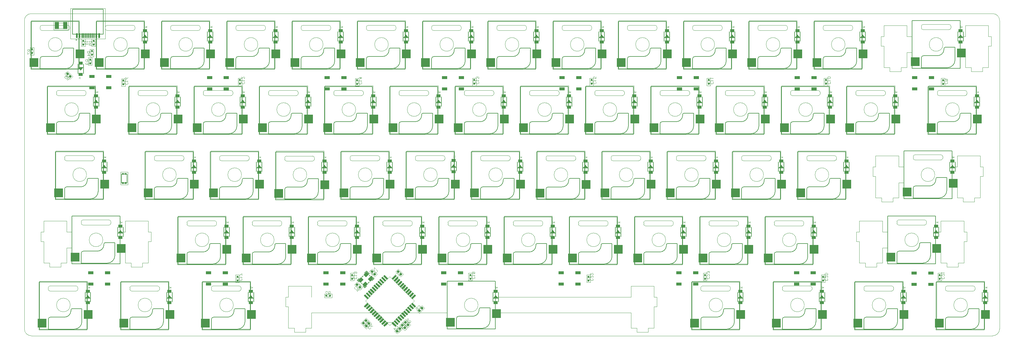
<source format=gbp>
G04*
G04 #@! TF.GenerationSoftware,Altium Limited,Altium Designer,20.1.14 (287)*
G04*
G04 Layer_Color=128*
%FSLAX44Y44*%
%MOMM*%
G71*
G04*
G04 #@! TF.SameCoordinates,5C55B924-89DB-47C2-A849-1888EFE622F2*
G04*
G04*
G04 #@! TF.FilePolarity,Positive*
G04*
G01*
G75*
%ADD10C,0.0127*%
%ADD11C,0.1000*%
%ADD12C,0.0130*%
%ADD13C,0.0000*%
%ADD14C,0.1501*%
%ADD15C,0.1270*%
%ADD16C,0.2000*%
%ADD17C,0.0500*%
%ADD41R,2.5499X2.5001*%
%ADD42R,0.6000X1.4500*%
%ADD43R,0.3000X1.4500*%
G04:AMPARAMS|DCode=44|XSize=0.508mm|YSize=1.4732mm|CornerRadius=0mm|HoleSize=0mm|Usage=FLASHONLY|Rotation=135.000|XOffset=0mm|YOffset=0mm|HoleType=Round|Shape=Rectangle|*
%AMROTATEDRECTD44*
4,1,4,0.7005,0.3413,-0.3413,-0.7005,-0.7005,-0.3413,0.3413,0.7005,0.7005,0.3413,0.0*
%
%ADD44ROTATEDRECTD44*%

G04:AMPARAMS|DCode=45|XSize=0.508mm|YSize=1.4732mm|CornerRadius=0mm|HoleSize=0mm|Usage=FLASHONLY|Rotation=225.000|XOffset=0mm|YOffset=0mm|HoleType=Round|Shape=Rectangle|*
%AMROTATEDRECTD45*
4,1,4,-0.3413,0.7005,0.7005,-0.3413,0.3413,-0.7005,-0.7005,0.3413,-0.3413,0.7005,0.0*
%
%ADD45ROTATEDRECTD45*%

%ADD46R,0.6000X0.6000*%
%ADD47P,0.8485X4X270.0*%
%ADD48R,0.6000X0.6000*%
%ADD50R,1.5000X0.9000*%
G04:AMPARAMS|DCode=51|XSize=1.3mm|YSize=1.05mm|CornerRadius=0mm|HoleSize=0mm|Usage=FLASHONLY|Rotation=225.000|XOffset=0mm|YOffset=0mm|HoleType=Round|Shape=Rectangle|*
%AMROTATEDRECTD51*
4,1,4,0.0884,0.8309,0.8309,0.0884,-0.0884,-0.8309,-0.8309,-0.0884,0.0884,0.8309,0.0*
%
%ADD51ROTATEDRECTD51*%

%ADD52R,1.2200X0.9101*%
%ADD53R,1.1850X2.0500*%
%ADD54P,0.8485X4X360.0*%
G36*
X-113544Y-35761D02*
X-113501Y-35782D01*
X-113469Y-35803D01*
X-113458Y-35814D01*
X-113415Y-35879D01*
X-113404Y-35954D01*
X-113393Y-36018D01*
Y-36556D01*
X-113179Y-36641D01*
X-112985Y-36727D01*
X-112813Y-36792D01*
X-112652Y-36867D01*
X-112512Y-36921D01*
X-112383Y-36975D01*
X-112276Y-37028D01*
X-112179Y-37071D01*
X-112104Y-37104D01*
X-112040Y-37136D01*
X-111986Y-37168D01*
X-111943Y-37189D01*
X-111911Y-37200D01*
X-111889Y-37211D01*
X-111868Y-37222D01*
X-111664Y-37340D01*
X-111481Y-37458D01*
X-111331Y-37566D01*
X-111202Y-37662D01*
X-111105Y-37748D01*
X-111030Y-37823D01*
X-110987Y-37866D01*
X-110976Y-37877D01*
X-110869Y-38006D01*
X-110761Y-38146D01*
X-110675Y-38296D01*
X-110600Y-38425D01*
X-110546Y-38543D01*
X-110492Y-38640D01*
X-110471Y-38704D01*
X-110460Y-38715D01*
Y-38726D01*
X-108387Y-36427D01*
Y-36265D01*
X-108376Y-36169D01*
X-108354Y-36104D01*
X-108344Y-36061D01*
X-108333Y-36051D01*
X-108290Y-36008D01*
X-108236Y-35986D01*
X-108193Y-35975D01*
X-108182D01*
X-108118Y-35986D01*
X-108075Y-36008D01*
X-108043Y-36040D01*
X-108032Y-36051D01*
X-107989Y-36115D01*
X-107978Y-36179D01*
X-107968Y-36244D01*
Y-37501D01*
X-107978Y-37608D01*
X-108000Y-37673D01*
X-108021Y-37716D01*
X-108032Y-37727D01*
X-108075Y-37759D01*
X-108129Y-37780D01*
X-108161Y-37791D01*
X-108182D01*
X-108247Y-37780D01*
X-108290Y-37759D01*
X-108322Y-37737D01*
X-108333Y-37727D01*
X-108365Y-37662D01*
X-108376Y-37587D01*
X-108387Y-37522D01*
Y-37050D01*
X-110976Y-39918D01*
X-108387D01*
Y-39145D01*
X-108376Y-39048D01*
X-108354Y-38984D01*
X-108344Y-38941D01*
X-108333Y-38930D01*
X-108290Y-38887D01*
X-108236Y-38865D01*
X-108193Y-38855D01*
X-108182D01*
X-108118Y-38865D01*
X-108075Y-38887D01*
X-108043Y-38919D01*
X-108032Y-38930D01*
X-107989Y-38995D01*
X-107978Y-39059D01*
X-107968Y-39123D01*
Y-40896D01*
X-107978Y-41004D01*
X-108000Y-41068D01*
X-108021Y-41111D01*
X-108032Y-41122D01*
X-108075Y-41154D01*
X-108129Y-41175D01*
X-108161Y-41186D01*
X-108182D01*
X-108247Y-41175D01*
X-108290Y-41154D01*
X-108322Y-41133D01*
X-108333Y-41122D01*
X-108365Y-41057D01*
X-108376Y-40982D01*
X-108387Y-40918D01*
Y-40338D01*
X-113393D01*
Y-40896D01*
X-113404Y-41004D01*
X-113426Y-41068D01*
X-113447Y-41111D01*
X-113458Y-41122D01*
X-113501Y-41154D01*
X-113555Y-41175D01*
X-113587Y-41186D01*
X-113608D01*
X-113673Y-41175D01*
X-113716Y-41154D01*
X-113748Y-41133D01*
X-113759Y-41122D01*
X-113791Y-41057D01*
X-113802Y-40982D01*
X-113813Y-40918D01*
Y-39145D01*
X-113802Y-39048D01*
X-113780Y-38984D01*
X-113770Y-38941D01*
X-113759Y-38930D01*
X-113705Y-38887D01*
X-113662Y-38865D01*
X-113619Y-38855D01*
X-113608D01*
X-113544Y-38865D01*
X-113501Y-38887D01*
X-113469Y-38919D01*
X-113458Y-38930D01*
X-113415Y-38995D01*
X-113404Y-39059D01*
X-113393Y-39123D01*
Y-39918D01*
X-111535D01*
X-110772Y-39080D01*
X-110858Y-38833D01*
X-110965Y-38618D01*
X-111094Y-38425D01*
X-111212Y-38264D01*
X-111320Y-38135D01*
X-111406Y-38038D01*
X-111470Y-37974D01*
X-111481Y-37952D01*
X-111492D01*
X-111599Y-37866D01*
X-111739Y-37770D01*
X-111900Y-37684D01*
X-112072Y-37587D01*
X-112255Y-37490D01*
X-112448Y-37404D01*
X-112845Y-37232D01*
X-113039Y-37146D01*
X-113211Y-37071D01*
X-113383Y-37007D01*
X-113522Y-36953D01*
X-113641Y-36910D01*
X-113737Y-36878D01*
X-113791Y-36856D01*
X-113813Y-36846D01*
Y-36040D01*
X-113802Y-35932D01*
X-113780Y-35868D01*
X-113770Y-35825D01*
X-113759Y-35814D01*
X-113705Y-35771D01*
X-113662Y-35761D01*
X-113619Y-35750D01*
X-113608D01*
X-113544Y-35761D01*
D02*
G37*
G36*
X-399294D02*
X-399251Y-35782D01*
X-399219Y-35803D01*
X-399208Y-35814D01*
X-399165Y-35879D01*
X-399154Y-35954D01*
X-399143Y-36018D01*
Y-36556D01*
X-398929Y-36641D01*
X-398735Y-36727D01*
X-398563Y-36792D01*
X-398402Y-36867D01*
X-398262Y-36921D01*
X-398134Y-36975D01*
X-398026Y-37028D01*
X-397929Y-37071D01*
X-397854Y-37104D01*
X-397790Y-37136D01*
X-397736Y-37168D01*
X-397693Y-37189D01*
X-397661Y-37200D01*
X-397639Y-37211D01*
X-397618Y-37222D01*
X-397414Y-37340D01*
X-397231Y-37458D01*
X-397081Y-37566D01*
X-396952Y-37662D01*
X-396855Y-37748D01*
X-396780Y-37823D01*
X-396737Y-37866D01*
X-396726Y-37877D01*
X-396619Y-38006D01*
X-396511Y-38146D01*
X-396425Y-38296D01*
X-396350Y-38425D01*
X-396296Y-38543D01*
X-396242Y-38640D01*
X-396221Y-38704D01*
X-396210Y-38715D01*
Y-38726D01*
X-394137Y-36427D01*
Y-36265D01*
X-394126Y-36169D01*
X-394104Y-36104D01*
X-394094Y-36061D01*
X-394083Y-36051D01*
X-394040Y-36008D01*
X-393986Y-35986D01*
X-393943Y-35975D01*
X-393932D01*
X-393868Y-35986D01*
X-393825Y-36008D01*
X-393793Y-36040D01*
X-393782Y-36051D01*
X-393739Y-36115D01*
X-393728Y-36179D01*
X-393718Y-36244D01*
Y-37501D01*
X-393728Y-37608D01*
X-393750Y-37673D01*
X-393771Y-37716D01*
X-393782Y-37727D01*
X-393825Y-37759D01*
X-393879Y-37780D01*
X-393911Y-37791D01*
X-393932D01*
X-393997Y-37780D01*
X-394040Y-37759D01*
X-394072Y-37737D01*
X-394083Y-37727D01*
X-394115Y-37662D01*
X-394126Y-37587D01*
X-394137Y-37522D01*
Y-37050D01*
X-396726Y-39918D01*
X-394137D01*
Y-39145D01*
X-394126Y-39048D01*
X-394104Y-38984D01*
X-394094Y-38941D01*
X-394083Y-38930D01*
X-394040Y-38887D01*
X-393986Y-38865D01*
X-393943Y-38855D01*
X-393932D01*
X-393868Y-38865D01*
X-393825Y-38887D01*
X-393793Y-38919D01*
X-393782Y-38930D01*
X-393739Y-38995D01*
X-393728Y-39059D01*
X-393718Y-39123D01*
Y-40896D01*
X-393728Y-41004D01*
X-393750Y-41068D01*
X-393771Y-41111D01*
X-393782Y-41122D01*
X-393825Y-41154D01*
X-393879Y-41175D01*
X-393911Y-41186D01*
X-393932D01*
X-393997Y-41175D01*
X-394040Y-41154D01*
X-394072Y-41133D01*
X-394083Y-41122D01*
X-394115Y-41057D01*
X-394126Y-40982D01*
X-394137Y-40918D01*
Y-40338D01*
X-399143D01*
Y-40896D01*
X-399154Y-41004D01*
X-399176Y-41068D01*
X-399197Y-41111D01*
X-399208Y-41122D01*
X-399251Y-41154D01*
X-399305Y-41175D01*
X-399337Y-41186D01*
X-399358D01*
X-399423Y-41175D01*
X-399466Y-41154D01*
X-399498Y-41133D01*
X-399509Y-41122D01*
X-399541Y-41057D01*
X-399552Y-40982D01*
X-399562Y-40918D01*
Y-39145D01*
X-399552Y-39048D01*
X-399530Y-38984D01*
X-399520Y-38941D01*
X-399509Y-38930D01*
X-399455Y-38887D01*
X-399412Y-38865D01*
X-399369Y-38855D01*
X-399358D01*
X-399294Y-38865D01*
X-399251Y-38887D01*
X-399219Y-38919D01*
X-399208Y-38930D01*
X-399165Y-38995D01*
X-399154Y-39059D01*
X-399143Y-39123D01*
Y-39918D01*
X-397285D01*
X-396522Y-39080D01*
X-396608Y-38833D01*
X-396715Y-38618D01*
X-396844Y-38425D01*
X-396962Y-38264D01*
X-397070Y-38135D01*
X-397156Y-38038D01*
X-397220Y-37974D01*
X-397231Y-37952D01*
X-397242D01*
X-397349Y-37866D01*
X-397489Y-37770D01*
X-397650Y-37684D01*
X-397822Y-37587D01*
X-398005Y-37490D01*
X-398198Y-37404D01*
X-398596Y-37232D01*
X-398789Y-37146D01*
X-398961Y-37071D01*
X-399133Y-37007D01*
X-399272Y-36953D01*
X-399391Y-36910D01*
X-399487Y-36878D01*
X-399541Y-36856D01*
X-399562Y-36846D01*
Y-36040D01*
X-399552Y-35932D01*
X-399530Y-35868D01*
X-399520Y-35825D01*
X-399509Y-35814D01*
X-399455Y-35771D01*
X-399412Y-35761D01*
X-399369Y-35750D01*
X-399358D01*
X-399294Y-35761D01*
D02*
G37*
G36*
X-589794D02*
X-589751Y-35782D01*
X-589719Y-35803D01*
X-589708Y-35814D01*
X-589665Y-35879D01*
X-589654Y-35954D01*
X-589644Y-36018D01*
Y-36556D01*
X-589429Y-36641D01*
X-589235Y-36727D01*
X-589063Y-36792D01*
X-588902Y-36867D01*
X-588762Y-36921D01*
X-588633Y-36975D01*
X-588526Y-37028D01*
X-588429Y-37071D01*
X-588354Y-37104D01*
X-588290Y-37136D01*
X-588236Y-37168D01*
X-588193Y-37189D01*
X-588161Y-37200D01*
X-588139Y-37211D01*
X-588118Y-37222D01*
X-587914Y-37340D01*
X-587731Y-37458D01*
X-587581Y-37566D01*
X-587452Y-37662D01*
X-587355Y-37748D01*
X-587280Y-37823D01*
X-587237Y-37866D01*
X-587226Y-37877D01*
X-587119Y-38006D01*
X-587011Y-38146D01*
X-586925Y-38296D01*
X-586850Y-38425D01*
X-586796Y-38543D01*
X-586743Y-38640D01*
X-586721Y-38704D01*
X-586710Y-38715D01*
Y-38726D01*
X-584637Y-36427D01*
Y-36265D01*
X-584626Y-36169D01*
X-584604Y-36104D01*
X-584594Y-36061D01*
X-584583Y-36051D01*
X-584540Y-36008D01*
X-584486Y-35986D01*
X-584443Y-35975D01*
X-584432D01*
X-584368Y-35986D01*
X-584325Y-36008D01*
X-584293Y-36040D01*
X-584282Y-36051D01*
X-584239Y-36115D01*
X-584228Y-36179D01*
X-584218Y-36244D01*
Y-37501D01*
X-584228Y-37608D01*
X-584250Y-37673D01*
X-584271Y-37716D01*
X-584282Y-37727D01*
X-584325Y-37759D01*
X-584379Y-37780D01*
X-584411Y-37791D01*
X-584432D01*
X-584497Y-37780D01*
X-584540Y-37759D01*
X-584572Y-37737D01*
X-584583Y-37727D01*
X-584615Y-37662D01*
X-584626Y-37587D01*
X-584637Y-37522D01*
Y-37050D01*
X-587226Y-39918D01*
X-584637D01*
Y-39145D01*
X-584626Y-39048D01*
X-584604Y-38984D01*
X-584594Y-38941D01*
X-584583Y-38930D01*
X-584540Y-38887D01*
X-584486Y-38865D01*
X-584443Y-38855D01*
X-584432D01*
X-584368Y-38865D01*
X-584325Y-38887D01*
X-584293Y-38919D01*
X-584282Y-38930D01*
X-584239Y-38995D01*
X-584228Y-39059D01*
X-584218Y-39123D01*
Y-40896D01*
X-584228Y-41004D01*
X-584250Y-41068D01*
X-584271Y-41111D01*
X-584282Y-41122D01*
X-584325Y-41154D01*
X-584379Y-41175D01*
X-584411Y-41186D01*
X-584432D01*
X-584497Y-41175D01*
X-584540Y-41154D01*
X-584572Y-41133D01*
X-584583Y-41122D01*
X-584615Y-41057D01*
X-584626Y-40982D01*
X-584637Y-40918D01*
Y-40338D01*
X-589644D01*
Y-40896D01*
X-589654Y-41004D01*
X-589676Y-41068D01*
X-589697Y-41111D01*
X-589708Y-41122D01*
X-589751Y-41154D01*
X-589805Y-41175D01*
X-589837Y-41186D01*
X-589858D01*
X-589923Y-41175D01*
X-589966Y-41154D01*
X-589998Y-41133D01*
X-590009Y-41122D01*
X-590041Y-41057D01*
X-590052Y-40982D01*
X-590062Y-40918D01*
Y-39145D01*
X-590052Y-39048D01*
X-590030Y-38984D01*
X-590019Y-38941D01*
X-590009Y-38930D01*
X-589955Y-38887D01*
X-589912Y-38865D01*
X-589869Y-38855D01*
X-589858D01*
X-589794Y-38865D01*
X-589751Y-38887D01*
X-589719Y-38919D01*
X-589708Y-38930D01*
X-589665Y-38995D01*
X-589654Y-39059D01*
X-589644Y-39123D01*
Y-39918D01*
X-587785D01*
X-587022Y-39080D01*
X-587108Y-38833D01*
X-587215Y-38618D01*
X-587344Y-38425D01*
X-587462Y-38264D01*
X-587570Y-38135D01*
X-587656Y-38038D01*
X-587720Y-37974D01*
X-587731Y-37952D01*
X-587742D01*
X-587849Y-37866D01*
X-587989Y-37770D01*
X-588150Y-37684D01*
X-588322Y-37587D01*
X-588505Y-37490D01*
X-588698Y-37404D01*
X-589095Y-37232D01*
X-589289Y-37146D01*
X-589461Y-37071D01*
X-589633Y-37007D01*
X-589772Y-36953D01*
X-589891Y-36910D01*
X-589987Y-36878D01*
X-590041Y-36856D01*
X-590062Y-36846D01*
Y-36040D01*
X-590052Y-35932D01*
X-590030Y-35868D01*
X-590019Y-35825D01*
X-590009Y-35814D01*
X-589955Y-35771D01*
X-589912Y-35761D01*
X-589869Y-35750D01*
X-589858D01*
X-589794Y-35761D01*
D02*
G37*
G36*
X-780294D02*
X-780251Y-35782D01*
X-780219Y-35803D01*
X-780208Y-35814D01*
X-780165Y-35879D01*
X-780154Y-35954D01*
X-780144Y-36018D01*
Y-36556D01*
X-779929Y-36641D01*
X-779735Y-36727D01*
X-779563Y-36792D01*
X-779402Y-36867D01*
X-779262Y-36921D01*
X-779134Y-36975D01*
X-779026Y-37028D01*
X-778929Y-37071D01*
X-778854Y-37104D01*
X-778790Y-37136D01*
X-778736Y-37168D01*
X-778693Y-37189D01*
X-778661Y-37200D01*
X-778639Y-37211D01*
X-778618Y-37222D01*
X-778414Y-37340D01*
X-778231Y-37458D01*
X-778081Y-37566D01*
X-777952Y-37662D01*
X-777855Y-37748D01*
X-777780Y-37823D01*
X-777737Y-37866D01*
X-777726Y-37877D01*
X-777619Y-38006D01*
X-777511Y-38146D01*
X-777425Y-38296D01*
X-777350Y-38425D01*
X-777296Y-38543D01*
X-777243Y-38640D01*
X-777221Y-38704D01*
X-777210Y-38715D01*
Y-38726D01*
X-775137Y-36427D01*
Y-36265D01*
X-775126Y-36169D01*
X-775104Y-36104D01*
X-775094Y-36061D01*
X-775083Y-36051D01*
X-775040Y-36008D01*
X-774986Y-35986D01*
X-774943Y-35975D01*
X-774932D01*
X-774868Y-35986D01*
X-774825Y-36008D01*
X-774793Y-36040D01*
X-774782Y-36051D01*
X-774739Y-36115D01*
X-774728Y-36179D01*
X-774718Y-36244D01*
Y-37501D01*
X-774728Y-37608D01*
X-774750Y-37673D01*
X-774771Y-37716D01*
X-774782Y-37727D01*
X-774825Y-37759D01*
X-774879Y-37780D01*
X-774911Y-37791D01*
X-774932D01*
X-774997Y-37780D01*
X-775040Y-37759D01*
X-775072Y-37737D01*
X-775083Y-37727D01*
X-775115Y-37662D01*
X-775126Y-37587D01*
X-775137Y-37522D01*
Y-37050D01*
X-777726Y-39918D01*
X-775137D01*
Y-39145D01*
X-775126Y-39048D01*
X-775104Y-38984D01*
X-775094Y-38941D01*
X-775083Y-38930D01*
X-775040Y-38887D01*
X-774986Y-38865D01*
X-774943Y-38855D01*
X-774932D01*
X-774868Y-38865D01*
X-774825Y-38887D01*
X-774793Y-38919D01*
X-774782Y-38930D01*
X-774739Y-38995D01*
X-774728Y-39059D01*
X-774718Y-39123D01*
Y-40896D01*
X-774728Y-41004D01*
X-774750Y-41068D01*
X-774771Y-41111D01*
X-774782Y-41122D01*
X-774825Y-41154D01*
X-774879Y-41175D01*
X-774911Y-41186D01*
X-774932D01*
X-774997Y-41175D01*
X-775040Y-41154D01*
X-775072Y-41133D01*
X-775083Y-41122D01*
X-775115Y-41057D01*
X-775126Y-40982D01*
X-775137Y-40918D01*
Y-40338D01*
X-780144D01*
Y-40896D01*
X-780154Y-41004D01*
X-780176Y-41068D01*
X-780197Y-41111D01*
X-780208Y-41122D01*
X-780251Y-41154D01*
X-780305Y-41175D01*
X-780337Y-41186D01*
X-780358D01*
X-780423Y-41175D01*
X-780466Y-41154D01*
X-780498Y-41133D01*
X-780509Y-41122D01*
X-780541Y-41057D01*
X-780552Y-40982D01*
X-780563Y-40918D01*
Y-39145D01*
X-780552Y-39048D01*
X-780530Y-38984D01*
X-780519Y-38941D01*
X-780509Y-38930D01*
X-780455Y-38887D01*
X-780412Y-38865D01*
X-780369Y-38855D01*
X-780358D01*
X-780294Y-38865D01*
X-780251Y-38887D01*
X-780219Y-38919D01*
X-780208Y-38930D01*
X-780165Y-38995D01*
X-780154Y-39059D01*
X-780144Y-39123D01*
Y-39918D01*
X-778285D01*
X-777522Y-39080D01*
X-777608Y-38833D01*
X-777715Y-38618D01*
X-777844Y-38425D01*
X-777962Y-38264D01*
X-778070Y-38135D01*
X-778156Y-38038D01*
X-778220Y-37974D01*
X-778231Y-37952D01*
X-778242D01*
X-778349Y-37866D01*
X-778489Y-37770D01*
X-778650Y-37684D01*
X-778822Y-37587D01*
X-779005Y-37490D01*
X-779198Y-37404D01*
X-779595Y-37232D01*
X-779789Y-37146D01*
X-779961Y-37071D01*
X-780133Y-37007D01*
X-780272Y-36953D01*
X-780391Y-36910D01*
X-780487Y-36878D01*
X-780541Y-36856D01*
X-780563Y-36846D01*
Y-36040D01*
X-780552Y-35932D01*
X-780530Y-35868D01*
X-780519Y-35825D01*
X-780509Y-35814D01*
X-780455Y-35771D01*
X-780412Y-35761D01*
X-780369Y-35750D01*
X-780358D01*
X-780294Y-35761D01*
D02*
G37*
G36*
X-970794D02*
X-970751Y-35782D01*
X-970719Y-35803D01*
X-970708Y-35814D01*
X-970665Y-35879D01*
X-970654Y-35954D01*
X-970643Y-36018D01*
Y-36556D01*
X-970429Y-36641D01*
X-970235Y-36727D01*
X-970063Y-36792D01*
X-969902Y-36867D01*
X-969762Y-36921D01*
X-969633Y-36975D01*
X-969526Y-37028D01*
X-969429Y-37071D01*
X-969354Y-37104D01*
X-969290Y-37136D01*
X-969236Y-37168D01*
X-969193Y-37189D01*
X-969161Y-37200D01*
X-969139Y-37211D01*
X-969118Y-37222D01*
X-968914Y-37340D01*
X-968731Y-37458D01*
X-968581Y-37566D01*
X-968452Y-37662D01*
X-968355Y-37748D01*
X-968280Y-37823D01*
X-968237Y-37866D01*
X-968226Y-37877D01*
X-968119Y-38006D01*
X-968011Y-38146D01*
X-967925Y-38296D01*
X-967850Y-38425D01*
X-967796Y-38543D01*
X-967742Y-38640D01*
X-967721Y-38704D01*
X-967710Y-38715D01*
Y-38726D01*
X-965637Y-36427D01*
Y-36265D01*
X-965626Y-36169D01*
X-965604Y-36104D01*
X-965594Y-36061D01*
X-965583Y-36051D01*
X-965540Y-36008D01*
X-965486Y-35986D01*
X-965443Y-35975D01*
X-965433D01*
X-965368Y-35986D01*
X-965325Y-36008D01*
X-965293Y-36040D01*
X-965282Y-36051D01*
X-965239Y-36115D01*
X-965228Y-36179D01*
X-965218Y-36244D01*
Y-37501D01*
X-965228Y-37608D01*
X-965250Y-37673D01*
X-965271Y-37716D01*
X-965282Y-37727D01*
X-965325Y-37759D01*
X-965379Y-37780D01*
X-965411Y-37791D01*
X-965433D01*
X-965497Y-37780D01*
X-965540Y-37759D01*
X-965572Y-37737D01*
X-965583Y-37727D01*
X-965615Y-37662D01*
X-965626Y-37587D01*
X-965637Y-37522D01*
Y-37050D01*
X-968226Y-39918D01*
X-965637D01*
Y-39145D01*
X-965626Y-39048D01*
X-965604Y-38984D01*
X-965594Y-38941D01*
X-965583Y-38930D01*
X-965540Y-38887D01*
X-965486Y-38865D01*
X-965443Y-38855D01*
X-965433D01*
X-965368Y-38865D01*
X-965325Y-38887D01*
X-965293Y-38919D01*
X-965282Y-38930D01*
X-965239Y-38995D01*
X-965228Y-39059D01*
X-965218Y-39123D01*
Y-40896D01*
X-965228Y-41004D01*
X-965250Y-41068D01*
X-965271Y-41111D01*
X-965282Y-41122D01*
X-965325Y-41154D01*
X-965379Y-41175D01*
X-965411Y-41186D01*
X-965433D01*
X-965497Y-41175D01*
X-965540Y-41154D01*
X-965572Y-41133D01*
X-965583Y-41122D01*
X-965615Y-41057D01*
X-965626Y-40982D01*
X-965637Y-40918D01*
Y-40338D01*
X-970643D01*
Y-40896D01*
X-970654Y-41004D01*
X-970676Y-41068D01*
X-970697Y-41111D01*
X-970708Y-41122D01*
X-970751Y-41154D01*
X-970805Y-41175D01*
X-970837Y-41186D01*
X-970858D01*
X-970923Y-41175D01*
X-970966Y-41154D01*
X-970998Y-41133D01*
X-971009Y-41122D01*
X-971041Y-41057D01*
X-971052Y-40982D01*
X-971062Y-40918D01*
Y-39145D01*
X-971052Y-39048D01*
X-971030Y-38984D01*
X-971020Y-38941D01*
X-971009Y-38930D01*
X-970955Y-38887D01*
X-970912Y-38865D01*
X-970869Y-38855D01*
X-970858D01*
X-970794Y-38865D01*
X-970751Y-38887D01*
X-970719Y-38919D01*
X-970708Y-38930D01*
X-970665Y-38995D01*
X-970654Y-39059D01*
X-970643Y-39123D01*
Y-39918D01*
X-968785D01*
X-968022Y-39080D01*
X-968108Y-38833D01*
X-968215Y-38618D01*
X-968344Y-38425D01*
X-968462Y-38264D01*
X-968570Y-38135D01*
X-968656Y-38038D01*
X-968720Y-37974D01*
X-968731Y-37952D01*
X-968742D01*
X-968849Y-37866D01*
X-968989Y-37770D01*
X-969150Y-37684D01*
X-969322Y-37587D01*
X-969505Y-37490D01*
X-969698Y-37404D01*
X-970096Y-37232D01*
X-970289Y-37146D01*
X-970461Y-37071D01*
X-970633Y-37007D01*
X-970772Y-36953D01*
X-970891Y-36910D01*
X-970987Y-36878D01*
X-971041Y-36856D01*
X-971062Y-36846D01*
Y-36040D01*
X-971052Y-35932D01*
X-971030Y-35868D01*
X-971020Y-35825D01*
X-971009Y-35814D01*
X-970955Y-35771D01*
X-970912Y-35761D01*
X-970869Y-35750D01*
X-970858D01*
X-970794Y-35761D01*
D02*
G37*
G36*
X-1161294D02*
X-1161251Y-35782D01*
X-1161219Y-35803D01*
X-1161208Y-35814D01*
X-1161165Y-35879D01*
X-1161154Y-35954D01*
X-1161143Y-36018D01*
Y-36556D01*
X-1160929Y-36641D01*
X-1160735Y-36727D01*
X-1160563Y-36792D01*
X-1160402Y-36867D01*
X-1160262Y-36921D01*
X-1160134Y-36975D01*
X-1160026Y-37028D01*
X-1159929Y-37071D01*
X-1159854Y-37104D01*
X-1159790Y-37136D01*
X-1159736Y-37168D01*
X-1159693Y-37189D01*
X-1159661Y-37200D01*
X-1159639Y-37211D01*
X-1159618Y-37222D01*
X-1159414Y-37340D01*
X-1159231Y-37458D01*
X-1159081Y-37566D01*
X-1158952Y-37662D01*
X-1158855Y-37748D01*
X-1158780Y-37823D01*
X-1158737Y-37866D01*
X-1158726Y-37877D01*
X-1158619Y-38006D01*
X-1158511Y-38146D01*
X-1158425Y-38296D01*
X-1158350Y-38425D01*
X-1158296Y-38543D01*
X-1158242Y-38640D01*
X-1158221Y-38704D01*
X-1158210Y-38715D01*
Y-38726D01*
X-1156137Y-36427D01*
Y-36265D01*
X-1156126Y-36169D01*
X-1156104Y-36104D01*
X-1156094Y-36061D01*
X-1156083Y-36051D01*
X-1156040Y-36008D01*
X-1155986Y-35986D01*
X-1155943Y-35975D01*
X-1155932D01*
X-1155868Y-35986D01*
X-1155825Y-36008D01*
X-1155793Y-36040D01*
X-1155782Y-36051D01*
X-1155739Y-36115D01*
X-1155728Y-36179D01*
X-1155718Y-36244D01*
Y-37501D01*
X-1155728Y-37608D01*
X-1155750Y-37673D01*
X-1155771Y-37716D01*
X-1155782Y-37727D01*
X-1155825Y-37759D01*
X-1155879Y-37780D01*
X-1155911Y-37791D01*
X-1155932D01*
X-1155997Y-37780D01*
X-1156040Y-37759D01*
X-1156072Y-37737D01*
X-1156083Y-37727D01*
X-1156115Y-37662D01*
X-1156126Y-37587D01*
X-1156137Y-37522D01*
Y-37050D01*
X-1158726Y-39918D01*
X-1156137D01*
Y-39145D01*
X-1156126Y-39048D01*
X-1156104Y-38984D01*
X-1156094Y-38941D01*
X-1156083Y-38930D01*
X-1156040Y-38887D01*
X-1155986Y-38865D01*
X-1155943Y-38855D01*
X-1155932D01*
X-1155868Y-38865D01*
X-1155825Y-38887D01*
X-1155793Y-38919D01*
X-1155782Y-38930D01*
X-1155739Y-38995D01*
X-1155728Y-39059D01*
X-1155718Y-39123D01*
Y-40896D01*
X-1155728Y-41004D01*
X-1155750Y-41068D01*
X-1155771Y-41111D01*
X-1155782Y-41122D01*
X-1155825Y-41154D01*
X-1155879Y-41175D01*
X-1155911Y-41186D01*
X-1155932D01*
X-1155997Y-41175D01*
X-1156040Y-41154D01*
X-1156072Y-41133D01*
X-1156083Y-41122D01*
X-1156115Y-41057D01*
X-1156126Y-40982D01*
X-1156137Y-40918D01*
Y-40338D01*
X-1161143D01*
Y-40896D01*
X-1161154Y-41004D01*
X-1161176Y-41068D01*
X-1161197Y-41111D01*
X-1161208Y-41122D01*
X-1161251Y-41154D01*
X-1161305Y-41175D01*
X-1161337Y-41186D01*
X-1161358D01*
X-1161423Y-41175D01*
X-1161466Y-41154D01*
X-1161498Y-41133D01*
X-1161509Y-41122D01*
X-1161541Y-41057D01*
X-1161552Y-40982D01*
X-1161562Y-40918D01*
Y-39145D01*
X-1161552Y-39048D01*
X-1161530Y-38984D01*
X-1161519Y-38941D01*
X-1161509Y-38930D01*
X-1161455Y-38887D01*
X-1161412Y-38865D01*
X-1161369Y-38855D01*
X-1161358D01*
X-1161294Y-38865D01*
X-1161251Y-38887D01*
X-1161219Y-38919D01*
X-1161208Y-38930D01*
X-1161165Y-38995D01*
X-1161154Y-39059D01*
X-1161143Y-39123D01*
Y-39918D01*
X-1159285D01*
X-1158522Y-39080D01*
X-1158608Y-38833D01*
X-1158715Y-38618D01*
X-1158844Y-38425D01*
X-1158962Y-38264D01*
X-1159070Y-38135D01*
X-1159156Y-38038D01*
X-1159220Y-37974D01*
X-1159231Y-37952D01*
X-1159242D01*
X-1159349Y-37866D01*
X-1159489Y-37770D01*
X-1159650Y-37684D01*
X-1159822Y-37587D01*
X-1160005Y-37490D01*
X-1160198Y-37404D01*
X-1160595Y-37232D01*
X-1160789Y-37146D01*
X-1160961Y-37071D01*
X-1161133Y-37007D01*
X-1161272Y-36953D01*
X-1161391Y-36910D01*
X-1161487Y-36878D01*
X-1161541Y-36856D01*
X-1161562Y-36846D01*
Y-36040D01*
X-1161552Y-35932D01*
X-1161530Y-35868D01*
X-1161519Y-35825D01*
X-1161509Y-35814D01*
X-1161455Y-35771D01*
X-1161412Y-35761D01*
X-1161369Y-35750D01*
X-1161358D01*
X-1161294Y-35761D01*
D02*
G37*
G36*
X-1351794D02*
X-1351751Y-35782D01*
X-1351719Y-35803D01*
X-1351708Y-35814D01*
X-1351665Y-35879D01*
X-1351654Y-35954D01*
X-1351644Y-36018D01*
Y-36556D01*
X-1351429Y-36641D01*
X-1351235Y-36727D01*
X-1351063Y-36792D01*
X-1350902Y-36867D01*
X-1350762Y-36921D01*
X-1350634Y-36975D01*
X-1350526Y-37028D01*
X-1350429Y-37071D01*
X-1350354Y-37104D01*
X-1350290Y-37136D01*
X-1350236Y-37168D01*
X-1350193Y-37189D01*
X-1350161Y-37200D01*
X-1350139Y-37211D01*
X-1350118Y-37222D01*
X-1349914Y-37340D01*
X-1349731Y-37458D01*
X-1349581Y-37566D01*
X-1349452Y-37662D01*
X-1349355Y-37748D01*
X-1349280Y-37823D01*
X-1349237Y-37866D01*
X-1349226Y-37877D01*
X-1349119Y-38006D01*
X-1349011Y-38146D01*
X-1348925Y-38296D01*
X-1348850Y-38425D01*
X-1348796Y-38543D01*
X-1348743Y-38640D01*
X-1348721Y-38704D01*
X-1348710Y-38715D01*
Y-38726D01*
X-1346637Y-36427D01*
Y-36265D01*
X-1346626Y-36169D01*
X-1346604Y-36104D01*
X-1346594Y-36061D01*
X-1346583Y-36051D01*
X-1346540Y-36008D01*
X-1346486Y-35986D01*
X-1346443Y-35975D01*
X-1346432D01*
X-1346368Y-35986D01*
X-1346325Y-36008D01*
X-1346293Y-36040D01*
X-1346282Y-36051D01*
X-1346239Y-36115D01*
X-1346228Y-36179D01*
X-1346218Y-36244D01*
Y-37501D01*
X-1346228Y-37608D01*
X-1346250Y-37673D01*
X-1346271Y-37716D01*
X-1346282Y-37727D01*
X-1346325Y-37759D01*
X-1346379Y-37780D01*
X-1346411Y-37791D01*
X-1346432D01*
X-1346497Y-37780D01*
X-1346540Y-37759D01*
X-1346572Y-37737D01*
X-1346583Y-37727D01*
X-1346615Y-37662D01*
X-1346626Y-37587D01*
X-1346637Y-37522D01*
Y-37050D01*
X-1349226Y-39918D01*
X-1346637D01*
Y-39145D01*
X-1346626Y-39048D01*
X-1346604Y-38984D01*
X-1346594Y-38941D01*
X-1346583Y-38930D01*
X-1346540Y-38887D01*
X-1346486Y-38865D01*
X-1346443Y-38855D01*
X-1346432D01*
X-1346368Y-38865D01*
X-1346325Y-38887D01*
X-1346293Y-38919D01*
X-1346282Y-38930D01*
X-1346239Y-38995D01*
X-1346228Y-39059D01*
X-1346218Y-39123D01*
Y-40896D01*
X-1346228Y-41004D01*
X-1346250Y-41068D01*
X-1346271Y-41111D01*
X-1346282Y-41122D01*
X-1346325Y-41154D01*
X-1346379Y-41175D01*
X-1346411Y-41186D01*
X-1346432D01*
X-1346497Y-41175D01*
X-1346540Y-41154D01*
X-1346572Y-41133D01*
X-1346583Y-41122D01*
X-1346615Y-41057D01*
X-1346626Y-40982D01*
X-1346637Y-40918D01*
Y-40338D01*
X-1351644D01*
Y-40896D01*
X-1351654Y-41004D01*
X-1351676Y-41068D01*
X-1351697Y-41111D01*
X-1351708Y-41122D01*
X-1351751Y-41154D01*
X-1351805Y-41175D01*
X-1351837Y-41186D01*
X-1351858D01*
X-1351923Y-41175D01*
X-1351966Y-41154D01*
X-1351998Y-41133D01*
X-1352009Y-41122D01*
X-1352041Y-41057D01*
X-1352052Y-40982D01*
X-1352063Y-40918D01*
Y-39145D01*
X-1352052Y-39048D01*
X-1352030Y-38984D01*
X-1352020Y-38941D01*
X-1352009Y-38930D01*
X-1351955Y-38887D01*
X-1351912Y-38865D01*
X-1351869Y-38855D01*
X-1351858D01*
X-1351794Y-38865D01*
X-1351751Y-38887D01*
X-1351719Y-38919D01*
X-1351708Y-38930D01*
X-1351665Y-38995D01*
X-1351654Y-39059D01*
X-1351644Y-39123D01*
Y-39918D01*
X-1349785D01*
X-1349022Y-39080D01*
X-1349108Y-38833D01*
X-1349215Y-38618D01*
X-1349344Y-38425D01*
X-1349462Y-38264D01*
X-1349570Y-38135D01*
X-1349656Y-38038D01*
X-1349720Y-37974D01*
X-1349731Y-37952D01*
X-1349742D01*
X-1349849Y-37866D01*
X-1349989Y-37770D01*
X-1350150Y-37684D01*
X-1350322Y-37587D01*
X-1350505Y-37490D01*
X-1350698Y-37404D01*
X-1351095Y-37232D01*
X-1351289Y-37146D01*
X-1351461Y-37071D01*
X-1351633Y-37007D01*
X-1351772Y-36953D01*
X-1351891Y-36910D01*
X-1351987Y-36878D01*
X-1352041Y-36856D01*
X-1352063Y-36846D01*
Y-36040D01*
X-1352052Y-35932D01*
X-1352030Y-35868D01*
X-1352020Y-35825D01*
X-1352009Y-35814D01*
X-1351955Y-35771D01*
X-1351912Y-35761D01*
X-1351869Y-35750D01*
X-1351858D01*
X-1351794Y-35761D01*
D02*
G37*
G36*
X-1542294D02*
X-1542251Y-35782D01*
X-1542219Y-35803D01*
X-1542208Y-35814D01*
X-1542165Y-35879D01*
X-1542154Y-35954D01*
X-1542144Y-36018D01*
Y-36556D01*
X-1541929Y-36641D01*
X-1541735Y-36727D01*
X-1541563Y-36792D01*
X-1541402Y-36867D01*
X-1541262Y-36921D01*
X-1541134Y-36975D01*
X-1541026Y-37028D01*
X-1540929Y-37071D01*
X-1540854Y-37104D01*
X-1540790Y-37136D01*
X-1540736Y-37168D01*
X-1540693Y-37189D01*
X-1540661Y-37200D01*
X-1540639Y-37211D01*
X-1540618Y-37222D01*
X-1540414Y-37340D01*
X-1540231Y-37458D01*
X-1540081Y-37566D01*
X-1539952Y-37662D01*
X-1539855Y-37748D01*
X-1539780Y-37823D01*
X-1539737Y-37866D01*
X-1539726Y-37877D01*
X-1539619Y-38006D01*
X-1539511Y-38146D01*
X-1539425Y-38296D01*
X-1539350Y-38425D01*
X-1539296Y-38543D01*
X-1539243Y-38640D01*
X-1539221Y-38704D01*
X-1539210Y-38715D01*
Y-38726D01*
X-1537137Y-36427D01*
Y-36265D01*
X-1537126Y-36169D01*
X-1537104Y-36104D01*
X-1537094Y-36061D01*
X-1537083Y-36051D01*
X-1537040Y-36008D01*
X-1536986Y-35986D01*
X-1536943Y-35975D01*
X-1536933D01*
X-1536868Y-35986D01*
X-1536825Y-36008D01*
X-1536793Y-36040D01*
X-1536782Y-36051D01*
X-1536739Y-36115D01*
X-1536728Y-36179D01*
X-1536718Y-36244D01*
Y-37501D01*
X-1536728Y-37608D01*
X-1536750Y-37673D01*
X-1536771Y-37716D01*
X-1536782Y-37727D01*
X-1536825Y-37759D01*
X-1536879Y-37780D01*
X-1536911Y-37791D01*
X-1536933D01*
X-1536997Y-37780D01*
X-1537040Y-37759D01*
X-1537072Y-37737D01*
X-1537083Y-37727D01*
X-1537115Y-37662D01*
X-1537126Y-37587D01*
X-1537137Y-37522D01*
Y-37050D01*
X-1539726Y-39918D01*
X-1537137D01*
Y-39145D01*
X-1537126Y-39048D01*
X-1537104Y-38984D01*
X-1537094Y-38941D01*
X-1537083Y-38930D01*
X-1537040Y-38887D01*
X-1536986Y-38865D01*
X-1536943Y-38855D01*
X-1536933D01*
X-1536868Y-38865D01*
X-1536825Y-38887D01*
X-1536793Y-38919D01*
X-1536782Y-38930D01*
X-1536739Y-38995D01*
X-1536728Y-39059D01*
X-1536718Y-39123D01*
Y-40896D01*
X-1536728Y-41004D01*
X-1536750Y-41068D01*
X-1536771Y-41111D01*
X-1536782Y-41122D01*
X-1536825Y-41154D01*
X-1536879Y-41175D01*
X-1536911Y-41186D01*
X-1536933D01*
X-1536997Y-41175D01*
X-1537040Y-41154D01*
X-1537072Y-41133D01*
X-1537083Y-41122D01*
X-1537115Y-41057D01*
X-1537126Y-40982D01*
X-1537137Y-40918D01*
Y-40338D01*
X-1542144D01*
Y-40896D01*
X-1542154Y-41004D01*
X-1542176Y-41068D01*
X-1542197Y-41111D01*
X-1542208Y-41122D01*
X-1542251Y-41154D01*
X-1542305Y-41175D01*
X-1542337Y-41186D01*
X-1542358D01*
X-1542423Y-41175D01*
X-1542466Y-41154D01*
X-1542498Y-41133D01*
X-1542509Y-41122D01*
X-1542541Y-41057D01*
X-1542552Y-40982D01*
X-1542563Y-40918D01*
Y-39145D01*
X-1542552Y-39048D01*
X-1542530Y-38984D01*
X-1542520Y-38941D01*
X-1542509Y-38930D01*
X-1542455Y-38887D01*
X-1542412Y-38865D01*
X-1542369Y-38855D01*
X-1542358D01*
X-1542294Y-38865D01*
X-1542251Y-38887D01*
X-1542219Y-38919D01*
X-1542208Y-38930D01*
X-1542165Y-38995D01*
X-1542154Y-39059D01*
X-1542144Y-39123D01*
Y-39918D01*
X-1540285D01*
X-1539522Y-39080D01*
X-1539608Y-38833D01*
X-1539715Y-38618D01*
X-1539844Y-38425D01*
X-1539962Y-38264D01*
X-1540070Y-38135D01*
X-1540156Y-38038D01*
X-1540220Y-37974D01*
X-1540231Y-37952D01*
X-1540242D01*
X-1540349Y-37866D01*
X-1540489Y-37770D01*
X-1540650Y-37684D01*
X-1540822Y-37587D01*
X-1541005Y-37490D01*
X-1541198Y-37404D01*
X-1541595Y-37232D01*
X-1541789Y-37146D01*
X-1541961Y-37071D01*
X-1542133Y-37007D01*
X-1542272Y-36953D01*
X-1542391Y-36910D01*
X-1542487Y-36878D01*
X-1542541Y-36856D01*
X-1542563Y-36846D01*
Y-36040D01*
X-1542552Y-35932D01*
X-1542530Y-35868D01*
X-1542520Y-35825D01*
X-1542509Y-35814D01*
X-1542455Y-35771D01*
X-1542412Y-35761D01*
X-1542369Y-35750D01*
X-1542358D01*
X-1542294Y-35761D01*
D02*
G37*
G36*
X-1732794D02*
X-1732751Y-35782D01*
X-1732719Y-35803D01*
X-1732708Y-35814D01*
X-1732665Y-35879D01*
X-1732654Y-35954D01*
X-1732643Y-36018D01*
Y-36556D01*
X-1732429Y-36641D01*
X-1732235Y-36727D01*
X-1732063Y-36792D01*
X-1731902Y-36867D01*
X-1731762Y-36921D01*
X-1731633Y-36975D01*
X-1731526Y-37028D01*
X-1731429Y-37071D01*
X-1731354Y-37104D01*
X-1731290Y-37136D01*
X-1731236Y-37168D01*
X-1731193Y-37189D01*
X-1731161Y-37200D01*
X-1731139Y-37211D01*
X-1731118Y-37222D01*
X-1730914Y-37340D01*
X-1730731Y-37458D01*
X-1730581Y-37566D01*
X-1730452Y-37662D01*
X-1730355Y-37748D01*
X-1730280Y-37823D01*
X-1730237Y-37866D01*
X-1730226Y-37877D01*
X-1730119Y-38006D01*
X-1730011Y-38146D01*
X-1729925Y-38296D01*
X-1729850Y-38425D01*
X-1729796Y-38543D01*
X-1729742Y-38640D01*
X-1729721Y-38704D01*
X-1729710Y-38715D01*
Y-38726D01*
X-1727637Y-36427D01*
Y-36265D01*
X-1727626Y-36169D01*
X-1727604Y-36104D01*
X-1727594Y-36061D01*
X-1727583Y-36051D01*
X-1727540Y-36008D01*
X-1727486Y-35986D01*
X-1727443Y-35975D01*
X-1727433D01*
X-1727368Y-35986D01*
X-1727325Y-36008D01*
X-1727293Y-36040D01*
X-1727282Y-36051D01*
X-1727239Y-36115D01*
X-1727228Y-36179D01*
X-1727218Y-36244D01*
Y-37501D01*
X-1727228Y-37608D01*
X-1727250Y-37673D01*
X-1727271Y-37716D01*
X-1727282Y-37727D01*
X-1727325Y-37759D01*
X-1727379Y-37780D01*
X-1727411Y-37791D01*
X-1727433D01*
X-1727497Y-37780D01*
X-1727540Y-37759D01*
X-1727572Y-37737D01*
X-1727583Y-37727D01*
X-1727615Y-37662D01*
X-1727626Y-37587D01*
X-1727637Y-37522D01*
Y-37050D01*
X-1730226Y-39918D01*
X-1727637D01*
Y-39145D01*
X-1727626Y-39048D01*
X-1727604Y-38984D01*
X-1727594Y-38941D01*
X-1727583Y-38930D01*
X-1727540Y-38887D01*
X-1727486Y-38865D01*
X-1727443Y-38855D01*
X-1727433D01*
X-1727368Y-38865D01*
X-1727325Y-38887D01*
X-1727293Y-38919D01*
X-1727282Y-38930D01*
X-1727239Y-38995D01*
X-1727228Y-39059D01*
X-1727218Y-39123D01*
Y-40896D01*
X-1727228Y-41004D01*
X-1727250Y-41068D01*
X-1727271Y-41111D01*
X-1727282Y-41122D01*
X-1727325Y-41154D01*
X-1727379Y-41175D01*
X-1727411Y-41186D01*
X-1727433D01*
X-1727497Y-41175D01*
X-1727540Y-41154D01*
X-1727572Y-41133D01*
X-1727583Y-41122D01*
X-1727615Y-41057D01*
X-1727626Y-40982D01*
X-1727637Y-40918D01*
Y-40338D01*
X-1732643D01*
Y-40896D01*
X-1732654Y-41004D01*
X-1732676Y-41068D01*
X-1732697Y-41111D01*
X-1732708Y-41122D01*
X-1732751Y-41154D01*
X-1732805Y-41175D01*
X-1732837Y-41186D01*
X-1732858D01*
X-1732923Y-41175D01*
X-1732966Y-41154D01*
X-1732998Y-41133D01*
X-1733009Y-41122D01*
X-1733041Y-41057D01*
X-1733052Y-40982D01*
X-1733062Y-40918D01*
Y-39145D01*
X-1733052Y-39048D01*
X-1733030Y-38984D01*
X-1733020Y-38941D01*
X-1733009Y-38930D01*
X-1732955Y-38887D01*
X-1732912Y-38865D01*
X-1732869Y-38855D01*
X-1732858D01*
X-1732794Y-38865D01*
X-1732751Y-38887D01*
X-1732719Y-38919D01*
X-1732708Y-38930D01*
X-1732665Y-38995D01*
X-1732654Y-39059D01*
X-1732643Y-39123D01*
Y-39918D01*
X-1730785D01*
X-1730022Y-39080D01*
X-1730108Y-38833D01*
X-1730215Y-38618D01*
X-1730344Y-38425D01*
X-1730462Y-38264D01*
X-1730570Y-38135D01*
X-1730656Y-38038D01*
X-1730720Y-37974D01*
X-1730731Y-37952D01*
X-1730742D01*
X-1730849Y-37866D01*
X-1730989Y-37770D01*
X-1731150Y-37684D01*
X-1731322Y-37587D01*
X-1731505Y-37490D01*
X-1731698Y-37404D01*
X-1732095Y-37232D01*
X-1732289Y-37146D01*
X-1732461Y-37071D01*
X-1732633Y-37007D01*
X-1732772Y-36953D01*
X-1732891Y-36910D01*
X-1732987Y-36878D01*
X-1733041Y-36856D01*
X-1733062Y-36846D01*
Y-36040D01*
X-1733052Y-35932D01*
X-1733030Y-35868D01*
X-1733020Y-35825D01*
X-1733009Y-35814D01*
X-1732955Y-35771D01*
X-1732912Y-35761D01*
X-1732869Y-35750D01*
X-1732858D01*
X-1732794Y-35761D01*
D02*
G37*
G36*
X-1923294D02*
X-1923251Y-35782D01*
X-1923219Y-35803D01*
X-1923208Y-35814D01*
X-1923165Y-35879D01*
X-1923154Y-35954D01*
X-1923143Y-36018D01*
Y-36556D01*
X-1922929Y-36641D01*
X-1922735Y-36727D01*
X-1922563Y-36792D01*
X-1922402Y-36867D01*
X-1922262Y-36921D01*
X-1922133Y-36975D01*
X-1922026Y-37028D01*
X-1921929Y-37071D01*
X-1921854Y-37104D01*
X-1921790Y-37136D01*
X-1921736Y-37168D01*
X-1921693Y-37189D01*
X-1921661Y-37200D01*
X-1921639Y-37211D01*
X-1921618Y-37222D01*
X-1921414Y-37340D01*
X-1921231Y-37458D01*
X-1921081Y-37566D01*
X-1920952Y-37662D01*
X-1920855Y-37748D01*
X-1920780Y-37823D01*
X-1920737Y-37866D01*
X-1920726Y-37877D01*
X-1920619Y-38006D01*
X-1920511Y-38146D01*
X-1920425Y-38296D01*
X-1920350Y-38425D01*
X-1920296Y-38543D01*
X-1920242Y-38640D01*
X-1920221Y-38704D01*
X-1920210Y-38715D01*
Y-38726D01*
X-1918137Y-36427D01*
Y-36265D01*
X-1918126Y-36169D01*
X-1918104Y-36104D01*
X-1918094Y-36061D01*
X-1918083Y-36051D01*
X-1918040Y-36008D01*
X-1917986Y-35986D01*
X-1917943Y-35975D01*
X-1917932D01*
X-1917868Y-35986D01*
X-1917825Y-36008D01*
X-1917793Y-36040D01*
X-1917782Y-36051D01*
X-1917739Y-36115D01*
X-1917728Y-36179D01*
X-1917718Y-36244D01*
Y-37501D01*
X-1917728Y-37608D01*
X-1917750Y-37673D01*
X-1917771Y-37716D01*
X-1917782Y-37727D01*
X-1917825Y-37759D01*
X-1917879Y-37780D01*
X-1917911Y-37791D01*
X-1917932D01*
X-1917997Y-37780D01*
X-1918040Y-37759D01*
X-1918072Y-37737D01*
X-1918083Y-37727D01*
X-1918115Y-37662D01*
X-1918126Y-37587D01*
X-1918137Y-37522D01*
Y-37050D01*
X-1920726Y-39918D01*
X-1918137D01*
Y-39145D01*
X-1918126Y-39048D01*
X-1918104Y-38984D01*
X-1918094Y-38941D01*
X-1918083Y-38930D01*
X-1918040Y-38887D01*
X-1917986Y-38865D01*
X-1917943Y-38855D01*
X-1917932D01*
X-1917868Y-38865D01*
X-1917825Y-38887D01*
X-1917793Y-38919D01*
X-1917782Y-38930D01*
X-1917739Y-38995D01*
X-1917728Y-39059D01*
X-1917718Y-39123D01*
Y-40896D01*
X-1917728Y-41004D01*
X-1917750Y-41068D01*
X-1917771Y-41111D01*
X-1917782Y-41122D01*
X-1917825Y-41154D01*
X-1917879Y-41175D01*
X-1917911Y-41186D01*
X-1917932D01*
X-1917997Y-41175D01*
X-1918040Y-41154D01*
X-1918072Y-41133D01*
X-1918083Y-41122D01*
X-1918115Y-41057D01*
X-1918126Y-40982D01*
X-1918137Y-40918D01*
Y-40338D01*
X-1923143D01*
Y-40896D01*
X-1923154Y-41004D01*
X-1923176Y-41068D01*
X-1923197Y-41111D01*
X-1923208Y-41122D01*
X-1923251Y-41154D01*
X-1923305Y-41175D01*
X-1923337Y-41186D01*
X-1923358D01*
X-1923423Y-41175D01*
X-1923466Y-41154D01*
X-1923498Y-41133D01*
X-1923509Y-41122D01*
X-1923541Y-41057D01*
X-1923552Y-40982D01*
X-1923562Y-40918D01*
Y-39145D01*
X-1923552Y-39048D01*
X-1923530Y-38984D01*
X-1923519Y-38941D01*
X-1923509Y-38930D01*
X-1923455Y-38887D01*
X-1923412Y-38865D01*
X-1923369Y-38855D01*
X-1923358D01*
X-1923294Y-38865D01*
X-1923251Y-38887D01*
X-1923219Y-38919D01*
X-1923208Y-38930D01*
X-1923165Y-38995D01*
X-1923154Y-39059D01*
X-1923143Y-39123D01*
Y-39918D01*
X-1921285D01*
X-1920522Y-39080D01*
X-1920608Y-38833D01*
X-1920715Y-38618D01*
X-1920844Y-38425D01*
X-1920962Y-38264D01*
X-1921070Y-38135D01*
X-1921156Y-38038D01*
X-1921220Y-37974D01*
X-1921231Y-37952D01*
X-1921242D01*
X-1921349Y-37866D01*
X-1921489Y-37770D01*
X-1921650Y-37684D01*
X-1921822Y-37587D01*
X-1922005Y-37490D01*
X-1922198Y-37404D01*
X-1922596Y-37232D01*
X-1922789Y-37146D01*
X-1922961Y-37071D01*
X-1923133Y-37007D01*
X-1923272Y-36953D01*
X-1923391Y-36910D01*
X-1923487Y-36878D01*
X-1923541Y-36856D01*
X-1923562Y-36846D01*
Y-36040D01*
X-1923552Y-35932D01*
X-1923530Y-35868D01*
X-1923519Y-35825D01*
X-1923509Y-35814D01*
X-1923455Y-35771D01*
X-1923412Y-35761D01*
X-1923369Y-35750D01*
X-1923358D01*
X-1923294Y-35761D01*
D02*
G37*
G36*
X-2113794D02*
X-2113751Y-35782D01*
X-2113719Y-35803D01*
X-2113708Y-35814D01*
X-2113665Y-35879D01*
X-2113654Y-35954D01*
X-2113643Y-36018D01*
Y-36556D01*
X-2113429Y-36641D01*
X-2113235Y-36727D01*
X-2113063Y-36792D01*
X-2112902Y-36867D01*
X-2112762Y-36921D01*
X-2112634Y-36975D01*
X-2112526Y-37028D01*
X-2112429Y-37071D01*
X-2112354Y-37104D01*
X-2112290Y-37136D01*
X-2112236Y-37168D01*
X-2112193Y-37189D01*
X-2112161Y-37200D01*
X-2112139Y-37211D01*
X-2112118Y-37222D01*
X-2111914Y-37340D01*
X-2111731Y-37458D01*
X-2111581Y-37566D01*
X-2111452Y-37662D01*
X-2111355Y-37748D01*
X-2111280Y-37823D01*
X-2111237Y-37866D01*
X-2111226Y-37877D01*
X-2111119Y-38006D01*
X-2111011Y-38146D01*
X-2110925Y-38296D01*
X-2110850Y-38425D01*
X-2110796Y-38543D01*
X-2110742Y-38640D01*
X-2110721Y-38704D01*
X-2110710Y-38715D01*
Y-38726D01*
X-2108637Y-36427D01*
Y-36265D01*
X-2108626Y-36169D01*
X-2108604Y-36104D01*
X-2108594Y-36061D01*
X-2108583Y-36051D01*
X-2108540Y-36008D01*
X-2108486Y-35986D01*
X-2108443Y-35975D01*
X-2108432D01*
X-2108368Y-35986D01*
X-2108325Y-36008D01*
X-2108293Y-36040D01*
X-2108282Y-36051D01*
X-2108239Y-36115D01*
X-2108228Y-36179D01*
X-2108218Y-36244D01*
Y-37501D01*
X-2108228Y-37608D01*
X-2108250Y-37673D01*
X-2108271Y-37716D01*
X-2108282Y-37727D01*
X-2108325Y-37759D01*
X-2108379Y-37780D01*
X-2108411Y-37791D01*
X-2108432D01*
X-2108497Y-37780D01*
X-2108540Y-37759D01*
X-2108572Y-37737D01*
X-2108583Y-37727D01*
X-2108615Y-37662D01*
X-2108626Y-37587D01*
X-2108637Y-37522D01*
Y-37050D01*
X-2111226Y-39918D01*
X-2108637D01*
Y-39145D01*
X-2108626Y-39048D01*
X-2108604Y-38984D01*
X-2108594Y-38941D01*
X-2108583Y-38930D01*
X-2108540Y-38887D01*
X-2108486Y-38865D01*
X-2108443Y-38855D01*
X-2108432D01*
X-2108368Y-38865D01*
X-2108325Y-38887D01*
X-2108293Y-38919D01*
X-2108282Y-38930D01*
X-2108239Y-38995D01*
X-2108228Y-39059D01*
X-2108218Y-39123D01*
Y-40896D01*
X-2108228Y-41004D01*
X-2108250Y-41068D01*
X-2108271Y-41111D01*
X-2108282Y-41122D01*
X-2108325Y-41154D01*
X-2108379Y-41175D01*
X-2108411Y-41186D01*
X-2108432D01*
X-2108497Y-41175D01*
X-2108540Y-41154D01*
X-2108572Y-41133D01*
X-2108583Y-41122D01*
X-2108615Y-41057D01*
X-2108626Y-40982D01*
X-2108637Y-40918D01*
Y-40338D01*
X-2113643D01*
Y-40896D01*
X-2113654Y-41004D01*
X-2113676Y-41068D01*
X-2113697Y-41111D01*
X-2113708Y-41122D01*
X-2113751Y-41154D01*
X-2113805Y-41175D01*
X-2113837Y-41186D01*
X-2113858D01*
X-2113923Y-41175D01*
X-2113966Y-41154D01*
X-2113998Y-41133D01*
X-2114009Y-41122D01*
X-2114041Y-41057D01*
X-2114052Y-40982D01*
X-2114062Y-40918D01*
Y-39145D01*
X-2114052Y-39048D01*
X-2114030Y-38984D01*
X-2114019Y-38941D01*
X-2114009Y-38930D01*
X-2113955Y-38887D01*
X-2113912Y-38865D01*
X-2113869Y-38855D01*
X-2113858D01*
X-2113794Y-38865D01*
X-2113751Y-38887D01*
X-2113719Y-38919D01*
X-2113708Y-38930D01*
X-2113665Y-38995D01*
X-2113654Y-39059D01*
X-2113643Y-39123D01*
Y-39918D01*
X-2111785D01*
X-2111022Y-39080D01*
X-2111108Y-38833D01*
X-2111215Y-38618D01*
X-2111344Y-38425D01*
X-2111462Y-38264D01*
X-2111570Y-38135D01*
X-2111656Y-38038D01*
X-2111720Y-37974D01*
X-2111731Y-37952D01*
X-2111742D01*
X-2111849Y-37866D01*
X-2111989Y-37770D01*
X-2112150Y-37684D01*
X-2112322Y-37587D01*
X-2112505Y-37490D01*
X-2112698Y-37404D01*
X-2113096Y-37232D01*
X-2113289Y-37146D01*
X-2113461Y-37071D01*
X-2113633Y-37007D01*
X-2113772Y-36953D01*
X-2113891Y-36910D01*
X-2113987Y-36878D01*
X-2114041Y-36856D01*
X-2114062Y-36846D01*
Y-36040D01*
X-2114052Y-35932D01*
X-2114030Y-35868D01*
X-2114019Y-35825D01*
X-2114009Y-35814D01*
X-2113955Y-35771D01*
X-2113912Y-35761D01*
X-2113869Y-35750D01*
X-2113858D01*
X-2113794Y-35761D01*
D02*
G37*
G36*
X-2304294D02*
X-2304251Y-35782D01*
X-2304219Y-35803D01*
X-2304208Y-35814D01*
X-2304165Y-35879D01*
X-2304154Y-35954D01*
X-2304144Y-36018D01*
Y-36556D01*
X-2303929Y-36641D01*
X-2303735Y-36727D01*
X-2303563Y-36792D01*
X-2303402Y-36867D01*
X-2303262Y-36921D01*
X-2303134Y-36975D01*
X-2303026Y-37028D01*
X-2302929Y-37071D01*
X-2302854Y-37104D01*
X-2302790Y-37136D01*
X-2302736Y-37168D01*
X-2302693Y-37189D01*
X-2302661Y-37200D01*
X-2302639Y-37211D01*
X-2302618Y-37222D01*
X-2302414Y-37340D01*
X-2302231Y-37458D01*
X-2302081Y-37566D01*
X-2301952Y-37662D01*
X-2301855Y-37748D01*
X-2301780Y-37823D01*
X-2301737Y-37866D01*
X-2301726Y-37877D01*
X-2301619Y-38006D01*
X-2301511Y-38146D01*
X-2301425Y-38296D01*
X-2301350Y-38425D01*
X-2301296Y-38543D01*
X-2301243Y-38640D01*
X-2301221Y-38704D01*
X-2301210Y-38715D01*
Y-38726D01*
X-2299137Y-36427D01*
Y-36265D01*
X-2299126Y-36169D01*
X-2299104Y-36104D01*
X-2299094Y-36061D01*
X-2299083Y-36051D01*
X-2299040Y-36008D01*
X-2298986Y-35986D01*
X-2298943Y-35975D01*
X-2298932D01*
X-2298868Y-35986D01*
X-2298825Y-36008D01*
X-2298793Y-36040D01*
X-2298782Y-36051D01*
X-2298739Y-36115D01*
X-2298728Y-36179D01*
X-2298718Y-36244D01*
Y-37501D01*
X-2298728Y-37608D01*
X-2298750Y-37673D01*
X-2298771Y-37716D01*
X-2298782Y-37727D01*
X-2298825Y-37759D01*
X-2298879Y-37780D01*
X-2298911Y-37791D01*
X-2298932D01*
X-2298997Y-37780D01*
X-2299040Y-37759D01*
X-2299072Y-37737D01*
X-2299083Y-37727D01*
X-2299115Y-37662D01*
X-2299126Y-37587D01*
X-2299137Y-37522D01*
Y-37050D01*
X-2301726Y-39918D01*
X-2299137D01*
Y-39145D01*
X-2299126Y-39048D01*
X-2299104Y-38984D01*
X-2299094Y-38941D01*
X-2299083Y-38930D01*
X-2299040Y-38887D01*
X-2298986Y-38865D01*
X-2298943Y-38855D01*
X-2298932D01*
X-2298868Y-38865D01*
X-2298825Y-38887D01*
X-2298793Y-38919D01*
X-2298782Y-38930D01*
X-2298739Y-38995D01*
X-2298728Y-39059D01*
X-2298718Y-39123D01*
Y-40896D01*
X-2298728Y-41004D01*
X-2298750Y-41068D01*
X-2298771Y-41111D01*
X-2298782Y-41122D01*
X-2298825Y-41154D01*
X-2298879Y-41175D01*
X-2298911Y-41186D01*
X-2298932D01*
X-2298997Y-41175D01*
X-2299040Y-41154D01*
X-2299072Y-41133D01*
X-2299083Y-41122D01*
X-2299115Y-41057D01*
X-2299126Y-40982D01*
X-2299137Y-40918D01*
Y-40338D01*
X-2304144D01*
Y-40896D01*
X-2304154Y-41004D01*
X-2304176Y-41068D01*
X-2304197Y-41111D01*
X-2304208Y-41122D01*
X-2304251Y-41154D01*
X-2304305Y-41175D01*
X-2304337Y-41186D01*
X-2304358D01*
X-2304423Y-41175D01*
X-2304466Y-41154D01*
X-2304498Y-41133D01*
X-2304509Y-41122D01*
X-2304541Y-41057D01*
X-2304552Y-40982D01*
X-2304563Y-40918D01*
Y-39145D01*
X-2304552Y-39048D01*
X-2304530Y-38984D01*
X-2304520Y-38941D01*
X-2304509Y-38930D01*
X-2304455Y-38887D01*
X-2304412Y-38865D01*
X-2304369Y-38855D01*
X-2304358D01*
X-2304294Y-38865D01*
X-2304251Y-38887D01*
X-2304219Y-38919D01*
X-2304208Y-38930D01*
X-2304165Y-38995D01*
X-2304154Y-39059D01*
X-2304144Y-39123D01*
Y-39918D01*
X-2302285D01*
X-2301522Y-39080D01*
X-2301608Y-38833D01*
X-2301715Y-38618D01*
X-2301844Y-38425D01*
X-2301962Y-38264D01*
X-2302070Y-38135D01*
X-2302156Y-38038D01*
X-2302220Y-37974D01*
X-2302231Y-37952D01*
X-2302242D01*
X-2302349Y-37866D01*
X-2302489Y-37770D01*
X-2302650Y-37684D01*
X-2302822Y-37587D01*
X-2303005Y-37490D01*
X-2303198Y-37404D01*
X-2303595Y-37232D01*
X-2303789Y-37146D01*
X-2303961Y-37071D01*
X-2304133Y-37007D01*
X-2304272Y-36953D01*
X-2304391Y-36910D01*
X-2304487Y-36878D01*
X-2304541Y-36856D01*
X-2304563Y-36846D01*
Y-36040D01*
X-2304552Y-35932D01*
X-2304530Y-35868D01*
X-2304520Y-35825D01*
X-2304509Y-35814D01*
X-2304455Y-35771D01*
X-2304412Y-35761D01*
X-2304369Y-35750D01*
X-2304358D01*
X-2304294Y-35761D01*
D02*
G37*
G36*
X-2494794D02*
X-2494751Y-35782D01*
X-2494719Y-35803D01*
X-2494708Y-35814D01*
X-2494665Y-35879D01*
X-2494654Y-35954D01*
X-2494644Y-36018D01*
Y-36556D01*
X-2494429Y-36641D01*
X-2494235Y-36727D01*
X-2494063Y-36792D01*
X-2493902Y-36867D01*
X-2493762Y-36921D01*
X-2493634Y-36975D01*
X-2493526Y-37028D01*
X-2493429Y-37071D01*
X-2493354Y-37104D01*
X-2493290Y-37136D01*
X-2493236Y-37168D01*
X-2493193Y-37189D01*
X-2493161Y-37200D01*
X-2493139Y-37211D01*
X-2493118Y-37222D01*
X-2492914Y-37340D01*
X-2492731Y-37458D01*
X-2492581Y-37566D01*
X-2492452Y-37662D01*
X-2492355Y-37748D01*
X-2492280Y-37823D01*
X-2492237Y-37866D01*
X-2492226Y-37877D01*
X-2492119Y-38006D01*
X-2492011Y-38146D01*
X-2491925Y-38296D01*
X-2491850Y-38425D01*
X-2491796Y-38543D01*
X-2491743Y-38640D01*
X-2491721Y-38704D01*
X-2491710Y-38715D01*
Y-38726D01*
X-2489637Y-36427D01*
Y-36265D01*
X-2489626Y-36169D01*
X-2489604Y-36104D01*
X-2489594Y-36061D01*
X-2489583Y-36051D01*
X-2489540Y-36008D01*
X-2489486Y-35986D01*
X-2489443Y-35975D01*
X-2489433D01*
X-2489368Y-35986D01*
X-2489325Y-36008D01*
X-2489293Y-36040D01*
X-2489282Y-36051D01*
X-2489239Y-36115D01*
X-2489228Y-36179D01*
X-2489218Y-36244D01*
Y-37501D01*
X-2489228Y-37608D01*
X-2489250Y-37673D01*
X-2489271Y-37716D01*
X-2489282Y-37727D01*
X-2489325Y-37759D01*
X-2489379Y-37780D01*
X-2489411Y-37791D01*
X-2489433D01*
X-2489497Y-37780D01*
X-2489540Y-37759D01*
X-2489572Y-37737D01*
X-2489583Y-37727D01*
X-2489615Y-37662D01*
X-2489626Y-37587D01*
X-2489637Y-37522D01*
Y-37050D01*
X-2492226Y-39918D01*
X-2489637D01*
Y-39145D01*
X-2489626Y-39048D01*
X-2489604Y-38984D01*
X-2489594Y-38941D01*
X-2489583Y-38930D01*
X-2489540Y-38887D01*
X-2489486Y-38865D01*
X-2489443Y-38855D01*
X-2489433D01*
X-2489368Y-38865D01*
X-2489325Y-38887D01*
X-2489293Y-38919D01*
X-2489282Y-38930D01*
X-2489239Y-38995D01*
X-2489228Y-39059D01*
X-2489218Y-39123D01*
Y-40896D01*
X-2489228Y-41004D01*
X-2489250Y-41068D01*
X-2489271Y-41111D01*
X-2489282Y-41122D01*
X-2489325Y-41154D01*
X-2489379Y-41175D01*
X-2489411Y-41186D01*
X-2489433D01*
X-2489497Y-41175D01*
X-2489540Y-41154D01*
X-2489572Y-41133D01*
X-2489583Y-41122D01*
X-2489615Y-41057D01*
X-2489626Y-40982D01*
X-2489637Y-40918D01*
Y-40338D01*
X-2494644D01*
Y-40896D01*
X-2494654Y-41004D01*
X-2494676Y-41068D01*
X-2494697Y-41111D01*
X-2494708Y-41122D01*
X-2494751Y-41154D01*
X-2494805Y-41175D01*
X-2494837Y-41186D01*
X-2494858D01*
X-2494923Y-41175D01*
X-2494966Y-41154D01*
X-2494998Y-41133D01*
X-2495009Y-41122D01*
X-2495041Y-41057D01*
X-2495052Y-40982D01*
X-2495063Y-40918D01*
Y-39145D01*
X-2495052Y-39048D01*
X-2495030Y-38984D01*
X-2495020Y-38941D01*
X-2495009Y-38930D01*
X-2494955Y-38887D01*
X-2494912Y-38865D01*
X-2494869Y-38855D01*
X-2494858D01*
X-2494794Y-38865D01*
X-2494751Y-38887D01*
X-2494719Y-38919D01*
X-2494708Y-38930D01*
X-2494665Y-38995D01*
X-2494654Y-39059D01*
X-2494644Y-39123D01*
Y-39918D01*
X-2492785D01*
X-2492022Y-39080D01*
X-2492108Y-38833D01*
X-2492215Y-38618D01*
X-2492344Y-38425D01*
X-2492462Y-38264D01*
X-2492570Y-38135D01*
X-2492656Y-38038D01*
X-2492720Y-37974D01*
X-2492731Y-37952D01*
X-2492742D01*
X-2492849Y-37866D01*
X-2492989Y-37770D01*
X-2493150Y-37684D01*
X-2493322Y-37587D01*
X-2493505Y-37490D01*
X-2493698Y-37404D01*
X-2494095Y-37232D01*
X-2494289Y-37146D01*
X-2494461Y-37071D01*
X-2494633Y-37007D01*
X-2494772Y-36953D01*
X-2494891Y-36910D01*
X-2494987Y-36878D01*
X-2495041Y-36856D01*
X-2495063Y-36846D01*
Y-36040D01*
X-2495052Y-35932D01*
X-2495030Y-35868D01*
X-2495020Y-35825D01*
X-2495009Y-35814D01*
X-2494955Y-35771D01*
X-2494912Y-35761D01*
X-2494869Y-35750D01*
X-2494858D01*
X-2494794Y-35761D01*
D02*
G37*
G36*
X-2682640Y-186362D02*
X-2682597Y-186383D01*
X-2682564Y-186405D01*
X-2682554Y-186416D01*
X-2682521Y-186480D01*
X-2682511Y-186555D01*
X-2682500Y-186620D01*
Y-188393D01*
X-2682511Y-188489D01*
X-2682532Y-188554D01*
X-2682543Y-188597D01*
X-2682554Y-188608D01*
X-2682607Y-188650D01*
X-2682650Y-188672D01*
X-2682693Y-188683D01*
X-2682704D01*
X-2682769Y-188672D01*
X-2682812Y-188650D01*
X-2682844Y-188618D01*
X-2682855Y-188608D01*
X-2682898Y-188543D01*
X-2682908Y-188479D01*
X-2682919Y-188414D01*
Y-187619D01*
X-2684778D01*
X-2685540Y-188457D01*
X-2685455Y-188704D01*
X-2685347Y-188919D01*
X-2685218Y-189112D01*
X-2685100Y-189274D01*
X-2684993Y-189403D01*
X-2684907Y-189499D01*
X-2684842Y-189564D01*
X-2684832Y-189585D01*
X-2684821D01*
X-2684713Y-189671D01*
X-2684574Y-189768D01*
X-2684413Y-189854D01*
X-2684241Y-189951D01*
X-2684058Y-190047D01*
X-2683864Y-190133D01*
X-2683467Y-190305D01*
X-2683274Y-190391D01*
X-2683102Y-190466D01*
X-2682930Y-190531D01*
X-2682790Y-190584D01*
X-2682672Y-190627D01*
X-2682575Y-190660D01*
X-2682521Y-190681D01*
X-2682500Y-190692D01*
Y-191498D01*
X-2682511Y-191605D01*
X-2682532Y-191670D01*
X-2682543Y-191712D01*
X-2682554Y-191723D01*
X-2682607Y-191766D01*
X-2682650Y-191777D01*
X-2682693Y-191788D01*
X-2682704D01*
X-2682769Y-191777D01*
X-2682812Y-191756D01*
X-2682844Y-191734D01*
X-2682855Y-191723D01*
X-2682898Y-191659D01*
X-2682908Y-191584D01*
X-2682919Y-191519D01*
Y-190982D01*
X-2683134Y-190896D01*
X-2683327Y-190810D01*
X-2683499Y-190746D01*
X-2683660Y-190670D01*
X-2683800Y-190617D01*
X-2683929Y-190563D01*
X-2684036Y-190509D01*
X-2684133Y-190466D01*
X-2684208Y-190434D01*
X-2684273Y-190402D01*
X-2684326Y-190369D01*
X-2684370Y-190348D01*
X-2684402Y-190337D01*
X-2684423Y-190326D01*
X-2684445Y-190316D01*
X-2684649Y-190198D01*
X-2684832Y-190079D01*
X-2684982Y-189972D01*
X-2685111Y-189875D01*
X-2685208Y-189789D01*
X-2685283Y-189714D01*
X-2685326Y-189671D01*
X-2685337Y-189660D01*
X-2685444Y-189531D01*
X-2685551Y-189392D01*
X-2685637Y-189241D01*
X-2685713Y-189112D01*
X-2685766Y-188994D01*
X-2685820Y-188898D01*
X-2685841Y-188833D01*
X-2685852Y-188822D01*
Y-188812D01*
X-2687926Y-191111D01*
Y-191272D01*
X-2687937Y-191369D01*
X-2687958Y-191433D01*
X-2687969Y-191476D01*
X-2687979Y-191487D01*
X-2688022Y-191530D01*
X-2688076Y-191551D01*
X-2688119Y-191562D01*
X-2688130D01*
X-2688194Y-191551D01*
X-2688237Y-191530D01*
X-2688270Y-191498D01*
X-2688280Y-191487D01*
X-2688323Y-191423D01*
X-2688334Y-191358D01*
X-2688345Y-191294D01*
Y-190036D01*
X-2688334Y-189929D01*
X-2688313Y-189865D01*
X-2688291Y-189822D01*
X-2688280Y-189811D01*
X-2688237Y-189779D01*
X-2688184Y-189757D01*
X-2688152Y-189746D01*
X-2688130D01*
X-2688065Y-189757D01*
X-2688022Y-189779D01*
X-2687990Y-189800D01*
X-2687979Y-189811D01*
X-2687947Y-189875D01*
X-2687937Y-189951D01*
X-2687926Y-190015D01*
Y-190488D01*
X-2685337Y-187619D01*
X-2687926D01*
Y-188393D01*
X-2687937Y-188489D01*
X-2687958Y-188554D01*
X-2687969Y-188597D01*
X-2687979Y-188608D01*
X-2688022Y-188650D01*
X-2688076Y-188672D01*
X-2688119Y-188683D01*
X-2688130D01*
X-2688194Y-188672D01*
X-2688237Y-188650D01*
X-2688270Y-188618D01*
X-2688280Y-188608D01*
X-2688323Y-188543D01*
X-2688334Y-188479D01*
X-2688345Y-188414D01*
Y-186641D01*
X-2688334Y-186534D01*
X-2688313Y-186469D01*
X-2688291Y-186426D01*
X-2688280Y-186416D01*
X-2688237Y-186383D01*
X-2688184Y-186362D01*
X-2688152Y-186351D01*
X-2688130D01*
X-2688065Y-186362D01*
X-2688022Y-186383D01*
X-2687990Y-186405D01*
X-2687979Y-186416D01*
X-2687947Y-186480D01*
X-2687937Y-186555D01*
X-2687926Y-186620D01*
Y-187200D01*
X-2682919D01*
Y-186641D01*
X-2682908Y-186534D01*
X-2682887Y-186469D01*
X-2682865Y-186426D01*
X-2682855Y-186416D01*
X-2682812Y-186383D01*
X-2682758Y-186362D01*
X-2682726Y-186351D01*
X-2682704D01*
X-2682640Y-186362D01*
D02*
G37*
G36*
X-65919Y-226261D02*
X-65876Y-226282D01*
X-65844Y-226303D01*
X-65833Y-226314D01*
X-65790Y-226379D01*
X-65779Y-226454D01*
X-65768Y-226518D01*
Y-227055D01*
X-65554Y-227141D01*
X-65360Y-227227D01*
X-65188Y-227292D01*
X-65027Y-227367D01*
X-64887Y-227421D01*
X-64759Y-227475D01*
X-64651Y-227528D01*
X-64554Y-227571D01*
X-64479Y-227603D01*
X-64415Y-227636D01*
X-64361Y-227668D01*
X-64318Y-227689D01*
X-64286Y-227700D01*
X-64264Y-227711D01*
X-64243Y-227722D01*
X-64039Y-227840D01*
X-63856Y-227958D01*
X-63706Y-228065D01*
X-63577Y-228162D01*
X-63480Y-228248D01*
X-63405Y-228323D01*
X-63362Y-228366D01*
X-63351Y-228377D01*
X-63244Y-228506D01*
X-63136Y-228646D01*
X-63050Y-228796D01*
X-62975Y-228925D01*
X-62921Y-229043D01*
X-62867Y-229140D01*
X-62846Y-229204D01*
X-62835Y-229215D01*
Y-229226D01*
X-60762Y-226927D01*
Y-226765D01*
X-60751Y-226669D01*
X-60729Y-226604D01*
X-60719Y-226561D01*
X-60708Y-226551D01*
X-60665Y-226508D01*
X-60611Y-226486D01*
X-60568Y-226475D01*
X-60557D01*
X-60493Y-226486D01*
X-60450Y-226508D01*
X-60418Y-226540D01*
X-60407Y-226551D01*
X-60364Y-226615D01*
X-60353Y-226679D01*
X-60343Y-226744D01*
Y-228001D01*
X-60353Y-228109D01*
X-60375Y-228173D01*
X-60396Y-228216D01*
X-60407Y-228227D01*
X-60450Y-228259D01*
X-60504Y-228280D01*
X-60536Y-228291D01*
X-60557D01*
X-60622Y-228280D01*
X-60665Y-228259D01*
X-60697Y-228237D01*
X-60708Y-228227D01*
X-60740Y-228162D01*
X-60751Y-228087D01*
X-60762Y-228022D01*
Y-227550D01*
X-63351Y-230418D01*
X-60762D01*
Y-229645D01*
X-60751Y-229548D01*
X-60729Y-229484D01*
X-60719Y-229441D01*
X-60708Y-229430D01*
X-60665Y-229387D01*
X-60611Y-229366D01*
X-60568Y-229355D01*
X-60557D01*
X-60493Y-229366D01*
X-60450Y-229387D01*
X-60418Y-229419D01*
X-60407Y-229430D01*
X-60364Y-229494D01*
X-60353Y-229559D01*
X-60343Y-229623D01*
Y-231396D01*
X-60353Y-231504D01*
X-60375Y-231568D01*
X-60396Y-231611D01*
X-60407Y-231622D01*
X-60450Y-231654D01*
X-60504Y-231675D01*
X-60536Y-231686D01*
X-60557D01*
X-60622Y-231675D01*
X-60665Y-231654D01*
X-60697Y-231633D01*
X-60708Y-231622D01*
X-60740Y-231557D01*
X-60751Y-231482D01*
X-60762Y-231418D01*
Y-230837D01*
X-65768D01*
Y-231396D01*
X-65779Y-231504D01*
X-65801Y-231568D01*
X-65822Y-231611D01*
X-65833Y-231622D01*
X-65876Y-231654D01*
X-65930Y-231675D01*
X-65962Y-231686D01*
X-65983D01*
X-66048Y-231675D01*
X-66091Y-231654D01*
X-66123Y-231633D01*
X-66134Y-231622D01*
X-66166Y-231557D01*
X-66177Y-231482D01*
X-66188Y-231418D01*
Y-229645D01*
X-66177Y-229548D01*
X-66155Y-229484D01*
X-66144Y-229441D01*
X-66134Y-229430D01*
X-66080Y-229387D01*
X-66037Y-229366D01*
X-65994Y-229355D01*
X-65983D01*
X-65919Y-229366D01*
X-65876Y-229387D01*
X-65844Y-229419D01*
X-65833Y-229430D01*
X-65790Y-229494D01*
X-65779Y-229559D01*
X-65768Y-229623D01*
Y-230418D01*
X-63910D01*
X-63147Y-229580D01*
X-63233Y-229333D01*
X-63340Y-229118D01*
X-63469Y-228925D01*
X-63587Y-228764D01*
X-63695Y-228635D01*
X-63781Y-228538D01*
X-63845Y-228474D01*
X-63856Y-228452D01*
X-63867D01*
X-63974Y-228366D01*
X-64114Y-228270D01*
X-64275Y-228184D01*
X-64447Y-228087D01*
X-64630Y-227990D01*
X-64823Y-227904D01*
X-65220Y-227732D01*
X-65414Y-227647D01*
X-65586Y-227571D01*
X-65758Y-227507D01*
X-65897Y-227453D01*
X-66016Y-227410D01*
X-66112Y-227378D01*
X-66166Y-227356D01*
X-66188Y-227346D01*
Y-226540D01*
X-66177Y-226432D01*
X-66155Y-226368D01*
X-66144Y-226325D01*
X-66134Y-226314D01*
X-66080Y-226271D01*
X-66037Y-226261D01*
X-65994Y-226250D01*
X-65983D01*
X-65919Y-226261D01*
D02*
G37*
G36*
X-304044D02*
X-304001Y-226282D01*
X-303969Y-226303D01*
X-303958Y-226314D01*
X-303915Y-226379D01*
X-303904Y-226454D01*
X-303894Y-226518D01*
Y-227055D01*
X-303679Y-227141D01*
X-303485Y-227227D01*
X-303313Y-227292D01*
X-303152Y-227367D01*
X-303012Y-227421D01*
X-302883Y-227475D01*
X-302776Y-227528D01*
X-302679Y-227571D01*
X-302604Y-227603D01*
X-302540Y-227636D01*
X-302486Y-227668D01*
X-302443Y-227689D01*
X-302411Y-227700D01*
X-302389Y-227711D01*
X-302368Y-227722D01*
X-302164Y-227840D01*
X-301981Y-227958D01*
X-301831Y-228065D01*
X-301702Y-228162D01*
X-301605Y-228248D01*
X-301530Y-228323D01*
X-301487Y-228366D01*
X-301476Y-228377D01*
X-301369Y-228506D01*
X-301261Y-228646D01*
X-301175Y-228796D01*
X-301100Y-228925D01*
X-301046Y-229043D01*
X-300993Y-229140D01*
X-300971Y-229204D01*
X-300960Y-229215D01*
Y-229226D01*
X-298887Y-226927D01*
Y-226765D01*
X-298876Y-226669D01*
X-298854Y-226604D01*
X-298844Y-226561D01*
X-298833Y-226551D01*
X-298790Y-226508D01*
X-298736Y-226486D01*
X-298693Y-226475D01*
X-298682D01*
X-298618Y-226486D01*
X-298575Y-226508D01*
X-298543Y-226540D01*
X-298532Y-226551D01*
X-298489Y-226615D01*
X-298478Y-226679D01*
X-298468Y-226744D01*
Y-228001D01*
X-298478Y-228109D01*
X-298500Y-228173D01*
X-298521Y-228216D01*
X-298532Y-228227D01*
X-298575Y-228259D01*
X-298629Y-228280D01*
X-298661Y-228291D01*
X-298682D01*
X-298747Y-228280D01*
X-298790Y-228259D01*
X-298822Y-228237D01*
X-298833Y-228227D01*
X-298865Y-228162D01*
X-298876Y-228087D01*
X-298887Y-228022D01*
Y-227550D01*
X-301476Y-230418D01*
X-298887D01*
Y-229645D01*
X-298876Y-229548D01*
X-298854Y-229484D01*
X-298844Y-229441D01*
X-298833Y-229430D01*
X-298790Y-229387D01*
X-298736Y-229366D01*
X-298693Y-229355D01*
X-298682D01*
X-298618Y-229366D01*
X-298575Y-229387D01*
X-298543Y-229419D01*
X-298532Y-229430D01*
X-298489Y-229494D01*
X-298478Y-229559D01*
X-298468Y-229623D01*
Y-231396D01*
X-298478Y-231504D01*
X-298500Y-231568D01*
X-298521Y-231611D01*
X-298532Y-231622D01*
X-298575Y-231654D01*
X-298629Y-231675D01*
X-298661Y-231686D01*
X-298682D01*
X-298747Y-231675D01*
X-298790Y-231654D01*
X-298822Y-231633D01*
X-298833Y-231622D01*
X-298865Y-231557D01*
X-298876Y-231482D01*
X-298887Y-231418D01*
Y-230837D01*
X-303894D01*
Y-231396D01*
X-303904Y-231504D01*
X-303926Y-231568D01*
X-303947Y-231611D01*
X-303958Y-231622D01*
X-304001Y-231654D01*
X-304055Y-231675D01*
X-304087Y-231686D01*
X-304108D01*
X-304173Y-231675D01*
X-304216Y-231654D01*
X-304248Y-231633D01*
X-304259Y-231622D01*
X-304291Y-231557D01*
X-304302Y-231482D01*
X-304312Y-231418D01*
Y-229645D01*
X-304302Y-229548D01*
X-304280Y-229484D01*
X-304270Y-229441D01*
X-304259Y-229430D01*
X-304205Y-229387D01*
X-304162Y-229366D01*
X-304119Y-229355D01*
X-304108D01*
X-304044Y-229366D01*
X-304001Y-229387D01*
X-303969Y-229419D01*
X-303958Y-229430D01*
X-303915Y-229494D01*
X-303904Y-229559D01*
X-303894Y-229623D01*
Y-230418D01*
X-302035D01*
X-301272Y-229580D01*
X-301358Y-229333D01*
X-301465Y-229118D01*
X-301594Y-228925D01*
X-301712Y-228764D01*
X-301820Y-228635D01*
X-301906Y-228538D01*
X-301970Y-228474D01*
X-301981Y-228452D01*
X-301992D01*
X-302099Y-228366D01*
X-302239Y-228270D01*
X-302400Y-228184D01*
X-302572Y-228087D01*
X-302755Y-227990D01*
X-302948Y-227904D01*
X-303346Y-227732D01*
X-303539Y-227647D01*
X-303711Y-227571D01*
X-303883Y-227507D01*
X-304022Y-227453D01*
X-304141Y-227410D01*
X-304237Y-227378D01*
X-304291Y-227356D01*
X-304312Y-227346D01*
Y-226540D01*
X-304302Y-226432D01*
X-304280Y-226368D01*
X-304270Y-226325D01*
X-304259Y-226314D01*
X-304205Y-226271D01*
X-304162Y-226261D01*
X-304119Y-226250D01*
X-304108D01*
X-304044Y-226261D01*
D02*
G37*
G36*
X-494544D02*
X-494501Y-226282D01*
X-494469Y-226303D01*
X-494458Y-226314D01*
X-494415Y-226379D01*
X-494404Y-226454D01*
X-494394Y-226518D01*
Y-227055D01*
X-494179Y-227141D01*
X-493985Y-227227D01*
X-493813Y-227292D01*
X-493652Y-227367D01*
X-493512Y-227421D01*
X-493383Y-227475D01*
X-493276Y-227528D01*
X-493179Y-227571D01*
X-493104Y-227603D01*
X-493040Y-227636D01*
X-492986Y-227668D01*
X-492943Y-227689D01*
X-492911Y-227700D01*
X-492889Y-227711D01*
X-492868Y-227722D01*
X-492664Y-227840D01*
X-492481Y-227958D01*
X-492331Y-228065D01*
X-492202Y-228162D01*
X-492105Y-228248D01*
X-492030Y-228323D01*
X-491987Y-228366D01*
X-491976Y-228377D01*
X-491869Y-228506D01*
X-491761Y-228646D01*
X-491675Y-228796D01*
X-491600Y-228925D01*
X-491546Y-229043D01*
X-491493Y-229140D01*
X-491471Y-229204D01*
X-491460Y-229215D01*
Y-229226D01*
X-489387Y-226927D01*
Y-226765D01*
X-489376Y-226669D01*
X-489354Y-226604D01*
X-489344Y-226561D01*
X-489333Y-226551D01*
X-489290Y-226508D01*
X-489236Y-226486D01*
X-489193Y-226475D01*
X-489183D01*
X-489118Y-226486D01*
X-489075Y-226508D01*
X-489043Y-226540D01*
X-489032Y-226551D01*
X-488989Y-226615D01*
X-488978Y-226679D01*
X-488968Y-226744D01*
Y-228001D01*
X-488978Y-228109D01*
X-489000Y-228173D01*
X-489021Y-228216D01*
X-489032Y-228227D01*
X-489075Y-228259D01*
X-489129Y-228280D01*
X-489161Y-228291D01*
X-489183D01*
X-489247Y-228280D01*
X-489290Y-228259D01*
X-489322Y-228237D01*
X-489333Y-228227D01*
X-489365Y-228162D01*
X-489376Y-228087D01*
X-489387Y-228022D01*
Y-227550D01*
X-491976Y-230418D01*
X-489387D01*
Y-229645D01*
X-489376Y-229548D01*
X-489354Y-229484D01*
X-489344Y-229441D01*
X-489333Y-229430D01*
X-489290Y-229387D01*
X-489236Y-229366D01*
X-489193Y-229355D01*
X-489183D01*
X-489118Y-229366D01*
X-489075Y-229387D01*
X-489043Y-229419D01*
X-489032Y-229430D01*
X-488989Y-229494D01*
X-488978Y-229559D01*
X-488968Y-229623D01*
Y-231396D01*
X-488978Y-231504D01*
X-489000Y-231568D01*
X-489021Y-231611D01*
X-489032Y-231622D01*
X-489075Y-231654D01*
X-489129Y-231675D01*
X-489161Y-231686D01*
X-489183D01*
X-489247Y-231675D01*
X-489290Y-231654D01*
X-489322Y-231633D01*
X-489333Y-231622D01*
X-489365Y-231557D01*
X-489376Y-231482D01*
X-489387Y-231418D01*
Y-230837D01*
X-494394D01*
Y-231396D01*
X-494404Y-231504D01*
X-494426Y-231568D01*
X-494447Y-231611D01*
X-494458Y-231622D01*
X-494501Y-231654D01*
X-494555Y-231675D01*
X-494587Y-231686D01*
X-494608D01*
X-494673Y-231675D01*
X-494716Y-231654D01*
X-494748Y-231633D01*
X-494759Y-231622D01*
X-494791Y-231557D01*
X-494802Y-231482D01*
X-494813Y-231418D01*
Y-229645D01*
X-494802Y-229548D01*
X-494780Y-229484D01*
X-494770Y-229441D01*
X-494759Y-229430D01*
X-494705Y-229387D01*
X-494662Y-229366D01*
X-494619Y-229355D01*
X-494608D01*
X-494544Y-229366D01*
X-494501Y-229387D01*
X-494469Y-229419D01*
X-494458Y-229430D01*
X-494415Y-229494D01*
X-494404Y-229559D01*
X-494394Y-229623D01*
Y-230418D01*
X-492535D01*
X-491772Y-229580D01*
X-491858Y-229333D01*
X-491965Y-229118D01*
X-492094Y-228925D01*
X-492212Y-228764D01*
X-492320Y-228635D01*
X-492406Y-228538D01*
X-492470Y-228474D01*
X-492481Y-228452D01*
X-492492D01*
X-492599Y-228366D01*
X-492739Y-228270D01*
X-492900Y-228184D01*
X-493072Y-228087D01*
X-493255Y-227990D01*
X-493448Y-227904D01*
X-493845Y-227732D01*
X-494039Y-227647D01*
X-494211Y-227571D01*
X-494383Y-227507D01*
X-494522Y-227453D01*
X-494641Y-227410D01*
X-494737Y-227378D01*
X-494791Y-227356D01*
X-494813Y-227346D01*
Y-226540D01*
X-494802Y-226432D01*
X-494780Y-226368D01*
X-494770Y-226325D01*
X-494759Y-226314D01*
X-494705Y-226271D01*
X-494662Y-226261D01*
X-494619Y-226250D01*
X-494608D01*
X-494544Y-226261D01*
D02*
G37*
G36*
X-685044D02*
X-685001Y-226282D01*
X-684969Y-226303D01*
X-684958Y-226314D01*
X-684915Y-226379D01*
X-684904Y-226454D01*
X-684893Y-226518D01*
Y-227055D01*
X-684679Y-227141D01*
X-684485Y-227227D01*
X-684313Y-227292D01*
X-684152Y-227367D01*
X-684012Y-227421D01*
X-683884Y-227475D01*
X-683776Y-227528D01*
X-683679Y-227571D01*
X-683604Y-227603D01*
X-683540Y-227636D01*
X-683486Y-227668D01*
X-683443Y-227689D01*
X-683411Y-227700D01*
X-683389Y-227711D01*
X-683368Y-227722D01*
X-683164Y-227840D01*
X-682981Y-227958D01*
X-682831Y-228065D01*
X-682702Y-228162D01*
X-682605Y-228248D01*
X-682530Y-228323D01*
X-682487Y-228366D01*
X-682476Y-228377D01*
X-682369Y-228506D01*
X-682261Y-228646D01*
X-682175Y-228796D01*
X-682100Y-228925D01*
X-682046Y-229043D01*
X-681992Y-229140D01*
X-681971Y-229204D01*
X-681960Y-229215D01*
Y-229226D01*
X-679887Y-226927D01*
Y-226765D01*
X-679876Y-226669D01*
X-679854Y-226604D01*
X-679844Y-226561D01*
X-679833Y-226551D01*
X-679790Y-226508D01*
X-679736Y-226486D01*
X-679693Y-226475D01*
X-679682D01*
X-679618Y-226486D01*
X-679575Y-226508D01*
X-679543Y-226540D01*
X-679532Y-226551D01*
X-679489Y-226615D01*
X-679478Y-226679D01*
X-679468Y-226744D01*
Y-228001D01*
X-679478Y-228109D01*
X-679500Y-228173D01*
X-679521Y-228216D01*
X-679532Y-228227D01*
X-679575Y-228259D01*
X-679629Y-228280D01*
X-679661Y-228291D01*
X-679682D01*
X-679747Y-228280D01*
X-679790Y-228259D01*
X-679822Y-228237D01*
X-679833Y-228227D01*
X-679865Y-228162D01*
X-679876Y-228087D01*
X-679887Y-228022D01*
Y-227550D01*
X-682476Y-230418D01*
X-679887D01*
Y-229645D01*
X-679876Y-229548D01*
X-679854Y-229484D01*
X-679844Y-229441D01*
X-679833Y-229430D01*
X-679790Y-229387D01*
X-679736Y-229366D01*
X-679693Y-229355D01*
X-679682D01*
X-679618Y-229366D01*
X-679575Y-229387D01*
X-679543Y-229419D01*
X-679532Y-229430D01*
X-679489Y-229494D01*
X-679478Y-229559D01*
X-679468Y-229623D01*
Y-231396D01*
X-679478Y-231504D01*
X-679500Y-231568D01*
X-679521Y-231611D01*
X-679532Y-231622D01*
X-679575Y-231654D01*
X-679629Y-231675D01*
X-679661Y-231686D01*
X-679682D01*
X-679747Y-231675D01*
X-679790Y-231654D01*
X-679822Y-231633D01*
X-679833Y-231622D01*
X-679865Y-231557D01*
X-679876Y-231482D01*
X-679887Y-231418D01*
Y-230837D01*
X-684893D01*
Y-231396D01*
X-684904Y-231504D01*
X-684926Y-231568D01*
X-684947Y-231611D01*
X-684958Y-231622D01*
X-685001Y-231654D01*
X-685055Y-231675D01*
X-685087Y-231686D01*
X-685108D01*
X-685173Y-231675D01*
X-685216Y-231654D01*
X-685248Y-231633D01*
X-685259Y-231622D01*
X-685291Y-231557D01*
X-685302Y-231482D01*
X-685312Y-231418D01*
Y-229645D01*
X-685302Y-229548D01*
X-685280Y-229484D01*
X-685269Y-229441D01*
X-685259Y-229430D01*
X-685205Y-229387D01*
X-685162Y-229366D01*
X-685119Y-229355D01*
X-685108D01*
X-685044Y-229366D01*
X-685001Y-229387D01*
X-684969Y-229419D01*
X-684958Y-229430D01*
X-684915Y-229494D01*
X-684904Y-229559D01*
X-684893Y-229623D01*
Y-230418D01*
X-683035D01*
X-682272Y-229580D01*
X-682358Y-229333D01*
X-682465Y-229118D01*
X-682594Y-228925D01*
X-682712Y-228764D01*
X-682820Y-228635D01*
X-682906Y-228538D01*
X-682970Y-228474D01*
X-682981Y-228452D01*
X-682992D01*
X-683099Y-228366D01*
X-683239Y-228270D01*
X-683400Y-228184D01*
X-683572Y-228087D01*
X-683755Y-227990D01*
X-683948Y-227904D01*
X-684345Y-227732D01*
X-684539Y-227647D01*
X-684711Y-227571D01*
X-684883Y-227507D01*
X-685022Y-227453D01*
X-685141Y-227410D01*
X-685237Y-227378D01*
X-685291Y-227356D01*
X-685312Y-227346D01*
Y-226540D01*
X-685302Y-226432D01*
X-685280Y-226368D01*
X-685269Y-226325D01*
X-685259Y-226314D01*
X-685205Y-226271D01*
X-685162Y-226261D01*
X-685119Y-226250D01*
X-685108D01*
X-685044Y-226261D01*
D02*
G37*
G36*
X-875544D02*
X-875501Y-226282D01*
X-875469Y-226303D01*
X-875458Y-226314D01*
X-875415Y-226379D01*
X-875404Y-226454D01*
X-875394Y-226518D01*
Y-227055D01*
X-875179Y-227141D01*
X-874985Y-227227D01*
X-874813Y-227292D01*
X-874652Y-227367D01*
X-874512Y-227421D01*
X-874383Y-227475D01*
X-874276Y-227528D01*
X-874179Y-227571D01*
X-874104Y-227603D01*
X-874040Y-227636D01*
X-873986Y-227668D01*
X-873943Y-227689D01*
X-873911Y-227700D01*
X-873889Y-227711D01*
X-873868Y-227722D01*
X-873664Y-227840D01*
X-873481Y-227958D01*
X-873331Y-228065D01*
X-873202Y-228162D01*
X-873105Y-228248D01*
X-873030Y-228323D01*
X-872987Y-228366D01*
X-872976Y-228377D01*
X-872869Y-228506D01*
X-872761Y-228646D01*
X-872675Y-228796D01*
X-872600Y-228925D01*
X-872546Y-229043D01*
X-872493Y-229140D01*
X-872471Y-229204D01*
X-872460Y-229215D01*
Y-229226D01*
X-870387Y-226927D01*
Y-226765D01*
X-870376Y-226669D01*
X-870354Y-226604D01*
X-870344Y-226561D01*
X-870333Y-226551D01*
X-870290Y-226508D01*
X-870236Y-226486D01*
X-870193Y-226475D01*
X-870182D01*
X-870118Y-226486D01*
X-870075Y-226508D01*
X-870043Y-226540D01*
X-870032Y-226551D01*
X-869989Y-226615D01*
X-869978Y-226679D01*
X-869968Y-226744D01*
Y-228001D01*
X-869978Y-228109D01*
X-870000Y-228173D01*
X-870021Y-228216D01*
X-870032Y-228227D01*
X-870075Y-228259D01*
X-870129Y-228280D01*
X-870161Y-228291D01*
X-870182D01*
X-870247Y-228280D01*
X-870290Y-228259D01*
X-870322Y-228237D01*
X-870333Y-228227D01*
X-870365Y-228162D01*
X-870376Y-228087D01*
X-870387Y-228022D01*
Y-227550D01*
X-872976Y-230418D01*
X-870387D01*
Y-229645D01*
X-870376Y-229548D01*
X-870354Y-229484D01*
X-870344Y-229441D01*
X-870333Y-229430D01*
X-870290Y-229387D01*
X-870236Y-229366D01*
X-870193Y-229355D01*
X-870182D01*
X-870118Y-229366D01*
X-870075Y-229387D01*
X-870043Y-229419D01*
X-870032Y-229430D01*
X-869989Y-229494D01*
X-869978Y-229559D01*
X-869968Y-229623D01*
Y-231396D01*
X-869978Y-231504D01*
X-870000Y-231568D01*
X-870021Y-231611D01*
X-870032Y-231622D01*
X-870075Y-231654D01*
X-870129Y-231675D01*
X-870161Y-231686D01*
X-870182D01*
X-870247Y-231675D01*
X-870290Y-231654D01*
X-870322Y-231633D01*
X-870333Y-231622D01*
X-870365Y-231557D01*
X-870376Y-231482D01*
X-870387Y-231418D01*
Y-230837D01*
X-875394D01*
Y-231396D01*
X-875404Y-231504D01*
X-875426Y-231568D01*
X-875447Y-231611D01*
X-875458Y-231622D01*
X-875501Y-231654D01*
X-875555Y-231675D01*
X-875587Y-231686D01*
X-875608D01*
X-875673Y-231675D01*
X-875716Y-231654D01*
X-875748Y-231633D01*
X-875759Y-231622D01*
X-875791Y-231557D01*
X-875802Y-231482D01*
X-875813Y-231418D01*
Y-229645D01*
X-875802Y-229548D01*
X-875780Y-229484D01*
X-875770Y-229441D01*
X-875759Y-229430D01*
X-875705Y-229387D01*
X-875662Y-229366D01*
X-875619Y-229355D01*
X-875608D01*
X-875544Y-229366D01*
X-875501Y-229387D01*
X-875469Y-229419D01*
X-875458Y-229430D01*
X-875415Y-229494D01*
X-875404Y-229559D01*
X-875394Y-229623D01*
Y-230418D01*
X-873535D01*
X-872772Y-229580D01*
X-872858Y-229333D01*
X-872965Y-229118D01*
X-873094Y-228925D01*
X-873212Y-228764D01*
X-873320Y-228635D01*
X-873406Y-228538D01*
X-873470Y-228474D01*
X-873481Y-228452D01*
X-873492D01*
X-873599Y-228366D01*
X-873739Y-228270D01*
X-873900Y-228184D01*
X-874072Y-228087D01*
X-874255Y-227990D01*
X-874448Y-227904D01*
X-874846Y-227732D01*
X-875039Y-227647D01*
X-875211Y-227571D01*
X-875383Y-227507D01*
X-875522Y-227453D01*
X-875641Y-227410D01*
X-875737Y-227378D01*
X-875791Y-227356D01*
X-875813Y-227346D01*
Y-226540D01*
X-875802Y-226432D01*
X-875780Y-226368D01*
X-875770Y-226325D01*
X-875759Y-226314D01*
X-875705Y-226271D01*
X-875662Y-226261D01*
X-875619Y-226250D01*
X-875608D01*
X-875544Y-226261D01*
D02*
G37*
G36*
X-1066044D02*
X-1066001Y-226282D01*
X-1065969Y-226303D01*
X-1065958Y-226314D01*
X-1065915Y-226379D01*
X-1065904Y-226454D01*
X-1065893Y-226518D01*
Y-227055D01*
X-1065679Y-227141D01*
X-1065485Y-227227D01*
X-1065313Y-227292D01*
X-1065152Y-227367D01*
X-1065012Y-227421D01*
X-1064883Y-227475D01*
X-1064776Y-227528D01*
X-1064679Y-227571D01*
X-1064604Y-227603D01*
X-1064540Y-227636D01*
X-1064486Y-227668D01*
X-1064443Y-227689D01*
X-1064411Y-227700D01*
X-1064389Y-227711D01*
X-1064368Y-227722D01*
X-1064164Y-227840D01*
X-1063981Y-227958D01*
X-1063831Y-228065D01*
X-1063702Y-228162D01*
X-1063605Y-228248D01*
X-1063530Y-228323D01*
X-1063487Y-228366D01*
X-1063476Y-228377D01*
X-1063369Y-228506D01*
X-1063261Y-228646D01*
X-1063175Y-228796D01*
X-1063100Y-228925D01*
X-1063046Y-229043D01*
X-1062992Y-229140D01*
X-1062971Y-229204D01*
X-1062960Y-229215D01*
Y-229226D01*
X-1060887Y-226927D01*
Y-226765D01*
X-1060876Y-226669D01*
X-1060854Y-226604D01*
X-1060844Y-226561D01*
X-1060833Y-226551D01*
X-1060790Y-226508D01*
X-1060736Y-226486D01*
X-1060693Y-226475D01*
X-1060683D01*
X-1060618Y-226486D01*
X-1060575Y-226508D01*
X-1060543Y-226540D01*
X-1060532Y-226551D01*
X-1060489Y-226615D01*
X-1060478Y-226679D01*
X-1060468Y-226744D01*
Y-228001D01*
X-1060478Y-228109D01*
X-1060500Y-228173D01*
X-1060521Y-228216D01*
X-1060532Y-228227D01*
X-1060575Y-228259D01*
X-1060629Y-228280D01*
X-1060661Y-228291D01*
X-1060683D01*
X-1060747Y-228280D01*
X-1060790Y-228259D01*
X-1060822Y-228237D01*
X-1060833Y-228227D01*
X-1060865Y-228162D01*
X-1060876Y-228087D01*
X-1060887Y-228022D01*
Y-227550D01*
X-1063476Y-230418D01*
X-1060887D01*
Y-229645D01*
X-1060876Y-229548D01*
X-1060854Y-229484D01*
X-1060844Y-229441D01*
X-1060833Y-229430D01*
X-1060790Y-229387D01*
X-1060736Y-229366D01*
X-1060693Y-229355D01*
X-1060683D01*
X-1060618Y-229366D01*
X-1060575Y-229387D01*
X-1060543Y-229419D01*
X-1060532Y-229430D01*
X-1060489Y-229494D01*
X-1060478Y-229559D01*
X-1060468Y-229623D01*
Y-231396D01*
X-1060478Y-231504D01*
X-1060500Y-231568D01*
X-1060521Y-231611D01*
X-1060532Y-231622D01*
X-1060575Y-231654D01*
X-1060629Y-231675D01*
X-1060661Y-231686D01*
X-1060683D01*
X-1060747Y-231675D01*
X-1060790Y-231654D01*
X-1060822Y-231633D01*
X-1060833Y-231622D01*
X-1060865Y-231557D01*
X-1060876Y-231482D01*
X-1060887Y-231418D01*
Y-230837D01*
X-1065893D01*
Y-231396D01*
X-1065904Y-231504D01*
X-1065926Y-231568D01*
X-1065947Y-231611D01*
X-1065958Y-231622D01*
X-1066001Y-231654D01*
X-1066055Y-231675D01*
X-1066087Y-231686D01*
X-1066108D01*
X-1066173Y-231675D01*
X-1066216Y-231654D01*
X-1066248Y-231633D01*
X-1066259Y-231622D01*
X-1066291Y-231557D01*
X-1066302Y-231482D01*
X-1066312Y-231418D01*
Y-229645D01*
X-1066302Y-229548D01*
X-1066280Y-229484D01*
X-1066270Y-229441D01*
X-1066259Y-229430D01*
X-1066205Y-229387D01*
X-1066162Y-229366D01*
X-1066119Y-229355D01*
X-1066108D01*
X-1066044Y-229366D01*
X-1066001Y-229387D01*
X-1065969Y-229419D01*
X-1065958Y-229430D01*
X-1065915Y-229494D01*
X-1065904Y-229559D01*
X-1065893Y-229623D01*
Y-230418D01*
X-1064035D01*
X-1063272Y-229580D01*
X-1063358Y-229333D01*
X-1063465Y-229118D01*
X-1063594Y-228925D01*
X-1063712Y-228764D01*
X-1063820Y-228635D01*
X-1063906Y-228538D01*
X-1063970Y-228474D01*
X-1063981Y-228452D01*
X-1063992D01*
X-1064099Y-228366D01*
X-1064239Y-228270D01*
X-1064400Y-228184D01*
X-1064572Y-228087D01*
X-1064755Y-227990D01*
X-1064948Y-227904D01*
X-1065346Y-227732D01*
X-1065539Y-227647D01*
X-1065711Y-227571D01*
X-1065883Y-227507D01*
X-1066022Y-227453D01*
X-1066141Y-227410D01*
X-1066237Y-227378D01*
X-1066291Y-227356D01*
X-1066312Y-227346D01*
Y-226540D01*
X-1066302Y-226432D01*
X-1066280Y-226368D01*
X-1066270Y-226325D01*
X-1066259Y-226314D01*
X-1066205Y-226271D01*
X-1066162Y-226261D01*
X-1066119Y-226250D01*
X-1066108D01*
X-1066044Y-226261D01*
D02*
G37*
G36*
X-1256544D02*
X-1256501Y-226282D01*
X-1256469Y-226303D01*
X-1256458Y-226314D01*
X-1256415Y-226379D01*
X-1256404Y-226454D01*
X-1256394Y-226518D01*
Y-227055D01*
X-1256179Y-227141D01*
X-1255985Y-227227D01*
X-1255813Y-227292D01*
X-1255652Y-227367D01*
X-1255512Y-227421D01*
X-1255384Y-227475D01*
X-1255276Y-227528D01*
X-1255179Y-227571D01*
X-1255104Y-227603D01*
X-1255040Y-227636D01*
X-1254986Y-227668D01*
X-1254943Y-227689D01*
X-1254911Y-227700D01*
X-1254889Y-227711D01*
X-1254868Y-227722D01*
X-1254664Y-227840D01*
X-1254481Y-227958D01*
X-1254331Y-228065D01*
X-1254202Y-228162D01*
X-1254105Y-228248D01*
X-1254030Y-228323D01*
X-1253987Y-228366D01*
X-1253976Y-228377D01*
X-1253869Y-228506D01*
X-1253761Y-228646D01*
X-1253675Y-228796D01*
X-1253600Y-228925D01*
X-1253546Y-229043D01*
X-1253493Y-229140D01*
X-1253471Y-229204D01*
X-1253460Y-229215D01*
Y-229226D01*
X-1251387Y-226927D01*
Y-226765D01*
X-1251376Y-226669D01*
X-1251354Y-226604D01*
X-1251344Y-226561D01*
X-1251333Y-226551D01*
X-1251290Y-226508D01*
X-1251236Y-226486D01*
X-1251193Y-226475D01*
X-1251182D01*
X-1251118Y-226486D01*
X-1251075Y-226508D01*
X-1251043Y-226540D01*
X-1251032Y-226551D01*
X-1250989Y-226615D01*
X-1250978Y-226679D01*
X-1250968Y-226744D01*
Y-228001D01*
X-1250978Y-228109D01*
X-1251000Y-228173D01*
X-1251021Y-228216D01*
X-1251032Y-228227D01*
X-1251075Y-228259D01*
X-1251129Y-228280D01*
X-1251161Y-228291D01*
X-1251182D01*
X-1251247Y-228280D01*
X-1251290Y-228259D01*
X-1251322Y-228237D01*
X-1251333Y-228227D01*
X-1251365Y-228162D01*
X-1251376Y-228087D01*
X-1251387Y-228022D01*
Y-227550D01*
X-1253976Y-230418D01*
X-1251387D01*
Y-229645D01*
X-1251376Y-229548D01*
X-1251354Y-229484D01*
X-1251344Y-229441D01*
X-1251333Y-229430D01*
X-1251290Y-229387D01*
X-1251236Y-229366D01*
X-1251193Y-229355D01*
X-1251182D01*
X-1251118Y-229366D01*
X-1251075Y-229387D01*
X-1251043Y-229419D01*
X-1251032Y-229430D01*
X-1250989Y-229494D01*
X-1250978Y-229559D01*
X-1250968Y-229623D01*
Y-231396D01*
X-1250978Y-231504D01*
X-1251000Y-231568D01*
X-1251021Y-231611D01*
X-1251032Y-231622D01*
X-1251075Y-231654D01*
X-1251129Y-231675D01*
X-1251161Y-231686D01*
X-1251182D01*
X-1251247Y-231675D01*
X-1251290Y-231654D01*
X-1251322Y-231633D01*
X-1251333Y-231622D01*
X-1251365Y-231557D01*
X-1251376Y-231482D01*
X-1251387Y-231418D01*
Y-230837D01*
X-1256394D01*
Y-231396D01*
X-1256404Y-231504D01*
X-1256426Y-231568D01*
X-1256447Y-231611D01*
X-1256458Y-231622D01*
X-1256501Y-231654D01*
X-1256555Y-231675D01*
X-1256587Y-231686D01*
X-1256608D01*
X-1256673Y-231675D01*
X-1256716Y-231654D01*
X-1256748Y-231633D01*
X-1256759Y-231622D01*
X-1256791Y-231557D01*
X-1256802Y-231482D01*
X-1256813Y-231418D01*
Y-229645D01*
X-1256802Y-229548D01*
X-1256780Y-229484D01*
X-1256769Y-229441D01*
X-1256759Y-229430D01*
X-1256705Y-229387D01*
X-1256662Y-229366D01*
X-1256619Y-229355D01*
X-1256608D01*
X-1256544Y-229366D01*
X-1256501Y-229387D01*
X-1256469Y-229419D01*
X-1256458Y-229430D01*
X-1256415Y-229494D01*
X-1256404Y-229559D01*
X-1256394Y-229623D01*
Y-230418D01*
X-1254535D01*
X-1253772Y-229580D01*
X-1253858Y-229333D01*
X-1253965Y-229118D01*
X-1254094Y-228925D01*
X-1254212Y-228764D01*
X-1254320Y-228635D01*
X-1254406Y-228538D01*
X-1254470Y-228474D01*
X-1254481Y-228452D01*
X-1254492D01*
X-1254599Y-228366D01*
X-1254739Y-228270D01*
X-1254900Y-228184D01*
X-1255072Y-228087D01*
X-1255255Y-227990D01*
X-1255448Y-227904D01*
X-1255845Y-227732D01*
X-1256039Y-227647D01*
X-1256211Y-227571D01*
X-1256383Y-227507D01*
X-1256522Y-227453D01*
X-1256641Y-227410D01*
X-1256737Y-227378D01*
X-1256791Y-227356D01*
X-1256813Y-227346D01*
Y-226540D01*
X-1256802Y-226432D01*
X-1256780Y-226368D01*
X-1256769Y-226325D01*
X-1256759Y-226314D01*
X-1256705Y-226271D01*
X-1256662Y-226261D01*
X-1256619Y-226250D01*
X-1256608D01*
X-1256544Y-226261D01*
D02*
G37*
G36*
X-1447044D02*
X-1447001Y-226282D01*
X-1446969Y-226303D01*
X-1446958Y-226314D01*
X-1446915Y-226379D01*
X-1446904Y-226454D01*
X-1446893Y-226518D01*
Y-227055D01*
X-1446679Y-227141D01*
X-1446485Y-227227D01*
X-1446313Y-227292D01*
X-1446152Y-227367D01*
X-1446012Y-227421D01*
X-1445883Y-227475D01*
X-1445776Y-227528D01*
X-1445679Y-227571D01*
X-1445604Y-227603D01*
X-1445540Y-227636D01*
X-1445486Y-227668D01*
X-1445443Y-227689D01*
X-1445411Y-227700D01*
X-1445389Y-227711D01*
X-1445368Y-227722D01*
X-1445164Y-227840D01*
X-1444981Y-227958D01*
X-1444831Y-228065D01*
X-1444702Y-228162D01*
X-1444605Y-228248D01*
X-1444530Y-228323D01*
X-1444487Y-228366D01*
X-1444476Y-228377D01*
X-1444369Y-228506D01*
X-1444261Y-228646D01*
X-1444175Y-228796D01*
X-1444100Y-228925D01*
X-1444046Y-229043D01*
X-1443992Y-229140D01*
X-1443971Y-229204D01*
X-1443960Y-229215D01*
Y-229226D01*
X-1441887Y-226927D01*
Y-226765D01*
X-1441876Y-226669D01*
X-1441854Y-226604D01*
X-1441844Y-226561D01*
X-1441833Y-226551D01*
X-1441790Y-226508D01*
X-1441736Y-226486D01*
X-1441693Y-226475D01*
X-1441682D01*
X-1441618Y-226486D01*
X-1441575Y-226508D01*
X-1441543Y-226540D01*
X-1441532Y-226551D01*
X-1441489Y-226615D01*
X-1441478Y-226679D01*
X-1441468Y-226744D01*
Y-228001D01*
X-1441478Y-228109D01*
X-1441500Y-228173D01*
X-1441521Y-228216D01*
X-1441532Y-228227D01*
X-1441575Y-228259D01*
X-1441629Y-228280D01*
X-1441661Y-228291D01*
X-1441682D01*
X-1441747Y-228280D01*
X-1441790Y-228259D01*
X-1441822Y-228237D01*
X-1441833Y-228227D01*
X-1441865Y-228162D01*
X-1441876Y-228087D01*
X-1441887Y-228022D01*
Y-227550D01*
X-1444476Y-230418D01*
X-1441887D01*
Y-229645D01*
X-1441876Y-229548D01*
X-1441854Y-229484D01*
X-1441844Y-229441D01*
X-1441833Y-229430D01*
X-1441790Y-229387D01*
X-1441736Y-229366D01*
X-1441693Y-229355D01*
X-1441682D01*
X-1441618Y-229366D01*
X-1441575Y-229387D01*
X-1441543Y-229419D01*
X-1441532Y-229430D01*
X-1441489Y-229494D01*
X-1441478Y-229559D01*
X-1441468Y-229623D01*
Y-231396D01*
X-1441478Y-231504D01*
X-1441500Y-231568D01*
X-1441521Y-231611D01*
X-1441532Y-231622D01*
X-1441575Y-231654D01*
X-1441629Y-231675D01*
X-1441661Y-231686D01*
X-1441682D01*
X-1441747Y-231675D01*
X-1441790Y-231654D01*
X-1441822Y-231633D01*
X-1441833Y-231622D01*
X-1441865Y-231557D01*
X-1441876Y-231482D01*
X-1441887Y-231418D01*
Y-230837D01*
X-1446893D01*
Y-231396D01*
X-1446904Y-231504D01*
X-1446926Y-231568D01*
X-1446947Y-231611D01*
X-1446958Y-231622D01*
X-1447001Y-231654D01*
X-1447055Y-231675D01*
X-1447087Y-231686D01*
X-1447108D01*
X-1447173Y-231675D01*
X-1447216Y-231654D01*
X-1447248Y-231633D01*
X-1447259Y-231622D01*
X-1447291Y-231557D01*
X-1447302Y-231482D01*
X-1447312Y-231418D01*
Y-229645D01*
X-1447302Y-229548D01*
X-1447280Y-229484D01*
X-1447269Y-229441D01*
X-1447259Y-229430D01*
X-1447205Y-229387D01*
X-1447162Y-229366D01*
X-1447119Y-229355D01*
X-1447108D01*
X-1447044Y-229366D01*
X-1447001Y-229387D01*
X-1446969Y-229419D01*
X-1446958Y-229430D01*
X-1446915Y-229494D01*
X-1446904Y-229559D01*
X-1446893Y-229623D01*
Y-230418D01*
X-1445035D01*
X-1444272Y-229580D01*
X-1444358Y-229333D01*
X-1444465Y-229118D01*
X-1444594Y-228925D01*
X-1444712Y-228764D01*
X-1444820Y-228635D01*
X-1444906Y-228538D01*
X-1444970Y-228474D01*
X-1444981Y-228452D01*
X-1444992D01*
X-1445099Y-228366D01*
X-1445239Y-228270D01*
X-1445400Y-228184D01*
X-1445572Y-228087D01*
X-1445755Y-227990D01*
X-1445948Y-227904D01*
X-1446346Y-227732D01*
X-1446539Y-227647D01*
X-1446711Y-227571D01*
X-1446883Y-227507D01*
X-1447022Y-227453D01*
X-1447141Y-227410D01*
X-1447237Y-227378D01*
X-1447291Y-227356D01*
X-1447312Y-227346D01*
Y-226540D01*
X-1447302Y-226432D01*
X-1447280Y-226368D01*
X-1447269Y-226325D01*
X-1447259Y-226314D01*
X-1447205Y-226271D01*
X-1447162Y-226261D01*
X-1447119Y-226250D01*
X-1447108D01*
X-1447044Y-226261D01*
D02*
G37*
G36*
X-1637544D02*
X-1637501Y-226282D01*
X-1637469Y-226303D01*
X-1637458Y-226314D01*
X-1637415Y-226379D01*
X-1637404Y-226454D01*
X-1637393Y-226518D01*
Y-227055D01*
X-1637179Y-227141D01*
X-1636985Y-227227D01*
X-1636813Y-227292D01*
X-1636652Y-227367D01*
X-1636512Y-227421D01*
X-1636384Y-227475D01*
X-1636276Y-227528D01*
X-1636179Y-227571D01*
X-1636104Y-227603D01*
X-1636040Y-227636D01*
X-1635986Y-227668D01*
X-1635943Y-227689D01*
X-1635911Y-227700D01*
X-1635889Y-227711D01*
X-1635868Y-227722D01*
X-1635664Y-227840D01*
X-1635481Y-227958D01*
X-1635331Y-228065D01*
X-1635202Y-228162D01*
X-1635105Y-228248D01*
X-1635030Y-228323D01*
X-1634987Y-228366D01*
X-1634976Y-228377D01*
X-1634869Y-228506D01*
X-1634761Y-228646D01*
X-1634675Y-228796D01*
X-1634600Y-228925D01*
X-1634546Y-229043D01*
X-1634492Y-229140D01*
X-1634471Y-229204D01*
X-1634460Y-229215D01*
Y-229226D01*
X-1632387Y-226927D01*
Y-226765D01*
X-1632376Y-226669D01*
X-1632354Y-226604D01*
X-1632344Y-226561D01*
X-1632333Y-226551D01*
X-1632290Y-226508D01*
X-1632236Y-226486D01*
X-1632193Y-226475D01*
X-1632182D01*
X-1632118Y-226486D01*
X-1632075Y-226508D01*
X-1632043Y-226540D01*
X-1632032Y-226551D01*
X-1631989Y-226615D01*
X-1631978Y-226679D01*
X-1631968Y-226744D01*
Y-228001D01*
X-1631978Y-228109D01*
X-1632000Y-228173D01*
X-1632021Y-228216D01*
X-1632032Y-228227D01*
X-1632075Y-228259D01*
X-1632129Y-228280D01*
X-1632161Y-228291D01*
X-1632182D01*
X-1632247Y-228280D01*
X-1632290Y-228259D01*
X-1632322Y-228237D01*
X-1632333Y-228227D01*
X-1632365Y-228162D01*
X-1632376Y-228087D01*
X-1632387Y-228022D01*
Y-227550D01*
X-1634976Y-230418D01*
X-1632387D01*
Y-229645D01*
X-1632376Y-229548D01*
X-1632354Y-229484D01*
X-1632344Y-229441D01*
X-1632333Y-229430D01*
X-1632290Y-229387D01*
X-1632236Y-229366D01*
X-1632193Y-229355D01*
X-1632182D01*
X-1632118Y-229366D01*
X-1632075Y-229387D01*
X-1632043Y-229419D01*
X-1632032Y-229430D01*
X-1631989Y-229494D01*
X-1631978Y-229559D01*
X-1631968Y-229623D01*
Y-231396D01*
X-1631978Y-231504D01*
X-1632000Y-231568D01*
X-1632021Y-231611D01*
X-1632032Y-231622D01*
X-1632075Y-231654D01*
X-1632129Y-231675D01*
X-1632161Y-231686D01*
X-1632182D01*
X-1632247Y-231675D01*
X-1632290Y-231654D01*
X-1632322Y-231633D01*
X-1632333Y-231622D01*
X-1632365Y-231557D01*
X-1632376Y-231482D01*
X-1632387Y-231418D01*
Y-230837D01*
X-1637393D01*
Y-231396D01*
X-1637404Y-231504D01*
X-1637426Y-231568D01*
X-1637447Y-231611D01*
X-1637458Y-231622D01*
X-1637501Y-231654D01*
X-1637555Y-231675D01*
X-1637587Y-231686D01*
X-1637608D01*
X-1637673Y-231675D01*
X-1637716Y-231654D01*
X-1637748Y-231633D01*
X-1637759Y-231622D01*
X-1637791Y-231557D01*
X-1637802Y-231482D01*
X-1637812Y-231418D01*
Y-229645D01*
X-1637802Y-229548D01*
X-1637780Y-229484D01*
X-1637769Y-229441D01*
X-1637759Y-229430D01*
X-1637705Y-229387D01*
X-1637662Y-229366D01*
X-1637619Y-229355D01*
X-1637608D01*
X-1637544Y-229366D01*
X-1637501Y-229387D01*
X-1637469Y-229419D01*
X-1637458Y-229430D01*
X-1637415Y-229494D01*
X-1637404Y-229559D01*
X-1637393Y-229623D01*
Y-230418D01*
X-1635535D01*
X-1634772Y-229580D01*
X-1634858Y-229333D01*
X-1634965Y-229118D01*
X-1635094Y-228925D01*
X-1635212Y-228764D01*
X-1635320Y-228635D01*
X-1635406Y-228538D01*
X-1635470Y-228474D01*
X-1635481Y-228452D01*
X-1635492D01*
X-1635599Y-228366D01*
X-1635739Y-228270D01*
X-1635900Y-228184D01*
X-1636072Y-228087D01*
X-1636255Y-227990D01*
X-1636448Y-227904D01*
X-1636846Y-227732D01*
X-1637039Y-227647D01*
X-1637211Y-227571D01*
X-1637383Y-227507D01*
X-1637522Y-227453D01*
X-1637641Y-227410D01*
X-1637737Y-227378D01*
X-1637791Y-227356D01*
X-1637812Y-227346D01*
Y-226540D01*
X-1637802Y-226432D01*
X-1637780Y-226368D01*
X-1637769Y-226325D01*
X-1637759Y-226314D01*
X-1637705Y-226271D01*
X-1637662Y-226261D01*
X-1637619Y-226250D01*
X-1637608D01*
X-1637544Y-226261D01*
D02*
G37*
G36*
X-1828044D02*
X-1828001Y-226282D01*
X-1827969Y-226303D01*
X-1827958Y-226314D01*
X-1827915Y-226379D01*
X-1827904Y-226454D01*
X-1827894Y-226518D01*
Y-227055D01*
X-1827679Y-227141D01*
X-1827485Y-227227D01*
X-1827313Y-227292D01*
X-1827152Y-227367D01*
X-1827012Y-227421D01*
X-1826884Y-227475D01*
X-1826776Y-227528D01*
X-1826679Y-227571D01*
X-1826604Y-227603D01*
X-1826540Y-227636D01*
X-1826486Y-227668D01*
X-1826443Y-227689D01*
X-1826411Y-227700D01*
X-1826389Y-227711D01*
X-1826368Y-227722D01*
X-1826164Y-227840D01*
X-1825981Y-227958D01*
X-1825831Y-228065D01*
X-1825702Y-228162D01*
X-1825605Y-228248D01*
X-1825530Y-228323D01*
X-1825487Y-228366D01*
X-1825476Y-228377D01*
X-1825369Y-228506D01*
X-1825261Y-228646D01*
X-1825175Y-228796D01*
X-1825100Y-228925D01*
X-1825046Y-229043D01*
X-1824993Y-229140D01*
X-1824971Y-229204D01*
X-1824960Y-229215D01*
Y-229226D01*
X-1822887Y-226927D01*
Y-226765D01*
X-1822876Y-226669D01*
X-1822854Y-226604D01*
X-1822844Y-226561D01*
X-1822833Y-226551D01*
X-1822790Y-226508D01*
X-1822736Y-226486D01*
X-1822693Y-226475D01*
X-1822682D01*
X-1822618Y-226486D01*
X-1822575Y-226508D01*
X-1822543Y-226540D01*
X-1822532Y-226551D01*
X-1822489Y-226615D01*
X-1822478Y-226679D01*
X-1822468Y-226744D01*
Y-228001D01*
X-1822478Y-228109D01*
X-1822500Y-228173D01*
X-1822521Y-228216D01*
X-1822532Y-228227D01*
X-1822575Y-228259D01*
X-1822629Y-228280D01*
X-1822661Y-228291D01*
X-1822682D01*
X-1822747Y-228280D01*
X-1822790Y-228259D01*
X-1822822Y-228237D01*
X-1822833Y-228227D01*
X-1822865Y-228162D01*
X-1822876Y-228087D01*
X-1822887Y-228022D01*
Y-227550D01*
X-1825476Y-230418D01*
X-1822887D01*
Y-229645D01*
X-1822876Y-229548D01*
X-1822854Y-229484D01*
X-1822844Y-229441D01*
X-1822833Y-229430D01*
X-1822790Y-229387D01*
X-1822736Y-229366D01*
X-1822693Y-229355D01*
X-1822682D01*
X-1822618Y-229366D01*
X-1822575Y-229387D01*
X-1822543Y-229419D01*
X-1822532Y-229430D01*
X-1822489Y-229494D01*
X-1822478Y-229559D01*
X-1822468Y-229623D01*
Y-231396D01*
X-1822478Y-231504D01*
X-1822500Y-231568D01*
X-1822521Y-231611D01*
X-1822532Y-231622D01*
X-1822575Y-231654D01*
X-1822629Y-231675D01*
X-1822661Y-231686D01*
X-1822682D01*
X-1822747Y-231675D01*
X-1822790Y-231654D01*
X-1822822Y-231633D01*
X-1822833Y-231622D01*
X-1822865Y-231557D01*
X-1822876Y-231482D01*
X-1822887Y-231418D01*
Y-230837D01*
X-1827894D01*
Y-231396D01*
X-1827904Y-231504D01*
X-1827926Y-231568D01*
X-1827947Y-231611D01*
X-1827958Y-231622D01*
X-1828001Y-231654D01*
X-1828055Y-231675D01*
X-1828087Y-231686D01*
X-1828108D01*
X-1828173Y-231675D01*
X-1828216Y-231654D01*
X-1828248Y-231633D01*
X-1828259Y-231622D01*
X-1828291Y-231557D01*
X-1828302Y-231482D01*
X-1828313Y-231418D01*
Y-229645D01*
X-1828302Y-229548D01*
X-1828280Y-229484D01*
X-1828270Y-229441D01*
X-1828259Y-229430D01*
X-1828205Y-229387D01*
X-1828162Y-229366D01*
X-1828119Y-229355D01*
X-1828108D01*
X-1828044Y-229366D01*
X-1828001Y-229387D01*
X-1827969Y-229419D01*
X-1827958Y-229430D01*
X-1827915Y-229494D01*
X-1827904Y-229559D01*
X-1827894Y-229623D01*
Y-230418D01*
X-1826035D01*
X-1825272Y-229580D01*
X-1825358Y-229333D01*
X-1825465Y-229118D01*
X-1825594Y-228925D01*
X-1825712Y-228764D01*
X-1825820Y-228635D01*
X-1825906Y-228538D01*
X-1825970Y-228474D01*
X-1825981Y-228452D01*
X-1825992D01*
X-1826099Y-228366D01*
X-1826239Y-228270D01*
X-1826400Y-228184D01*
X-1826572Y-228087D01*
X-1826755Y-227990D01*
X-1826948Y-227904D01*
X-1827345Y-227732D01*
X-1827539Y-227647D01*
X-1827711Y-227571D01*
X-1827883Y-227507D01*
X-1828022Y-227453D01*
X-1828141Y-227410D01*
X-1828237Y-227378D01*
X-1828291Y-227356D01*
X-1828313Y-227346D01*
Y-226540D01*
X-1828302Y-226432D01*
X-1828280Y-226368D01*
X-1828270Y-226325D01*
X-1828259Y-226314D01*
X-1828205Y-226271D01*
X-1828162Y-226261D01*
X-1828119Y-226250D01*
X-1828108D01*
X-1828044Y-226261D01*
D02*
G37*
G36*
X-2018544D02*
X-2018501Y-226282D01*
X-2018469Y-226303D01*
X-2018458Y-226314D01*
X-2018415Y-226379D01*
X-2018404Y-226454D01*
X-2018394Y-226518D01*
Y-227055D01*
X-2018179Y-227141D01*
X-2017985Y-227227D01*
X-2017813Y-227292D01*
X-2017652Y-227367D01*
X-2017512Y-227421D01*
X-2017384Y-227475D01*
X-2017276Y-227528D01*
X-2017179Y-227571D01*
X-2017104Y-227603D01*
X-2017040Y-227636D01*
X-2016986Y-227668D01*
X-2016943Y-227689D01*
X-2016911Y-227700D01*
X-2016889Y-227711D01*
X-2016868Y-227722D01*
X-2016664Y-227840D01*
X-2016481Y-227958D01*
X-2016331Y-228065D01*
X-2016202Y-228162D01*
X-2016105Y-228248D01*
X-2016030Y-228323D01*
X-2015987Y-228366D01*
X-2015976Y-228377D01*
X-2015869Y-228506D01*
X-2015761Y-228646D01*
X-2015675Y-228796D01*
X-2015600Y-228925D01*
X-2015546Y-229043D01*
X-2015493Y-229140D01*
X-2015471Y-229204D01*
X-2015460Y-229215D01*
Y-229226D01*
X-2013387Y-226927D01*
Y-226765D01*
X-2013376Y-226669D01*
X-2013354Y-226604D01*
X-2013344Y-226561D01*
X-2013333Y-226551D01*
X-2013290Y-226508D01*
X-2013236Y-226486D01*
X-2013193Y-226475D01*
X-2013183D01*
X-2013118Y-226486D01*
X-2013075Y-226508D01*
X-2013043Y-226540D01*
X-2013032Y-226551D01*
X-2012989Y-226615D01*
X-2012978Y-226679D01*
X-2012968Y-226744D01*
Y-228001D01*
X-2012978Y-228109D01*
X-2013000Y-228173D01*
X-2013021Y-228216D01*
X-2013032Y-228227D01*
X-2013075Y-228259D01*
X-2013129Y-228280D01*
X-2013161Y-228291D01*
X-2013183D01*
X-2013247Y-228280D01*
X-2013290Y-228259D01*
X-2013322Y-228237D01*
X-2013333Y-228227D01*
X-2013365Y-228162D01*
X-2013376Y-228087D01*
X-2013387Y-228022D01*
Y-227550D01*
X-2015976Y-230418D01*
X-2013387D01*
Y-229645D01*
X-2013376Y-229548D01*
X-2013354Y-229484D01*
X-2013344Y-229441D01*
X-2013333Y-229430D01*
X-2013290Y-229387D01*
X-2013236Y-229366D01*
X-2013193Y-229355D01*
X-2013183D01*
X-2013118Y-229366D01*
X-2013075Y-229387D01*
X-2013043Y-229419D01*
X-2013032Y-229430D01*
X-2012989Y-229494D01*
X-2012978Y-229559D01*
X-2012968Y-229623D01*
Y-231396D01*
X-2012978Y-231504D01*
X-2013000Y-231568D01*
X-2013021Y-231611D01*
X-2013032Y-231622D01*
X-2013075Y-231654D01*
X-2013129Y-231675D01*
X-2013161Y-231686D01*
X-2013183D01*
X-2013247Y-231675D01*
X-2013290Y-231654D01*
X-2013322Y-231633D01*
X-2013333Y-231622D01*
X-2013365Y-231557D01*
X-2013376Y-231482D01*
X-2013387Y-231418D01*
Y-230837D01*
X-2018394D01*
Y-231396D01*
X-2018404Y-231504D01*
X-2018426Y-231568D01*
X-2018447Y-231611D01*
X-2018458Y-231622D01*
X-2018501Y-231654D01*
X-2018555Y-231675D01*
X-2018587Y-231686D01*
X-2018608D01*
X-2018673Y-231675D01*
X-2018716Y-231654D01*
X-2018748Y-231633D01*
X-2018759Y-231622D01*
X-2018791Y-231557D01*
X-2018802Y-231482D01*
X-2018813Y-231418D01*
Y-229645D01*
X-2018802Y-229548D01*
X-2018780Y-229484D01*
X-2018770Y-229441D01*
X-2018759Y-229430D01*
X-2018705Y-229387D01*
X-2018662Y-229366D01*
X-2018619Y-229355D01*
X-2018608D01*
X-2018544Y-229366D01*
X-2018501Y-229387D01*
X-2018469Y-229419D01*
X-2018458Y-229430D01*
X-2018415Y-229494D01*
X-2018404Y-229559D01*
X-2018394Y-229623D01*
Y-230418D01*
X-2016535D01*
X-2015772Y-229580D01*
X-2015858Y-229333D01*
X-2015965Y-229118D01*
X-2016094Y-228925D01*
X-2016212Y-228764D01*
X-2016320Y-228635D01*
X-2016406Y-228538D01*
X-2016470Y-228474D01*
X-2016481Y-228452D01*
X-2016492D01*
X-2016599Y-228366D01*
X-2016739Y-228270D01*
X-2016900Y-228184D01*
X-2017072Y-228087D01*
X-2017255Y-227990D01*
X-2017448Y-227904D01*
X-2017845Y-227732D01*
X-2018039Y-227647D01*
X-2018211Y-227571D01*
X-2018383Y-227507D01*
X-2018522Y-227453D01*
X-2018641Y-227410D01*
X-2018737Y-227378D01*
X-2018791Y-227356D01*
X-2018813Y-227346D01*
Y-226540D01*
X-2018802Y-226432D01*
X-2018780Y-226368D01*
X-2018770Y-226325D01*
X-2018759Y-226314D01*
X-2018705Y-226271D01*
X-2018662Y-226261D01*
X-2018619Y-226250D01*
X-2018608D01*
X-2018544Y-226261D01*
D02*
G37*
G36*
X-2209044D02*
X-2209001Y-226282D01*
X-2208969Y-226303D01*
X-2208958Y-226314D01*
X-2208915Y-226379D01*
X-2208904Y-226454D01*
X-2208893Y-226518D01*
Y-227055D01*
X-2208679Y-227141D01*
X-2208485Y-227227D01*
X-2208313Y-227292D01*
X-2208152Y-227367D01*
X-2208012Y-227421D01*
X-2207883Y-227475D01*
X-2207776Y-227528D01*
X-2207679Y-227571D01*
X-2207604Y-227603D01*
X-2207540Y-227636D01*
X-2207486Y-227668D01*
X-2207443Y-227689D01*
X-2207411Y-227700D01*
X-2207389Y-227711D01*
X-2207368Y-227722D01*
X-2207164Y-227840D01*
X-2206981Y-227958D01*
X-2206831Y-228065D01*
X-2206702Y-228162D01*
X-2206605Y-228248D01*
X-2206530Y-228323D01*
X-2206487Y-228366D01*
X-2206476Y-228377D01*
X-2206369Y-228506D01*
X-2206261Y-228646D01*
X-2206175Y-228796D01*
X-2206100Y-228925D01*
X-2206046Y-229043D01*
X-2205992Y-229140D01*
X-2205971Y-229204D01*
X-2205960Y-229215D01*
Y-229226D01*
X-2203887Y-226927D01*
Y-226765D01*
X-2203876Y-226669D01*
X-2203854Y-226604D01*
X-2203844Y-226561D01*
X-2203833Y-226551D01*
X-2203790Y-226508D01*
X-2203736Y-226486D01*
X-2203693Y-226475D01*
X-2203683D01*
X-2203618Y-226486D01*
X-2203575Y-226508D01*
X-2203543Y-226540D01*
X-2203532Y-226551D01*
X-2203489Y-226615D01*
X-2203478Y-226679D01*
X-2203468Y-226744D01*
Y-228001D01*
X-2203478Y-228109D01*
X-2203500Y-228173D01*
X-2203521Y-228216D01*
X-2203532Y-228227D01*
X-2203575Y-228259D01*
X-2203629Y-228280D01*
X-2203661Y-228291D01*
X-2203683D01*
X-2203747Y-228280D01*
X-2203790Y-228259D01*
X-2203822Y-228237D01*
X-2203833Y-228227D01*
X-2203865Y-228162D01*
X-2203876Y-228087D01*
X-2203887Y-228022D01*
Y-227550D01*
X-2206476Y-230418D01*
X-2203887D01*
Y-229645D01*
X-2203876Y-229548D01*
X-2203854Y-229484D01*
X-2203844Y-229441D01*
X-2203833Y-229430D01*
X-2203790Y-229387D01*
X-2203736Y-229366D01*
X-2203693Y-229355D01*
X-2203683D01*
X-2203618Y-229366D01*
X-2203575Y-229387D01*
X-2203543Y-229419D01*
X-2203532Y-229430D01*
X-2203489Y-229494D01*
X-2203478Y-229559D01*
X-2203468Y-229623D01*
Y-231396D01*
X-2203478Y-231504D01*
X-2203500Y-231568D01*
X-2203521Y-231611D01*
X-2203532Y-231622D01*
X-2203575Y-231654D01*
X-2203629Y-231675D01*
X-2203661Y-231686D01*
X-2203683D01*
X-2203747Y-231675D01*
X-2203790Y-231654D01*
X-2203822Y-231633D01*
X-2203833Y-231622D01*
X-2203865Y-231557D01*
X-2203876Y-231482D01*
X-2203887Y-231418D01*
Y-230837D01*
X-2208893D01*
Y-231396D01*
X-2208904Y-231504D01*
X-2208926Y-231568D01*
X-2208947Y-231611D01*
X-2208958Y-231622D01*
X-2209001Y-231654D01*
X-2209055Y-231675D01*
X-2209087Y-231686D01*
X-2209108D01*
X-2209173Y-231675D01*
X-2209216Y-231654D01*
X-2209248Y-231633D01*
X-2209259Y-231622D01*
X-2209291Y-231557D01*
X-2209302Y-231482D01*
X-2209312Y-231418D01*
Y-229645D01*
X-2209302Y-229548D01*
X-2209280Y-229484D01*
X-2209270Y-229441D01*
X-2209259Y-229430D01*
X-2209205Y-229387D01*
X-2209162Y-229366D01*
X-2209119Y-229355D01*
X-2209108D01*
X-2209044Y-229366D01*
X-2209001Y-229387D01*
X-2208969Y-229419D01*
X-2208958Y-229430D01*
X-2208915Y-229494D01*
X-2208904Y-229559D01*
X-2208893Y-229623D01*
Y-230418D01*
X-2207035D01*
X-2206272Y-229580D01*
X-2206358Y-229333D01*
X-2206465Y-229118D01*
X-2206594Y-228925D01*
X-2206712Y-228764D01*
X-2206820Y-228635D01*
X-2206906Y-228538D01*
X-2206970Y-228474D01*
X-2206981Y-228452D01*
X-2206992D01*
X-2207099Y-228366D01*
X-2207239Y-228270D01*
X-2207400Y-228184D01*
X-2207572Y-228087D01*
X-2207755Y-227990D01*
X-2207948Y-227904D01*
X-2208345Y-227732D01*
X-2208539Y-227647D01*
X-2208711Y-227571D01*
X-2208883Y-227507D01*
X-2209022Y-227453D01*
X-2209141Y-227410D01*
X-2209237Y-227378D01*
X-2209291Y-227356D01*
X-2209312Y-227346D01*
Y-226540D01*
X-2209302Y-226432D01*
X-2209280Y-226368D01*
X-2209270Y-226325D01*
X-2209259Y-226314D01*
X-2209205Y-226271D01*
X-2209162Y-226261D01*
X-2209119Y-226250D01*
X-2209108D01*
X-2209044Y-226261D01*
D02*
G37*
G36*
X-2399544D02*
X-2399501Y-226282D01*
X-2399469Y-226303D01*
X-2399458Y-226314D01*
X-2399415Y-226379D01*
X-2399404Y-226454D01*
X-2399393Y-226518D01*
Y-227055D01*
X-2399179Y-227141D01*
X-2398985Y-227227D01*
X-2398813Y-227292D01*
X-2398652Y-227367D01*
X-2398512Y-227421D01*
X-2398383Y-227475D01*
X-2398276Y-227528D01*
X-2398179Y-227571D01*
X-2398104Y-227603D01*
X-2398040Y-227636D01*
X-2397986Y-227668D01*
X-2397943Y-227689D01*
X-2397911Y-227700D01*
X-2397889Y-227711D01*
X-2397868Y-227722D01*
X-2397664Y-227840D01*
X-2397481Y-227958D01*
X-2397331Y-228065D01*
X-2397202Y-228162D01*
X-2397105Y-228248D01*
X-2397030Y-228323D01*
X-2396987Y-228366D01*
X-2396976Y-228377D01*
X-2396869Y-228506D01*
X-2396761Y-228646D01*
X-2396675Y-228796D01*
X-2396600Y-228925D01*
X-2396546Y-229043D01*
X-2396492Y-229140D01*
X-2396471Y-229204D01*
X-2396460Y-229215D01*
Y-229226D01*
X-2394387Y-226927D01*
Y-226765D01*
X-2394376Y-226669D01*
X-2394354Y-226604D01*
X-2394344Y-226561D01*
X-2394333Y-226551D01*
X-2394290Y-226508D01*
X-2394236Y-226486D01*
X-2394193Y-226475D01*
X-2394182D01*
X-2394118Y-226486D01*
X-2394075Y-226508D01*
X-2394043Y-226540D01*
X-2394032Y-226551D01*
X-2393989Y-226615D01*
X-2393978Y-226679D01*
X-2393968Y-226744D01*
Y-228001D01*
X-2393978Y-228109D01*
X-2394000Y-228173D01*
X-2394021Y-228216D01*
X-2394032Y-228227D01*
X-2394075Y-228259D01*
X-2394129Y-228280D01*
X-2394161Y-228291D01*
X-2394182D01*
X-2394247Y-228280D01*
X-2394290Y-228259D01*
X-2394322Y-228237D01*
X-2394333Y-228227D01*
X-2394365Y-228162D01*
X-2394376Y-228087D01*
X-2394387Y-228022D01*
Y-227550D01*
X-2396976Y-230418D01*
X-2394387D01*
Y-229645D01*
X-2394376Y-229548D01*
X-2394354Y-229484D01*
X-2394344Y-229441D01*
X-2394333Y-229430D01*
X-2394290Y-229387D01*
X-2394236Y-229366D01*
X-2394193Y-229355D01*
X-2394182D01*
X-2394118Y-229366D01*
X-2394075Y-229387D01*
X-2394043Y-229419D01*
X-2394032Y-229430D01*
X-2393989Y-229494D01*
X-2393978Y-229559D01*
X-2393968Y-229623D01*
Y-231396D01*
X-2393978Y-231504D01*
X-2394000Y-231568D01*
X-2394021Y-231611D01*
X-2394032Y-231622D01*
X-2394075Y-231654D01*
X-2394129Y-231675D01*
X-2394161Y-231686D01*
X-2394182D01*
X-2394247Y-231675D01*
X-2394290Y-231654D01*
X-2394322Y-231633D01*
X-2394333Y-231622D01*
X-2394365Y-231557D01*
X-2394376Y-231482D01*
X-2394387Y-231418D01*
Y-230837D01*
X-2399393D01*
Y-231396D01*
X-2399404Y-231504D01*
X-2399426Y-231568D01*
X-2399447Y-231611D01*
X-2399458Y-231622D01*
X-2399501Y-231654D01*
X-2399555Y-231675D01*
X-2399587Y-231686D01*
X-2399608D01*
X-2399673Y-231675D01*
X-2399716Y-231654D01*
X-2399748Y-231633D01*
X-2399759Y-231622D01*
X-2399791Y-231557D01*
X-2399802Y-231482D01*
X-2399812Y-231418D01*
Y-229645D01*
X-2399802Y-229548D01*
X-2399780Y-229484D01*
X-2399769Y-229441D01*
X-2399759Y-229430D01*
X-2399705Y-229387D01*
X-2399662Y-229366D01*
X-2399619Y-229355D01*
X-2399608D01*
X-2399544Y-229366D01*
X-2399501Y-229387D01*
X-2399469Y-229419D01*
X-2399458Y-229430D01*
X-2399415Y-229494D01*
X-2399404Y-229559D01*
X-2399393Y-229623D01*
Y-230418D01*
X-2397535D01*
X-2396772Y-229580D01*
X-2396858Y-229333D01*
X-2396965Y-229118D01*
X-2397094Y-228925D01*
X-2397212Y-228764D01*
X-2397320Y-228635D01*
X-2397406Y-228538D01*
X-2397470Y-228474D01*
X-2397481Y-228452D01*
X-2397492D01*
X-2397599Y-228366D01*
X-2397739Y-228270D01*
X-2397900Y-228184D01*
X-2398072Y-228087D01*
X-2398255Y-227990D01*
X-2398448Y-227904D01*
X-2398846Y-227732D01*
X-2399039Y-227647D01*
X-2399211Y-227571D01*
X-2399383Y-227507D01*
X-2399522Y-227453D01*
X-2399641Y-227410D01*
X-2399737Y-227378D01*
X-2399791Y-227356D01*
X-2399812Y-227346D01*
Y-226540D01*
X-2399802Y-226432D01*
X-2399780Y-226368D01*
X-2399769Y-226325D01*
X-2399759Y-226314D01*
X-2399705Y-226271D01*
X-2399662Y-226261D01*
X-2399619Y-226250D01*
X-2399608D01*
X-2399544Y-226261D01*
D02*
G37*
G36*
X-2637669D02*
X-2637626Y-226282D01*
X-2637594Y-226303D01*
X-2637583Y-226314D01*
X-2637540Y-226379D01*
X-2637529Y-226454D01*
X-2637519Y-226518D01*
Y-227055D01*
X-2637303Y-227141D01*
X-2637110Y-227227D01*
X-2636938Y-227292D01*
X-2636777Y-227367D01*
X-2636637Y-227421D01*
X-2636508Y-227475D01*
X-2636401Y-227528D01*
X-2636304Y-227571D01*
X-2636229Y-227603D01*
X-2636165Y-227636D01*
X-2636111Y-227668D01*
X-2636068Y-227689D01*
X-2636036Y-227700D01*
X-2636014Y-227711D01*
X-2635993Y-227722D01*
X-2635789Y-227840D01*
X-2635606Y-227958D01*
X-2635456Y-228065D01*
X-2635327Y-228162D01*
X-2635230Y-228248D01*
X-2635155Y-228323D01*
X-2635112Y-228366D01*
X-2635101Y-228377D01*
X-2634994Y-228506D01*
X-2634886Y-228646D01*
X-2634800Y-228796D01*
X-2634725Y-228925D01*
X-2634671Y-229043D01*
X-2634618Y-229140D01*
X-2634596Y-229204D01*
X-2634585Y-229215D01*
Y-229226D01*
X-2632512Y-226927D01*
Y-226765D01*
X-2632501Y-226669D01*
X-2632479Y-226604D01*
X-2632469Y-226561D01*
X-2632458Y-226551D01*
X-2632415Y-226508D01*
X-2632361Y-226486D01*
X-2632318Y-226475D01*
X-2632307D01*
X-2632243Y-226486D01*
X-2632200Y-226508D01*
X-2632168Y-226540D01*
X-2632157Y-226551D01*
X-2632114Y-226615D01*
X-2632103Y-226679D01*
X-2632093Y-226744D01*
Y-228001D01*
X-2632103Y-228109D01*
X-2632125Y-228173D01*
X-2632146Y-228216D01*
X-2632157Y-228227D01*
X-2632200Y-228259D01*
X-2632254Y-228280D01*
X-2632286Y-228291D01*
X-2632307D01*
X-2632372Y-228280D01*
X-2632415Y-228259D01*
X-2632447Y-228237D01*
X-2632458Y-228227D01*
X-2632490Y-228162D01*
X-2632501Y-228087D01*
X-2632512Y-228022D01*
Y-227550D01*
X-2635101Y-230418D01*
X-2632512D01*
Y-229645D01*
X-2632501Y-229548D01*
X-2632479Y-229484D01*
X-2632469Y-229441D01*
X-2632458Y-229430D01*
X-2632415Y-229387D01*
X-2632361Y-229366D01*
X-2632318Y-229355D01*
X-2632307D01*
X-2632243Y-229366D01*
X-2632200Y-229387D01*
X-2632168Y-229419D01*
X-2632157Y-229430D01*
X-2632114Y-229494D01*
X-2632103Y-229559D01*
X-2632093Y-229623D01*
Y-231396D01*
X-2632103Y-231504D01*
X-2632125Y-231568D01*
X-2632146Y-231611D01*
X-2632157Y-231622D01*
X-2632200Y-231654D01*
X-2632254Y-231675D01*
X-2632286Y-231686D01*
X-2632307D01*
X-2632372Y-231675D01*
X-2632415Y-231654D01*
X-2632447Y-231633D01*
X-2632458Y-231622D01*
X-2632490Y-231557D01*
X-2632501Y-231482D01*
X-2632512Y-231418D01*
Y-230837D01*
X-2637519D01*
Y-231396D01*
X-2637529Y-231504D01*
X-2637551Y-231568D01*
X-2637572Y-231611D01*
X-2637583Y-231622D01*
X-2637626Y-231654D01*
X-2637680Y-231675D01*
X-2637712Y-231686D01*
X-2637733D01*
X-2637798Y-231675D01*
X-2637841Y-231654D01*
X-2637873Y-231633D01*
X-2637884Y-231622D01*
X-2637916Y-231557D01*
X-2637927Y-231482D01*
X-2637938Y-231418D01*
Y-229645D01*
X-2637927Y-229548D01*
X-2637905Y-229484D01*
X-2637895Y-229441D01*
X-2637884Y-229430D01*
X-2637830Y-229387D01*
X-2637787Y-229366D01*
X-2637744Y-229355D01*
X-2637733D01*
X-2637669Y-229366D01*
X-2637626Y-229387D01*
X-2637594Y-229419D01*
X-2637583Y-229430D01*
X-2637540Y-229494D01*
X-2637529Y-229559D01*
X-2637519Y-229623D01*
Y-230418D01*
X-2635660D01*
X-2634897Y-229580D01*
X-2634983Y-229333D01*
X-2635090Y-229118D01*
X-2635219Y-228925D01*
X-2635338Y-228764D01*
X-2635445Y-228635D01*
X-2635531Y-228538D01*
X-2635595Y-228474D01*
X-2635606Y-228452D01*
X-2635617D01*
X-2635724Y-228366D01*
X-2635864Y-228270D01*
X-2636025Y-228184D01*
X-2636197Y-228087D01*
X-2636380Y-227990D01*
X-2636573Y-227904D01*
X-2636971Y-227732D01*
X-2637164Y-227647D01*
X-2637336Y-227571D01*
X-2637508Y-227507D01*
X-2637647Y-227453D01*
X-2637766Y-227410D01*
X-2637862Y-227378D01*
X-2637916Y-227356D01*
X-2637938Y-227346D01*
Y-226540D01*
X-2637927Y-226432D01*
X-2637905Y-226368D01*
X-2637895Y-226325D01*
X-2637884Y-226314D01*
X-2637830Y-226271D01*
X-2637787Y-226261D01*
X-2637744Y-226250D01*
X-2637733D01*
X-2637669Y-226261D01*
D02*
G37*
G36*
X-1593731Y-415573D02*
X-1593688Y-415594D01*
X-1593656Y-415616D01*
X-1593645Y-415627D01*
X-1593602Y-415691D01*
X-1593592Y-415766D01*
X-1593581Y-415831D01*
Y-416368D01*
X-1593366Y-416454D01*
X-1593173Y-416540D01*
X-1593001Y-416604D01*
X-1592840Y-416680D01*
X-1592700Y-416733D01*
X-1592571Y-416787D01*
X-1592464Y-416841D01*
X-1592367Y-416884D01*
X-1592292Y-416916D01*
X-1592227Y-416948D01*
X-1592173Y-416980D01*
X-1592130Y-417002D01*
X-1592098Y-417013D01*
X-1592077Y-417023D01*
X-1592055Y-417034D01*
X-1591851Y-417152D01*
X-1591669Y-417271D01*
X-1591518Y-417378D01*
X-1591389Y-417475D01*
X-1591292Y-417561D01*
X-1591217Y-417636D01*
X-1591174Y-417679D01*
X-1591163Y-417690D01*
X-1591056Y-417818D01*
X-1590949Y-417958D01*
X-1590863Y-418109D01*
X-1590788Y-418237D01*
X-1590734Y-418356D01*
X-1590680Y-418452D01*
X-1590659Y-418517D01*
X-1590648Y-418528D01*
Y-418538D01*
X-1588574Y-416239D01*
Y-416078D01*
X-1588563Y-415981D01*
X-1588542Y-415917D01*
X-1588531Y-415874D01*
X-1588520Y-415863D01*
X-1588477Y-415820D01*
X-1588424Y-415799D01*
X-1588381Y-415788D01*
X-1588370D01*
X-1588306Y-415799D01*
X-1588263Y-415820D01*
X-1588230Y-415852D01*
X-1588220Y-415863D01*
X-1588177Y-415928D01*
X-1588166Y-415992D01*
X-1588155Y-416056D01*
Y-417313D01*
X-1588166Y-417421D01*
X-1588187Y-417485D01*
X-1588209Y-417528D01*
X-1588220Y-417539D01*
X-1588263Y-417571D01*
X-1588316Y-417593D01*
X-1588349Y-417604D01*
X-1588370D01*
X-1588434Y-417593D01*
X-1588477Y-417571D01*
X-1588510Y-417550D01*
X-1588520Y-417539D01*
X-1588553Y-417475D01*
X-1588563Y-417399D01*
X-1588574Y-417335D01*
Y-416862D01*
X-1591163Y-419731D01*
X-1588574D01*
Y-418957D01*
X-1588563Y-418861D01*
X-1588542Y-418796D01*
X-1588531Y-418753D01*
X-1588520Y-418742D01*
X-1588477Y-418699D01*
X-1588424Y-418678D01*
X-1588381Y-418667D01*
X-1588370D01*
X-1588306Y-418678D01*
X-1588263Y-418699D01*
X-1588230Y-418732D01*
X-1588220Y-418742D01*
X-1588177Y-418807D01*
X-1588166Y-418871D01*
X-1588155Y-418936D01*
Y-420709D01*
X-1588166Y-420816D01*
X-1588187Y-420881D01*
X-1588209Y-420924D01*
X-1588220Y-420934D01*
X-1588263Y-420966D01*
X-1588316Y-420988D01*
X-1588349Y-420999D01*
X-1588370D01*
X-1588434Y-420988D01*
X-1588477Y-420966D01*
X-1588510Y-420945D01*
X-1588520Y-420934D01*
X-1588553Y-420870D01*
X-1588563Y-420795D01*
X-1588574Y-420730D01*
Y-420150D01*
X-1593581D01*
Y-420709D01*
X-1593592Y-420816D01*
X-1593613Y-420881D01*
X-1593635Y-420924D01*
X-1593645Y-420934D01*
X-1593688Y-420966D01*
X-1593742Y-420988D01*
X-1593774Y-420999D01*
X-1593796D01*
X-1593860Y-420988D01*
X-1593903Y-420966D01*
X-1593936Y-420945D01*
X-1593946Y-420934D01*
X-1593978Y-420870D01*
X-1593989Y-420795D01*
X-1594000Y-420730D01*
Y-418957D01*
X-1593989Y-418861D01*
X-1593968Y-418796D01*
X-1593957Y-418753D01*
X-1593946Y-418742D01*
X-1593893Y-418699D01*
X-1593850Y-418678D01*
X-1593807Y-418667D01*
X-1593796D01*
X-1593731Y-418678D01*
X-1593688Y-418699D01*
X-1593656Y-418732D01*
X-1593645Y-418742D01*
X-1593602Y-418807D01*
X-1593592Y-418871D01*
X-1593581Y-418936D01*
Y-419731D01*
X-1591722D01*
X-1590959Y-418893D01*
X-1591045Y-418646D01*
X-1591153Y-418431D01*
X-1591282Y-418237D01*
X-1591400Y-418076D01*
X-1591507Y-417947D01*
X-1591593Y-417851D01*
X-1591658Y-417786D01*
X-1591669Y-417765D01*
X-1591679D01*
X-1591787Y-417679D01*
X-1591926Y-417582D01*
X-1592088Y-417496D01*
X-1592259Y-417399D01*
X-1592442Y-417303D01*
X-1592635Y-417217D01*
X-1593033Y-417045D01*
X-1593226Y-416959D01*
X-1593398Y-416884D01*
X-1593570Y-416819D01*
X-1593710Y-416766D01*
X-1593828Y-416723D01*
X-1593925Y-416690D01*
X-1593978Y-416669D01*
X-1594000Y-416658D01*
Y-415852D01*
X-1593989Y-415745D01*
X-1593968Y-415680D01*
X-1593957Y-415637D01*
X-1593946Y-415627D01*
X-1593893Y-415584D01*
X-1593850Y-415573D01*
X-1593807Y-415562D01*
X-1593796D01*
X-1593731Y-415573D01*
D02*
G37*
G36*
X-137356Y-416760D02*
X-137313Y-416782D01*
X-137281Y-416803D01*
X-137270Y-416814D01*
X-137227Y-416879D01*
X-137217Y-416954D01*
X-137206Y-417018D01*
Y-417556D01*
X-136991Y-417641D01*
X-136798Y-417727D01*
X-136626Y-417792D01*
X-136465Y-417867D01*
X-136325Y-417921D01*
X-136196Y-417975D01*
X-136089Y-418028D01*
X-135992Y-418071D01*
X-135917Y-418103D01*
X-135852Y-418136D01*
X-135799Y-418168D01*
X-135756Y-418189D01*
X-135723Y-418200D01*
X-135702Y-418211D01*
X-135680Y-418222D01*
X-135476Y-418340D01*
X-135294Y-418458D01*
X-135143Y-418565D01*
X-135014Y-418662D01*
X-134917Y-418748D01*
X-134842Y-418823D01*
X-134799Y-418866D01*
X-134789Y-418877D01*
X-134681Y-419006D01*
X-134574Y-419146D01*
X-134488Y-419296D01*
X-134412Y-419425D01*
X-134359Y-419543D01*
X-134305Y-419640D01*
X-134284Y-419704D01*
X-134273Y-419715D01*
Y-419726D01*
X-132199Y-417427D01*
Y-417265D01*
X-132188Y-417169D01*
X-132167Y-417104D01*
X-132156Y-417061D01*
X-132146Y-417051D01*
X-132102Y-417008D01*
X-132049Y-416986D01*
X-132006Y-416975D01*
X-131995D01*
X-131931Y-416986D01*
X-131888Y-417008D01*
X-131855Y-417040D01*
X-131845Y-417051D01*
X-131802Y-417115D01*
X-131791Y-417179D01*
X-131780Y-417244D01*
Y-418501D01*
X-131791Y-418609D01*
X-131812Y-418673D01*
X-131834Y-418716D01*
X-131845Y-418727D01*
X-131888Y-418759D01*
X-131941Y-418780D01*
X-131973Y-418791D01*
X-131995D01*
X-132059Y-418780D01*
X-132102Y-418759D01*
X-132135Y-418737D01*
X-132146Y-418727D01*
X-132178Y-418662D01*
X-132188Y-418587D01*
X-132199Y-418522D01*
Y-418050D01*
X-134789Y-420919D01*
X-132199D01*
Y-420145D01*
X-132188Y-420048D01*
X-132167Y-419984D01*
X-132156Y-419941D01*
X-132146Y-419930D01*
X-132102Y-419887D01*
X-132049Y-419865D01*
X-132006Y-419855D01*
X-131995D01*
X-131931Y-419865D01*
X-131888Y-419887D01*
X-131855Y-419919D01*
X-131845Y-419930D01*
X-131802Y-419995D01*
X-131791Y-420059D01*
X-131780Y-420123D01*
Y-421896D01*
X-131791Y-422004D01*
X-131812Y-422068D01*
X-131834Y-422111D01*
X-131845Y-422122D01*
X-131888Y-422154D01*
X-131941Y-422175D01*
X-131973Y-422186D01*
X-131995D01*
X-132059Y-422175D01*
X-132102Y-422154D01*
X-132135Y-422133D01*
X-132146Y-422122D01*
X-132178Y-422057D01*
X-132188Y-421982D01*
X-132199Y-421918D01*
Y-421338D01*
X-137206D01*
Y-421896D01*
X-137217Y-422004D01*
X-137238Y-422068D01*
X-137260Y-422111D01*
X-137270Y-422122D01*
X-137313Y-422154D01*
X-137367Y-422175D01*
X-137399Y-422186D01*
X-137421D01*
X-137485Y-422175D01*
X-137528Y-422154D01*
X-137561Y-422133D01*
X-137571Y-422122D01*
X-137604Y-422057D01*
X-137614Y-421982D01*
X-137625Y-421918D01*
Y-420145D01*
X-137614Y-420048D01*
X-137593Y-419984D01*
X-137582Y-419941D01*
X-137571Y-419930D01*
X-137518Y-419887D01*
X-137475Y-419865D01*
X-137432Y-419855D01*
X-137421D01*
X-137356Y-419865D01*
X-137313Y-419887D01*
X-137281Y-419919D01*
X-137270Y-419930D01*
X-137227Y-419995D01*
X-137217Y-420059D01*
X-137206Y-420123D01*
Y-420919D01*
X-135347D01*
X-134584Y-420080D01*
X-134670Y-419833D01*
X-134778Y-419618D01*
X-134907Y-419425D01*
X-135025Y-419264D01*
X-135132Y-419135D01*
X-135218Y-419038D01*
X-135283Y-418974D01*
X-135294Y-418952D01*
X-135304D01*
X-135412Y-418866D01*
X-135551Y-418770D01*
X-135712Y-418684D01*
X-135884Y-418587D01*
X-136067Y-418490D01*
X-136260Y-418404D01*
X-136658Y-418232D01*
X-136851Y-418147D01*
X-137023Y-418071D01*
X-137195Y-418007D01*
X-137335Y-417953D01*
X-137453Y-417910D01*
X-137550Y-417878D01*
X-137604Y-417856D01*
X-137625Y-417846D01*
Y-417040D01*
X-137614Y-416932D01*
X-137593Y-416868D01*
X-137582Y-416825D01*
X-137571Y-416814D01*
X-137518Y-416771D01*
X-137475Y-416760D01*
X-137432Y-416750D01*
X-137421D01*
X-137356Y-416760D01*
D02*
G37*
G36*
X-446919D02*
X-446876Y-416782D01*
X-446844Y-416803D01*
X-446833Y-416814D01*
X-446790Y-416879D01*
X-446779Y-416954D01*
X-446768Y-417018D01*
Y-417556D01*
X-446554Y-417641D01*
X-446360Y-417727D01*
X-446188Y-417792D01*
X-446027Y-417867D01*
X-445887Y-417921D01*
X-445759Y-417975D01*
X-445651Y-418028D01*
X-445554Y-418071D01*
X-445479Y-418103D01*
X-445415Y-418136D01*
X-445361Y-418168D01*
X-445318Y-418189D01*
X-445286Y-418200D01*
X-445264Y-418211D01*
X-445243Y-418222D01*
X-445039Y-418340D01*
X-444856Y-418458D01*
X-444706Y-418565D01*
X-444577Y-418662D01*
X-444480Y-418748D01*
X-444405Y-418823D01*
X-444362Y-418866D01*
X-444351Y-418877D01*
X-444244Y-419006D01*
X-444136Y-419146D01*
X-444050Y-419296D01*
X-443975Y-419425D01*
X-443921Y-419543D01*
X-443867Y-419640D01*
X-443846Y-419704D01*
X-443835Y-419715D01*
Y-419726D01*
X-441762Y-417427D01*
Y-417265D01*
X-441751Y-417169D01*
X-441729Y-417104D01*
X-441719Y-417061D01*
X-441708Y-417051D01*
X-441665Y-417008D01*
X-441611Y-416986D01*
X-441568Y-416975D01*
X-441558D01*
X-441493Y-416986D01*
X-441450Y-417008D01*
X-441418Y-417040D01*
X-441407Y-417051D01*
X-441364Y-417115D01*
X-441353Y-417179D01*
X-441343Y-417244D01*
Y-418501D01*
X-441353Y-418609D01*
X-441375Y-418673D01*
X-441396Y-418716D01*
X-441407Y-418727D01*
X-441450Y-418759D01*
X-441504Y-418780D01*
X-441536Y-418791D01*
X-441558D01*
X-441622Y-418780D01*
X-441665Y-418759D01*
X-441697Y-418737D01*
X-441708Y-418727D01*
X-441740Y-418662D01*
X-441751Y-418587D01*
X-441762Y-418522D01*
Y-418050D01*
X-444351Y-420919D01*
X-441762D01*
Y-420145D01*
X-441751Y-420048D01*
X-441729Y-419984D01*
X-441719Y-419941D01*
X-441708Y-419930D01*
X-441665Y-419887D01*
X-441611Y-419865D01*
X-441568Y-419855D01*
X-441558D01*
X-441493Y-419865D01*
X-441450Y-419887D01*
X-441418Y-419919D01*
X-441407Y-419930D01*
X-441364Y-419995D01*
X-441353Y-420059D01*
X-441343Y-420123D01*
Y-421896D01*
X-441353Y-422004D01*
X-441375Y-422068D01*
X-441396Y-422111D01*
X-441407Y-422122D01*
X-441450Y-422154D01*
X-441504Y-422175D01*
X-441536Y-422186D01*
X-441558D01*
X-441622Y-422175D01*
X-441665Y-422154D01*
X-441697Y-422133D01*
X-441708Y-422122D01*
X-441740Y-422057D01*
X-441751Y-421982D01*
X-441762Y-421918D01*
Y-421338D01*
X-446768D01*
Y-421896D01*
X-446779Y-422004D01*
X-446801Y-422068D01*
X-446822Y-422111D01*
X-446833Y-422122D01*
X-446876Y-422154D01*
X-446930Y-422175D01*
X-446962Y-422186D01*
X-446983D01*
X-447048Y-422175D01*
X-447091Y-422154D01*
X-447123Y-422133D01*
X-447134Y-422122D01*
X-447166Y-422057D01*
X-447177Y-421982D01*
X-447188Y-421918D01*
Y-420145D01*
X-447177Y-420048D01*
X-447155Y-419984D01*
X-447145Y-419941D01*
X-447134Y-419930D01*
X-447080Y-419887D01*
X-447037Y-419865D01*
X-446994Y-419855D01*
X-446983D01*
X-446919Y-419865D01*
X-446876Y-419887D01*
X-446844Y-419919D01*
X-446833Y-419930D01*
X-446790Y-419995D01*
X-446779Y-420059D01*
X-446768Y-420123D01*
Y-420919D01*
X-444910D01*
X-444147Y-420080D01*
X-444233Y-419833D01*
X-444340Y-419618D01*
X-444469Y-419425D01*
X-444587Y-419264D01*
X-444695Y-419135D01*
X-444781Y-419038D01*
X-444845Y-418974D01*
X-444856Y-418952D01*
X-444867D01*
X-444974Y-418866D01*
X-445114Y-418770D01*
X-445275Y-418684D01*
X-445447Y-418587D01*
X-445630Y-418490D01*
X-445823Y-418404D01*
X-446221Y-418232D01*
X-446414Y-418147D01*
X-446586Y-418071D01*
X-446758Y-418007D01*
X-446897Y-417953D01*
X-447016Y-417910D01*
X-447112Y-417878D01*
X-447166Y-417856D01*
X-447188Y-417846D01*
Y-417040D01*
X-447177Y-416932D01*
X-447155Y-416868D01*
X-447145Y-416825D01*
X-447134Y-416814D01*
X-447080Y-416771D01*
X-447037Y-416760D01*
X-446994Y-416750D01*
X-446983D01*
X-446919Y-416760D01*
D02*
G37*
G36*
X-637419D02*
X-637376Y-416782D01*
X-637344Y-416803D01*
X-637333Y-416814D01*
X-637290Y-416879D01*
X-637279Y-416954D01*
X-637268Y-417018D01*
Y-417556D01*
X-637054Y-417641D01*
X-636860Y-417727D01*
X-636688Y-417792D01*
X-636527Y-417867D01*
X-636387Y-417921D01*
X-636259Y-417975D01*
X-636151Y-418028D01*
X-636054Y-418071D01*
X-635979Y-418103D01*
X-635915Y-418136D01*
X-635861Y-418168D01*
X-635818Y-418189D01*
X-635786Y-418200D01*
X-635764Y-418211D01*
X-635743Y-418222D01*
X-635539Y-418340D01*
X-635356Y-418458D01*
X-635206Y-418565D01*
X-635077Y-418662D01*
X-634980Y-418748D01*
X-634905Y-418823D01*
X-634862Y-418866D01*
X-634851Y-418877D01*
X-634744Y-419006D01*
X-634636Y-419146D01*
X-634550Y-419296D01*
X-634475Y-419425D01*
X-634421Y-419543D01*
X-634367Y-419640D01*
X-634346Y-419704D01*
X-634335Y-419715D01*
Y-419726D01*
X-632262Y-417427D01*
Y-417265D01*
X-632251Y-417169D01*
X-632229Y-417104D01*
X-632219Y-417061D01*
X-632208Y-417051D01*
X-632165Y-417008D01*
X-632111Y-416986D01*
X-632068Y-416975D01*
X-632057D01*
X-631993Y-416986D01*
X-631950Y-417008D01*
X-631918Y-417040D01*
X-631907Y-417051D01*
X-631864Y-417115D01*
X-631853Y-417179D01*
X-631843Y-417244D01*
Y-418501D01*
X-631853Y-418609D01*
X-631875Y-418673D01*
X-631896Y-418716D01*
X-631907Y-418727D01*
X-631950Y-418759D01*
X-632004Y-418780D01*
X-632036Y-418791D01*
X-632057D01*
X-632122Y-418780D01*
X-632165Y-418759D01*
X-632197Y-418737D01*
X-632208Y-418727D01*
X-632240Y-418662D01*
X-632251Y-418587D01*
X-632262Y-418522D01*
Y-418050D01*
X-634851Y-420919D01*
X-632262D01*
Y-420145D01*
X-632251Y-420048D01*
X-632229Y-419984D01*
X-632219Y-419941D01*
X-632208Y-419930D01*
X-632165Y-419887D01*
X-632111Y-419865D01*
X-632068Y-419855D01*
X-632057D01*
X-631993Y-419865D01*
X-631950Y-419887D01*
X-631918Y-419919D01*
X-631907Y-419930D01*
X-631864Y-419995D01*
X-631853Y-420059D01*
X-631843Y-420123D01*
Y-421896D01*
X-631853Y-422004D01*
X-631875Y-422068D01*
X-631896Y-422111D01*
X-631907Y-422122D01*
X-631950Y-422154D01*
X-632004Y-422175D01*
X-632036Y-422186D01*
X-632057D01*
X-632122Y-422175D01*
X-632165Y-422154D01*
X-632197Y-422133D01*
X-632208Y-422122D01*
X-632240Y-422057D01*
X-632251Y-421982D01*
X-632262Y-421918D01*
Y-421338D01*
X-637268D01*
Y-421896D01*
X-637279Y-422004D01*
X-637301Y-422068D01*
X-637322Y-422111D01*
X-637333Y-422122D01*
X-637376Y-422154D01*
X-637430Y-422175D01*
X-637462Y-422186D01*
X-637483D01*
X-637548Y-422175D01*
X-637591Y-422154D01*
X-637623Y-422133D01*
X-637634Y-422122D01*
X-637666Y-422057D01*
X-637677Y-421982D01*
X-637687Y-421918D01*
Y-420145D01*
X-637677Y-420048D01*
X-637655Y-419984D01*
X-637645Y-419941D01*
X-637634Y-419930D01*
X-637580Y-419887D01*
X-637537Y-419865D01*
X-637494Y-419855D01*
X-637483D01*
X-637419Y-419865D01*
X-637376Y-419887D01*
X-637344Y-419919D01*
X-637333Y-419930D01*
X-637290Y-419995D01*
X-637279Y-420059D01*
X-637268Y-420123D01*
Y-420919D01*
X-635410D01*
X-634647Y-420080D01*
X-634733Y-419833D01*
X-634840Y-419618D01*
X-634969Y-419425D01*
X-635087Y-419264D01*
X-635195Y-419135D01*
X-635281Y-419038D01*
X-635345Y-418974D01*
X-635356Y-418952D01*
X-635367D01*
X-635474Y-418866D01*
X-635614Y-418770D01*
X-635775Y-418684D01*
X-635947Y-418587D01*
X-636130Y-418490D01*
X-636323Y-418404D01*
X-636721Y-418232D01*
X-636914Y-418147D01*
X-637086Y-418071D01*
X-637258Y-418007D01*
X-637397Y-417953D01*
X-637516Y-417910D01*
X-637612Y-417878D01*
X-637666Y-417856D01*
X-637687Y-417846D01*
Y-417040D01*
X-637677Y-416932D01*
X-637655Y-416868D01*
X-637645Y-416825D01*
X-637634Y-416814D01*
X-637580Y-416771D01*
X-637537Y-416760D01*
X-637494Y-416750D01*
X-637483D01*
X-637419Y-416760D01*
D02*
G37*
G36*
X-827919D02*
X-827876Y-416782D01*
X-827844Y-416803D01*
X-827833Y-416814D01*
X-827790Y-416879D01*
X-827779Y-416954D01*
X-827768Y-417018D01*
Y-417556D01*
X-827554Y-417641D01*
X-827360Y-417727D01*
X-827188Y-417792D01*
X-827027Y-417867D01*
X-826887Y-417921D01*
X-826758Y-417975D01*
X-826651Y-418028D01*
X-826554Y-418071D01*
X-826479Y-418103D01*
X-826415Y-418136D01*
X-826361Y-418168D01*
X-826318Y-418189D01*
X-826286Y-418200D01*
X-826264Y-418211D01*
X-826243Y-418222D01*
X-826039Y-418340D01*
X-825856Y-418458D01*
X-825706Y-418565D01*
X-825577Y-418662D01*
X-825480Y-418748D01*
X-825405Y-418823D01*
X-825362Y-418866D01*
X-825351Y-418877D01*
X-825244Y-419006D01*
X-825136Y-419146D01*
X-825050Y-419296D01*
X-824975Y-419425D01*
X-824921Y-419543D01*
X-824867Y-419640D01*
X-824846Y-419704D01*
X-824835Y-419715D01*
Y-419726D01*
X-822762Y-417427D01*
Y-417265D01*
X-822751Y-417169D01*
X-822729Y-417104D01*
X-822719Y-417061D01*
X-822708Y-417051D01*
X-822665Y-417008D01*
X-822611Y-416986D01*
X-822568Y-416975D01*
X-822558D01*
X-822493Y-416986D01*
X-822450Y-417008D01*
X-822418Y-417040D01*
X-822407Y-417051D01*
X-822364Y-417115D01*
X-822353Y-417179D01*
X-822343Y-417244D01*
Y-418501D01*
X-822353Y-418609D01*
X-822375Y-418673D01*
X-822396Y-418716D01*
X-822407Y-418727D01*
X-822450Y-418759D01*
X-822504Y-418780D01*
X-822536Y-418791D01*
X-822558D01*
X-822622Y-418780D01*
X-822665Y-418759D01*
X-822697Y-418737D01*
X-822708Y-418727D01*
X-822740Y-418662D01*
X-822751Y-418587D01*
X-822762Y-418522D01*
Y-418050D01*
X-825351Y-420919D01*
X-822762D01*
Y-420145D01*
X-822751Y-420048D01*
X-822729Y-419984D01*
X-822719Y-419941D01*
X-822708Y-419930D01*
X-822665Y-419887D01*
X-822611Y-419865D01*
X-822568Y-419855D01*
X-822558D01*
X-822493Y-419865D01*
X-822450Y-419887D01*
X-822418Y-419919D01*
X-822407Y-419930D01*
X-822364Y-419995D01*
X-822353Y-420059D01*
X-822343Y-420123D01*
Y-421896D01*
X-822353Y-422004D01*
X-822375Y-422068D01*
X-822396Y-422111D01*
X-822407Y-422122D01*
X-822450Y-422154D01*
X-822504Y-422175D01*
X-822536Y-422186D01*
X-822558D01*
X-822622Y-422175D01*
X-822665Y-422154D01*
X-822697Y-422133D01*
X-822708Y-422122D01*
X-822740Y-422057D01*
X-822751Y-421982D01*
X-822762Y-421918D01*
Y-421338D01*
X-827768D01*
Y-421896D01*
X-827779Y-422004D01*
X-827801Y-422068D01*
X-827822Y-422111D01*
X-827833Y-422122D01*
X-827876Y-422154D01*
X-827930Y-422175D01*
X-827962Y-422186D01*
X-827983D01*
X-828048Y-422175D01*
X-828091Y-422154D01*
X-828123Y-422133D01*
X-828134Y-422122D01*
X-828166Y-422057D01*
X-828177Y-421982D01*
X-828187Y-421918D01*
Y-420145D01*
X-828177Y-420048D01*
X-828155Y-419984D01*
X-828145Y-419941D01*
X-828134Y-419930D01*
X-828080Y-419887D01*
X-828037Y-419865D01*
X-827994Y-419855D01*
X-827983D01*
X-827919Y-419865D01*
X-827876Y-419887D01*
X-827844Y-419919D01*
X-827833Y-419930D01*
X-827790Y-419995D01*
X-827779Y-420059D01*
X-827768Y-420123D01*
Y-420919D01*
X-825910D01*
X-825147Y-420080D01*
X-825233Y-419833D01*
X-825340Y-419618D01*
X-825469Y-419425D01*
X-825587Y-419264D01*
X-825695Y-419135D01*
X-825781Y-419038D01*
X-825845Y-418974D01*
X-825856Y-418952D01*
X-825867D01*
X-825974Y-418866D01*
X-826114Y-418770D01*
X-826275Y-418684D01*
X-826447Y-418587D01*
X-826630Y-418490D01*
X-826823Y-418404D01*
X-827221Y-418232D01*
X-827414Y-418147D01*
X-827586Y-418071D01*
X-827758Y-418007D01*
X-827897Y-417953D01*
X-828016Y-417910D01*
X-828112Y-417878D01*
X-828166Y-417856D01*
X-828187Y-417846D01*
Y-417040D01*
X-828177Y-416932D01*
X-828155Y-416868D01*
X-828145Y-416825D01*
X-828134Y-416814D01*
X-828080Y-416771D01*
X-828037Y-416760D01*
X-827994Y-416750D01*
X-827983D01*
X-827919Y-416760D01*
D02*
G37*
G36*
X-1018419D02*
X-1018376Y-416782D01*
X-1018344Y-416803D01*
X-1018333Y-416814D01*
X-1018290Y-416879D01*
X-1018279Y-416954D01*
X-1018269Y-417018D01*
Y-417556D01*
X-1018054Y-417641D01*
X-1017860Y-417727D01*
X-1017688Y-417792D01*
X-1017527Y-417867D01*
X-1017387Y-417921D01*
X-1017259Y-417975D01*
X-1017151Y-418028D01*
X-1017054Y-418071D01*
X-1016979Y-418103D01*
X-1016915Y-418136D01*
X-1016861Y-418168D01*
X-1016818Y-418189D01*
X-1016786Y-418200D01*
X-1016764Y-418211D01*
X-1016743Y-418222D01*
X-1016539Y-418340D01*
X-1016356Y-418458D01*
X-1016206Y-418565D01*
X-1016077Y-418662D01*
X-1015980Y-418748D01*
X-1015905Y-418823D01*
X-1015862Y-418866D01*
X-1015851Y-418877D01*
X-1015744Y-419006D01*
X-1015636Y-419146D01*
X-1015550Y-419296D01*
X-1015475Y-419425D01*
X-1015421Y-419543D01*
X-1015368Y-419640D01*
X-1015346Y-419704D01*
X-1015335Y-419715D01*
Y-419726D01*
X-1013262Y-417427D01*
Y-417265D01*
X-1013251Y-417169D01*
X-1013229Y-417104D01*
X-1013219Y-417061D01*
X-1013208Y-417051D01*
X-1013165Y-417008D01*
X-1013111Y-416986D01*
X-1013068Y-416975D01*
X-1013057D01*
X-1012993Y-416986D01*
X-1012950Y-417008D01*
X-1012918Y-417040D01*
X-1012907Y-417051D01*
X-1012864Y-417115D01*
X-1012853Y-417179D01*
X-1012843Y-417244D01*
Y-418501D01*
X-1012853Y-418609D01*
X-1012875Y-418673D01*
X-1012896Y-418716D01*
X-1012907Y-418727D01*
X-1012950Y-418759D01*
X-1013004Y-418780D01*
X-1013036Y-418791D01*
X-1013057D01*
X-1013122Y-418780D01*
X-1013165Y-418759D01*
X-1013197Y-418737D01*
X-1013208Y-418727D01*
X-1013240Y-418662D01*
X-1013251Y-418587D01*
X-1013262Y-418522D01*
Y-418050D01*
X-1015851Y-420919D01*
X-1013262D01*
Y-420145D01*
X-1013251Y-420048D01*
X-1013229Y-419984D01*
X-1013219Y-419941D01*
X-1013208Y-419930D01*
X-1013165Y-419887D01*
X-1013111Y-419865D01*
X-1013068Y-419855D01*
X-1013057D01*
X-1012993Y-419865D01*
X-1012950Y-419887D01*
X-1012918Y-419919D01*
X-1012907Y-419930D01*
X-1012864Y-419995D01*
X-1012853Y-420059D01*
X-1012843Y-420123D01*
Y-421896D01*
X-1012853Y-422004D01*
X-1012875Y-422068D01*
X-1012896Y-422111D01*
X-1012907Y-422122D01*
X-1012950Y-422154D01*
X-1013004Y-422175D01*
X-1013036Y-422186D01*
X-1013057D01*
X-1013122Y-422175D01*
X-1013165Y-422154D01*
X-1013197Y-422133D01*
X-1013208Y-422122D01*
X-1013240Y-422057D01*
X-1013251Y-421982D01*
X-1013262Y-421918D01*
Y-421338D01*
X-1018269D01*
Y-421896D01*
X-1018279Y-422004D01*
X-1018301Y-422068D01*
X-1018322Y-422111D01*
X-1018333Y-422122D01*
X-1018376Y-422154D01*
X-1018430Y-422175D01*
X-1018462Y-422186D01*
X-1018483D01*
X-1018548Y-422175D01*
X-1018591Y-422154D01*
X-1018623Y-422133D01*
X-1018634Y-422122D01*
X-1018666Y-422057D01*
X-1018677Y-421982D01*
X-1018688Y-421918D01*
Y-420145D01*
X-1018677Y-420048D01*
X-1018655Y-419984D01*
X-1018644Y-419941D01*
X-1018634Y-419930D01*
X-1018580Y-419887D01*
X-1018537Y-419865D01*
X-1018494Y-419855D01*
X-1018483D01*
X-1018419Y-419865D01*
X-1018376Y-419887D01*
X-1018344Y-419919D01*
X-1018333Y-419930D01*
X-1018290Y-419995D01*
X-1018279Y-420059D01*
X-1018269Y-420123D01*
Y-420919D01*
X-1016410D01*
X-1015647Y-420080D01*
X-1015733Y-419833D01*
X-1015840Y-419618D01*
X-1015969Y-419425D01*
X-1016087Y-419264D01*
X-1016195Y-419135D01*
X-1016281Y-419038D01*
X-1016345Y-418974D01*
X-1016356Y-418952D01*
X-1016367D01*
X-1016474Y-418866D01*
X-1016614Y-418770D01*
X-1016775Y-418684D01*
X-1016947Y-418587D01*
X-1017130Y-418490D01*
X-1017323Y-418404D01*
X-1017720Y-418232D01*
X-1017914Y-418147D01*
X-1018086Y-418071D01*
X-1018258Y-418007D01*
X-1018397Y-417953D01*
X-1018516Y-417910D01*
X-1018612Y-417878D01*
X-1018666Y-417856D01*
X-1018688Y-417846D01*
Y-417040D01*
X-1018677Y-416932D01*
X-1018655Y-416868D01*
X-1018644Y-416825D01*
X-1018634Y-416814D01*
X-1018580Y-416771D01*
X-1018537Y-416760D01*
X-1018494Y-416750D01*
X-1018483D01*
X-1018419Y-416760D01*
D02*
G37*
G36*
X-1208919D02*
X-1208876Y-416782D01*
X-1208844Y-416803D01*
X-1208833Y-416814D01*
X-1208790Y-416879D01*
X-1208779Y-416954D01*
X-1208768Y-417018D01*
Y-417556D01*
X-1208554Y-417641D01*
X-1208360Y-417727D01*
X-1208188Y-417792D01*
X-1208027Y-417867D01*
X-1207887Y-417921D01*
X-1207758Y-417975D01*
X-1207651Y-418028D01*
X-1207554Y-418071D01*
X-1207479Y-418103D01*
X-1207415Y-418136D01*
X-1207361Y-418168D01*
X-1207318Y-418189D01*
X-1207286Y-418200D01*
X-1207264Y-418211D01*
X-1207243Y-418222D01*
X-1207039Y-418340D01*
X-1206856Y-418458D01*
X-1206706Y-418565D01*
X-1206577Y-418662D01*
X-1206480Y-418748D01*
X-1206405Y-418823D01*
X-1206362Y-418866D01*
X-1206351Y-418877D01*
X-1206244Y-419006D01*
X-1206136Y-419146D01*
X-1206050Y-419296D01*
X-1205975Y-419425D01*
X-1205921Y-419543D01*
X-1205867Y-419640D01*
X-1205846Y-419704D01*
X-1205835Y-419715D01*
Y-419726D01*
X-1203762Y-417427D01*
Y-417265D01*
X-1203751Y-417169D01*
X-1203729Y-417104D01*
X-1203719Y-417061D01*
X-1203708Y-417051D01*
X-1203665Y-417008D01*
X-1203611Y-416986D01*
X-1203568Y-416975D01*
X-1203558D01*
X-1203493Y-416986D01*
X-1203450Y-417008D01*
X-1203418Y-417040D01*
X-1203407Y-417051D01*
X-1203364Y-417115D01*
X-1203353Y-417179D01*
X-1203343Y-417244D01*
Y-418501D01*
X-1203353Y-418609D01*
X-1203375Y-418673D01*
X-1203396Y-418716D01*
X-1203407Y-418727D01*
X-1203450Y-418759D01*
X-1203504Y-418780D01*
X-1203536Y-418791D01*
X-1203558D01*
X-1203622Y-418780D01*
X-1203665Y-418759D01*
X-1203697Y-418737D01*
X-1203708Y-418727D01*
X-1203740Y-418662D01*
X-1203751Y-418587D01*
X-1203762Y-418522D01*
Y-418050D01*
X-1206351Y-420919D01*
X-1203762D01*
Y-420145D01*
X-1203751Y-420048D01*
X-1203729Y-419984D01*
X-1203719Y-419941D01*
X-1203708Y-419930D01*
X-1203665Y-419887D01*
X-1203611Y-419865D01*
X-1203568Y-419855D01*
X-1203558D01*
X-1203493Y-419865D01*
X-1203450Y-419887D01*
X-1203418Y-419919D01*
X-1203407Y-419930D01*
X-1203364Y-419995D01*
X-1203353Y-420059D01*
X-1203343Y-420123D01*
Y-421896D01*
X-1203353Y-422004D01*
X-1203375Y-422068D01*
X-1203396Y-422111D01*
X-1203407Y-422122D01*
X-1203450Y-422154D01*
X-1203504Y-422175D01*
X-1203536Y-422186D01*
X-1203558D01*
X-1203622Y-422175D01*
X-1203665Y-422154D01*
X-1203697Y-422133D01*
X-1203708Y-422122D01*
X-1203740Y-422057D01*
X-1203751Y-421982D01*
X-1203762Y-421918D01*
Y-421338D01*
X-1208768D01*
Y-421896D01*
X-1208779Y-422004D01*
X-1208801Y-422068D01*
X-1208822Y-422111D01*
X-1208833Y-422122D01*
X-1208876Y-422154D01*
X-1208930Y-422175D01*
X-1208962Y-422186D01*
X-1208983D01*
X-1209048Y-422175D01*
X-1209091Y-422154D01*
X-1209123Y-422133D01*
X-1209134Y-422122D01*
X-1209166Y-422057D01*
X-1209177Y-421982D01*
X-1209187Y-421918D01*
Y-420145D01*
X-1209177Y-420048D01*
X-1209155Y-419984D01*
X-1209145Y-419941D01*
X-1209134Y-419930D01*
X-1209080Y-419887D01*
X-1209037Y-419865D01*
X-1208994Y-419855D01*
X-1208983D01*
X-1208919Y-419865D01*
X-1208876Y-419887D01*
X-1208844Y-419919D01*
X-1208833Y-419930D01*
X-1208790Y-419995D01*
X-1208779Y-420059D01*
X-1208768Y-420123D01*
Y-420919D01*
X-1206910D01*
X-1206147Y-420080D01*
X-1206233Y-419833D01*
X-1206340Y-419618D01*
X-1206469Y-419425D01*
X-1206587Y-419264D01*
X-1206695Y-419135D01*
X-1206781Y-419038D01*
X-1206845Y-418974D01*
X-1206856Y-418952D01*
X-1206867D01*
X-1206974Y-418866D01*
X-1207114Y-418770D01*
X-1207275Y-418684D01*
X-1207447Y-418587D01*
X-1207630Y-418490D01*
X-1207823Y-418404D01*
X-1208221Y-418232D01*
X-1208414Y-418147D01*
X-1208586Y-418071D01*
X-1208758Y-418007D01*
X-1208897Y-417953D01*
X-1209016Y-417910D01*
X-1209112Y-417878D01*
X-1209166Y-417856D01*
X-1209187Y-417846D01*
Y-417040D01*
X-1209177Y-416932D01*
X-1209155Y-416868D01*
X-1209145Y-416825D01*
X-1209134Y-416814D01*
X-1209080Y-416771D01*
X-1209037Y-416760D01*
X-1208994Y-416750D01*
X-1208983D01*
X-1208919Y-416760D01*
D02*
G37*
G36*
X-1399419D02*
X-1399376Y-416782D01*
X-1399344Y-416803D01*
X-1399333Y-416814D01*
X-1399290Y-416879D01*
X-1399279Y-416954D01*
X-1399268Y-417018D01*
Y-417556D01*
X-1399054Y-417641D01*
X-1398860Y-417727D01*
X-1398688Y-417792D01*
X-1398527Y-417867D01*
X-1398387Y-417921D01*
X-1398259Y-417975D01*
X-1398151Y-418028D01*
X-1398054Y-418071D01*
X-1397979Y-418103D01*
X-1397915Y-418136D01*
X-1397861Y-418168D01*
X-1397818Y-418189D01*
X-1397786Y-418200D01*
X-1397764Y-418211D01*
X-1397743Y-418222D01*
X-1397539Y-418340D01*
X-1397356Y-418458D01*
X-1397206Y-418565D01*
X-1397077Y-418662D01*
X-1396980Y-418748D01*
X-1396905Y-418823D01*
X-1396862Y-418866D01*
X-1396851Y-418877D01*
X-1396744Y-419006D01*
X-1396636Y-419146D01*
X-1396550Y-419296D01*
X-1396475Y-419425D01*
X-1396421Y-419543D01*
X-1396367Y-419640D01*
X-1396346Y-419704D01*
X-1396335Y-419715D01*
Y-419726D01*
X-1394262Y-417427D01*
Y-417265D01*
X-1394251Y-417169D01*
X-1394229Y-417104D01*
X-1394219Y-417061D01*
X-1394208Y-417051D01*
X-1394165Y-417008D01*
X-1394111Y-416986D01*
X-1394068Y-416975D01*
X-1394057D01*
X-1393993Y-416986D01*
X-1393950Y-417008D01*
X-1393918Y-417040D01*
X-1393907Y-417051D01*
X-1393864Y-417115D01*
X-1393853Y-417179D01*
X-1393843Y-417244D01*
Y-418501D01*
X-1393853Y-418609D01*
X-1393875Y-418673D01*
X-1393896Y-418716D01*
X-1393907Y-418727D01*
X-1393950Y-418759D01*
X-1394004Y-418780D01*
X-1394036Y-418791D01*
X-1394057D01*
X-1394122Y-418780D01*
X-1394165Y-418759D01*
X-1394197Y-418737D01*
X-1394208Y-418727D01*
X-1394240Y-418662D01*
X-1394251Y-418587D01*
X-1394262Y-418522D01*
Y-418050D01*
X-1396851Y-420919D01*
X-1394262D01*
Y-420145D01*
X-1394251Y-420048D01*
X-1394229Y-419984D01*
X-1394219Y-419941D01*
X-1394208Y-419930D01*
X-1394165Y-419887D01*
X-1394111Y-419865D01*
X-1394068Y-419855D01*
X-1394057D01*
X-1393993Y-419865D01*
X-1393950Y-419887D01*
X-1393918Y-419919D01*
X-1393907Y-419930D01*
X-1393864Y-419995D01*
X-1393853Y-420059D01*
X-1393843Y-420123D01*
Y-421896D01*
X-1393853Y-422004D01*
X-1393875Y-422068D01*
X-1393896Y-422111D01*
X-1393907Y-422122D01*
X-1393950Y-422154D01*
X-1394004Y-422175D01*
X-1394036Y-422186D01*
X-1394057D01*
X-1394122Y-422175D01*
X-1394165Y-422154D01*
X-1394197Y-422133D01*
X-1394208Y-422122D01*
X-1394240Y-422057D01*
X-1394251Y-421982D01*
X-1394262Y-421918D01*
Y-421338D01*
X-1399268D01*
Y-421896D01*
X-1399279Y-422004D01*
X-1399301Y-422068D01*
X-1399322Y-422111D01*
X-1399333Y-422122D01*
X-1399376Y-422154D01*
X-1399430Y-422175D01*
X-1399462Y-422186D01*
X-1399483D01*
X-1399548Y-422175D01*
X-1399591Y-422154D01*
X-1399623Y-422133D01*
X-1399634Y-422122D01*
X-1399666Y-422057D01*
X-1399677Y-421982D01*
X-1399688Y-421918D01*
Y-420145D01*
X-1399677Y-420048D01*
X-1399655Y-419984D01*
X-1399644Y-419941D01*
X-1399634Y-419930D01*
X-1399580Y-419887D01*
X-1399537Y-419865D01*
X-1399494Y-419855D01*
X-1399483D01*
X-1399419Y-419865D01*
X-1399376Y-419887D01*
X-1399344Y-419919D01*
X-1399333Y-419930D01*
X-1399290Y-419995D01*
X-1399279Y-420059D01*
X-1399268Y-420123D01*
Y-420919D01*
X-1397410D01*
X-1396647Y-420080D01*
X-1396733Y-419833D01*
X-1396840Y-419618D01*
X-1396969Y-419425D01*
X-1397087Y-419264D01*
X-1397195Y-419135D01*
X-1397281Y-419038D01*
X-1397345Y-418974D01*
X-1397356Y-418952D01*
X-1397367D01*
X-1397474Y-418866D01*
X-1397614Y-418770D01*
X-1397775Y-418684D01*
X-1397947Y-418587D01*
X-1398130Y-418490D01*
X-1398323Y-418404D01*
X-1398721Y-418232D01*
X-1398914Y-418147D01*
X-1399086Y-418071D01*
X-1399258Y-418007D01*
X-1399397Y-417953D01*
X-1399516Y-417910D01*
X-1399612Y-417878D01*
X-1399666Y-417856D01*
X-1399688Y-417846D01*
Y-417040D01*
X-1399677Y-416932D01*
X-1399655Y-416868D01*
X-1399644Y-416825D01*
X-1399634Y-416814D01*
X-1399580Y-416771D01*
X-1399537Y-416760D01*
X-1399494Y-416750D01*
X-1399483D01*
X-1399419Y-416760D01*
D02*
G37*
G36*
X-1780419D02*
X-1780376Y-416782D01*
X-1780344Y-416803D01*
X-1780333Y-416814D01*
X-1780290Y-416879D01*
X-1780279Y-416954D01*
X-1780269Y-417018D01*
Y-417556D01*
X-1780054Y-417641D01*
X-1779860Y-417727D01*
X-1779688Y-417792D01*
X-1779527Y-417867D01*
X-1779387Y-417921D01*
X-1779259Y-417975D01*
X-1779151Y-418028D01*
X-1779054Y-418071D01*
X-1778979Y-418103D01*
X-1778915Y-418136D01*
X-1778861Y-418168D01*
X-1778818Y-418189D01*
X-1778786Y-418200D01*
X-1778764Y-418211D01*
X-1778743Y-418222D01*
X-1778539Y-418340D01*
X-1778356Y-418458D01*
X-1778206Y-418565D01*
X-1778077Y-418662D01*
X-1777980Y-418748D01*
X-1777905Y-418823D01*
X-1777862Y-418866D01*
X-1777851Y-418877D01*
X-1777744Y-419006D01*
X-1777636Y-419146D01*
X-1777550Y-419296D01*
X-1777475Y-419425D01*
X-1777421Y-419543D01*
X-1777368Y-419640D01*
X-1777346Y-419704D01*
X-1777335Y-419715D01*
Y-419726D01*
X-1775262Y-417427D01*
Y-417265D01*
X-1775251Y-417169D01*
X-1775229Y-417104D01*
X-1775219Y-417061D01*
X-1775208Y-417051D01*
X-1775165Y-417008D01*
X-1775111Y-416986D01*
X-1775068Y-416975D01*
X-1775058D01*
X-1774993Y-416986D01*
X-1774950Y-417008D01*
X-1774918Y-417040D01*
X-1774907Y-417051D01*
X-1774864Y-417115D01*
X-1774853Y-417179D01*
X-1774843Y-417244D01*
Y-418501D01*
X-1774853Y-418609D01*
X-1774875Y-418673D01*
X-1774896Y-418716D01*
X-1774907Y-418727D01*
X-1774950Y-418759D01*
X-1775004Y-418780D01*
X-1775036Y-418791D01*
X-1775058D01*
X-1775122Y-418780D01*
X-1775165Y-418759D01*
X-1775197Y-418737D01*
X-1775208Y-418727D01*
X-1775240Y-418662D01*
X-1775251Y-418587D01*
X-1775262Y-418522D01*
Y-418050D01*
X-1777851Y-420919D01*
X-1775262D01*
Y-420145D01*
X-1775251Y-420048D01*
X-1775229Y-419984D01*
X-1775219Y-419941D01*
X-1775208Y-419930D01*
X-1775165Y-419887D01*
X-1775111Y-419865D01*
X-1775068Y-419855D01*
X-1775058D01*
X-1774993Y-419865D01*
X-1774950Y-419887D01*
X-1774918Y-419919D01*
X-1774907Y-419930D01*
X-1774864Y-419995D01*
X-1774853Y-420059D01*
X-1774843Y-420123D01*
Y-421896D01*
X-1774853Y-422004D01*
X-1774875Y-422068D01*
X-1774896Y-422111D01*
X-1774907Y-422122D01*
X-1774950Y-422154D01*
X-1775004Y-422175D01*
X-1775036Y-422186D01*
X-1775058D01*
X-1775122Y-422175D01*
X-1775165Y-422154D01*
X-1775197Y-422133D01*
X-1775208Y-422122D01*
X-1775240Y-422057D01*
X-1775251Y-421982D01*
X-1775262Y-421918D01*
Y-421338D01*
X-1780269D01*
Y-421896D01*
X-1780279Y-422004D01*
X-1780301Y-422068D01*
X-1780322Y-422111D01*
X-1780333Y-422122D01*
X-1780376Y-422154D01*
X-1780430Y-422175D01*
X-1780462Y-422186D01*
X-1780483D01*
X-1780548Y-422175D01*
X-1780591Y-422154D01*
X-1780623Y-422133D01*
X-1780634Y-422122D01*
X-1780666Y-422057D01*
X-1780677Y-421982D01*
X-1780688Y-421918D01*
Y-420145D01*
X-1780677Y-420048D01*
X-1780655Y-419984D01*
X-1780645Y-419941D01*
X-1780634Y-419930D01*
X-1780580Y-419887D01*
X-1780537Y-419865D01*
X-1780494Y-419855D01*
X-1780483D01*
X-1780419Y-419865D01*
X-1780376Y-419887D01*
X-1780344Y-419919D01*
X-1780333Y-419930D01*
X-1780290Y-419995D01*
X-1780279Y-420059D01*
X-1780269Y-420123D01*
Y-420919D01*
X-1778410D01*
X-1777647Y-420080D01*
X-1777733Y-419833D01*
X-1777840Y-419618D01*
X-1777969Y-419425D01*
X-1778087Y-419264D01*
X-1778195Y-419135D01*
X-1778281Y-419038D01*
X-1778345Y-418974D01*
X-1778356Y-418952D01*
X-1778367D01*
X-1778474Y-418866D01*
X-1778614Y-418770D01*
X-1778775Y-418684D01*
X-1778947Y-418587D01*
X-1779130Y-418490D01*
X-1779323Y-418404D01*
X-1779720Y-418232D01*
X-1779914Y-418147D01*
X-1780086Y-418071D01*
X-1780258Y-418007D01*
X-1780397Y-417953D01*
X-1780516Y-417910D01*
X-1780612Y-417878D01*
X-1780666Y-417856D01*
X-1780688Y-417846D01*
Y-417040D01*
X-1780677Y-416932D01*
X-1780655Y-416868D01*
X-1780645Y-416825D01*
X-1780634Y-416814D01*
X-1780580Y-416771D01*
X-1780537Y-416760D01*
X-1780494Y-416750D01*
X-1780483D01*
X-1780419Y-416760D01*
D02*
G37*
G36*
X-1970919D02*
X-1970876Y-416782D01*
X-1970844Y-416803D01*
X-1970833Y-416814D01*
X-1970790Y-416879D01*
X-1970779Y-416954D01*
X-1970768Y-417018D01*
Y-417556D01*
X-1970554Y-417641D01*
X-1970360Y-417727D01*
X-1970188Y-417792D01*
X-1970027Y-417867D01*
X-1969887Y-417921D01*
X-1969758Y-417975D01*
X-1969651Y-418028D01*
X-1969554Y-418071D01*
X-1969479Y-418103D01*
X-1969415Y-418136D01*
X-1969361Y-418168D01*
X-1969318Y-418189D01*
X-1969286Y-418200D01*
X-1969264Y-418211D01*
X-1969243Y-418222D01*
X-1969039Y-418340D01*
X-1968856Y-418458D01*
X-1968706Y-418565D01*
X-1968577Y-418662D01*
X-1968480Y-418748D01*
X-1968405Y-418823D01*
X-1968362Y-418866D01*
X-1968351Y-418877D01*
X-1968244Y-419006D01*
X-1968136Y-419146D01*
X-1968050Y-419296D01*
X-1967975Y-419425D01*
X-1967921Y-419543D01*
X-1967867Y-419640D01*
X-1967846Y-419704D01*
X-1967835Y-419715D01*
Y-419726D01*
X-1965762Y-417427D01*
Y-417265D01*
X-1965751Y-417169D01*
X-1965729Y-417104D01*
X-1965719Y-417061D01*
X-1965708Y-417051D01*
X-1965665Y-417008D01*
X-1965611Y-416986D01*
X-1965568Y-416975D01*
X-1965558D01*
X-1965493Y-416986D01*
X-1965450Y-417008D01*
X-1965418Y-417040D01*
X-1965407Y-417051D01*
X-1965364Y-417115D01*
X-1965353Y-417179D01*
X-1965343Y-417244D01*
Y-418501D01*
X-1965353Y-418609D01*
X-1965375Y-418673D01*
X-1965396Y-418716D01*
X-1965407Y-418727D01*
X-1965450Y-418759D01*
X-1965504Y-418780D01*
X-1965536Y-418791D01*
X-1965558D01*
X-1965622Y-418780D01*
X-1965665Y-418759D01*
X-1965697Y-418737D01*
X-1965708Y-418727D01*
X-1965740Y-418662D01*
X-1965751Y-418587D01*
X-1965762Y-418522D01*
Y-418050D01*
X-1968351Y-420919D01*
X-1965762D01*
Y-420145D01*
X-1965751Y-420048D01*
X-1965729Y-419984D01*
X-1965719Y-419941D01*
X-1965708Y-419930D01*
X-1965665Y-419887D01*
X-1965611Y-419865D01*
X-1965568Y-419855D01*
X-1965558D01*
X-1965493Y-419865D01*
X-1965450Y-419887D01*
X-1965418Y-419919D01*
X-1965407Y-419930D01*
X-1965364Y-419995D01*
X-1965353Y-420059D01*
X-1965343Y-420123D01*
Y-421896D01*
X-1965353Y-422004D01*
X-1965375Y-422068D01*
X-1965396Y-422111D01*
X-1965407Y-422122D01*
X-1965450Y-422154D01*
X-1965504Y-422175D01*
X-1965536Y-422186D01*
X-1965558D01*
X-1965622Y-422175D01*
X-1965665Y-422154D01*
X-1965697Y-422133D01*
X-1965708Y-422122D01*
X-1965740Y-422057D01*
X-1965751Y-421982D01*
X-1965762Y-421918D01*
Y-421338D01*
X-1970768D01*
Y-421896D01*
X-1970779Y-422004D01*
X-1970801Y-422068D01*
X-1970822Y-422111D01*
X-1970833Y-422122D01*
X-1970876Y-422154D01*
X-1970930Y-422175D01*
X-1970962Y-422186D01*
X-1970983D01*
X-1971048Y-422175D01*
X-1971091Y-422154D01*
X-1971123Y-422133D01*
X-1971134Y-422122D01*
X-1971166Y-422057D01*
X-1971177Y-421982D01*
X-1971187Y-421918D01*
Y-420145D01*
X-1971177Y-420048D01*
X-1971155Y-419984D01*
X-1971145Y-419941D01*
X-1971134Y-419930D01*
X-1971080Y-419887D01*
X-1971037Y-419865D01*
X-1970994Y-419855D01*
X-1970983D01*
X-1970919Y-419865D01*
X-1970876Y-419887D01*
X-1970844Y-419919D01*
X-1970833Y-419930D01*
X-1970790Y-419995D01*
X-1970779Y-420059D01*
X-1970768Y-420123D01*
Y-420919D01*
X-1968910D01*
X-1968147Y-420080D01*
X-1968233Y-419833D01*
X-1968340Y-419618D01*
X-1968469Y-419425D01*
X-1968587Y-419264D01*
X-1968695Y-419135D01*
X-1968781Y-419038D01*
X-1968845Y-418974D01*
X-1968856Y-418952D01*
X-1968867D01*
X-1968974Y-418866D01*
X-1969114Y-418770D01*
X-1969275Y-418684D01*
X-1969447Y-418587D01*
X-1969630Y-418490D01*
X-1969823Y-418404D01*
X-1970220Y-418232D01*
X-1970414Y-418147D01*
X-1970586Y-418071D01*
X-1970758Y-418007D01*
X-1970897Y-417953D01*
X-1971016Y-417910D01*
X-1971112Y-417878D01*
X-1971166Y-417856D01*
X-1971187Y-417846D01*
Y-417040D01*
X-1971177Y-416932D01*
X-1971155Y-416868D01*
X-1971145Y-416825D01*
X-1971134Y-416814D01*
X-1971080Y-416771D01*
X-1971037Y-416760D01*
X-1970994Y-416750D01*
X-1970983D01*
X-1970919Y-416760D01*
D02*
G37*
G36*
X-2161419D02*
X-2161376Y-416782D01*
X-2161344Y-416803D01*
X-2161333Y-416814D01*
X-2161290Y-416879D01*
X-2161279Y-416954D01*
X-2161268Y-417018D01*
Y-417556D01*
X-2161054Y-417641D01*
X-2160860Y-417727D01*
X-2160688Y-417792D01*
X-2160527Y-417867D01*
X-2160387Y-417921D01*
X-2160258Y-417975D01*
X-2160151Y-418028D01*
X-2160054Y-418071D01*
X-2159979Y-418103D01*
X-2159915Y-418136D01*
X-2159861Y-418168D01*
X-2159818Y-418189D01*
X-2159786Y-418200D01*
X-2159764Y-418211D01*
X-2159743Y-418222D01*
X-2159539Y-418340D01*
X-2159356Y-418458D01*
X-2159206Y-418565D01*
X-2159077Y-418662D01*
X-2158980Y-418748D01*
X-2158905Y-418823D01*
X-2158862Y-418866D01*
X-2158851Y-418877D01*
X-2158744Y-419006D01*
X-2158636Y-419146D01*
X-2158550Y-419296D01*
X-2158475Y-419425D01*
X-2158421Y-419543D01*
X-2158367Y-419640D01*
X-2158346Y-419704D01*
X-2158335Y-419715D01*
Y-419726D01*
X-2156262Y-417427D01*
Y-417265D01*
X-2156251Y-417169D01*
X-2156229Y-417104D01*
X-2156219Y-417061D01*
X-2156208Y-417051D01*
X-2156165Y-417008D01*
X-2156111Y-416986D01*
X-2156068Y-416975D01*
X-2156057D01*
X-2155993Y-416986D01*
X-2155950Y-417008D01*
X-2155918Y-417040D01*
X-2155907Y-417051D01*
X-2155864Y-417115D01*
X-2155853Y-417179D01*
X-2155843Y-417244D01*
Y-418501D01*
X-2155853Y-418609D01*
X-2155875Y-418673D01*
X-2155896Y-418716D01*
X-2155907Y-418727D01*
X-2155950Y-418759D01*
X-2156004Y-418780D01*
X-2156036Y-418791D01*
X-2156057D01*
X-2156122Y-418780D01*
X-2156165Y-418759D01*
X-2156197Y-418737D01*
X-2156208Y-418727D01*
X-2156240Y-418662D01*
X-2156251Y-418587D01*
X-2156262Y-418522D01*
Y-418050D01*
X-2158851Y-420919D01*
X-2156262D01*
Y-420145D01*
X-2156251Y-420048D01*
X-2156229Y-419984D01*
X-2156219Y-419941D01*
X-2156208Y-419930D01*
X-2156165Y-419887D01*
X-2156111Y-419865D01*
X-2156068Y-419855D01*
X-2156057D01*
X-2155993Y-419865D01*
X-2155950Y-419887D01*
X-2155918Y-419919D01*
X-2155907Y-419930D01*
X-2155864Y-419995D01*
X-2155853Y-420059D01*
X-2155843Y-420123D01*
Y-421896D01*
X-2155853Y-422004D01*
X-2155875Y-422068D01*
X-2155896Y-422111D01*
X-2155907Y-422122D01*
X-2155950Y-422154D01*
X-2156004Y-422175D01*
X-2156036Y-422186D01*
X-2156057D01*
X-2156122Y-422175D01*
X-2156165Y-422154D01*
X-2156197Y-422133D01*
X-2156208Y-422122D01*
X-2156240Y-422057D01*
X-2156251Y-421982D01*
X-2156262Y-421918D01*
Y-421338D01*
X-2161268D01*
Y-421896D01*
X-2161279Y-422004D01*
X-2161301Y-422068D01*
X-2161322Y-422111D01*
X-2161333Y-422122D01*
X-2161376Y-422154D01*
X-2161430Y-422175D01*
X-2161462Y-422186D01*
X-2161483D01*
X-2161548Y-422175D01*
X-2161591Y-422154D01*
X-2161623Y-422133D01*
X-2161634Y-422122D01*
X-2161666Y-422057D01*
X-2161677Y-421982D01*
X-2161687Y-421918D01*
Y-420145D01*
X-2161677Y-420048D01*
X-2161655Y-419984D01*
X-2161644Y-419941D01*
X-2161634Y-419930D01*
X-2161580Y-419887D01*
X-2161537Y-419865D01*
X-2161494Y-419855D01*
X-2161483D01*
X-2161419Y-419865D01*
X-2161376Y-419887D01*
X-2161344Y-419919D01*
X-2161333Y-419930D01*
X-2161290Y-419995D01*
X-2161279Y-420059D01*
X-2161268Y-420123D01*
Y-420919D01*
X-2159410D01*
X-2158647Y-420080D01*
X-2158733Y-419833D01*
X-2158840Y-419618D01*
X-2158969Y-419425D01*
X-2159087Y-419264D01*
X-2159195Y-419135D01*
X-2159281Y-419038D01*
X-2159345Y-418974D01*
X-2159356Y-418952D01*
X-2159367D01*
X-2159474Y-418866D01*
X-2159614Y-418770D01*
X-2159775Y-418684D01*
X-2159947Y-418587D01*
X-2160130Y-418490D01*
X-2160323Y-418404D01*
X-2160721Y-418232D01*
X-2160914Y-418147D01*
X-2161086Y-418071D01*
X-2161258Y-418007D01*
X-2161397Y-417953D01*
X-2161516Y-417910D01*
X-2161612Y-417878D01*
X-2161666Y-417856D01*
X-2161687Y-417846D01*
Y-417040D01*
X-2161677Y-416932D01*
X-2161655Y-416868D01*
X-2161644Y-416825D01*
X-2161634Y-416814D01*
X-2161580Y-416771D01*
X-2161537Y-416760D01*
X-2161494Y-416750D01*
X-2161483D01*
X-2161419Y-416760D01*
D02*
G37*
G36*
X-2351919D02*
X-2351876Y-416782D01*
X-2351844Y-416803D01*
X-2351833Y-416814D01*
X-2351790Y-416879D01*
X-2351779Y-416954D01*
X-2351768Y-417018D01*
Y-417556D01*
X-2351554Y-417641D01*
X-2351360Y-417727D01*
X-2351188Y-417792D01*
X-2351027Y-417867D01*
X-2350887Y-417921D01*
X-2350759Y-417975D01*
X-2350651Y-418028D01*
X-2350554Y-418071D01*
X-2350479Y-418103D01*
X-2350415Y-418136D01*
X-2350361Y-418168D01*
X-2350318Y-418189D01*
X-2350286Y-418200D01*
X-2350264Y-418211D01*
X-2350243Y-418222D01*
X-2350039Y-418340D01*
X-2349856Y-418458D01*
X-2349706Y-418565D01*
X-2349577Y-418662D01*
X-2349480Y-418748D01*
X-2349405Y-418823D01*
X-2349362Y-418866D01*
X-2349351Y-418877D01*
X-2349244Y-419006D01*
X-2349136Y-419146D01*
X-2349050Y-419296D01*
X-2348975Y-419425D01*
X-2348921Y-419543D01*
X-2348867Y-419640D01*
X-2348846Y-419704D01*
X-2348835Y-419715D01*
Y-419726D01*
X-2346762Y-417427D01*
Y-417265D01*
X-2346751Y-417169D01*
X-2346729Y-417104D01*
X-2346719Y-417061D01*
X-2346708Y-417051D01*
X-2346665Y-417008D01*
X-2346611Y-416986D01*
X-2346568Y-416975D01*
X-2346557D01*
X-2346493Y-416986D01*
X-2346450Y-417008D01*
X-2346418Y-417040D01*
X-2346407Y-417051D01*
X-2346364Y-417115D01*
X-2346353Y-417179D01*
X-2346343Y-417244D01*
Y-418501D01*
X-2346353Y-418609D01*
X-2346375Y-418673D01*
X-2346396Y-418716D01*
X-2346407Y-418727D01*
X-2346450Y-418759D01*
X-2346504Y-418780D01*
X-2346536Y-418791D01*
X-2346557D01*
X-2346622Y-418780D01*
X-2346665Y-418759D01*
X-2346697Y-418737D01*
X-2346708Y-418727D01*
X-2346740Y-418662D01*
X-2346751Y-418587D01*
X-2346762Y-418522D01*
Y-418050D01*
X-2349351Y-420919D01*
X-2346762D01*
Y-420145D01*
X-2346751Y-420048D01*
X-2346729Y-419984D01*
X-2346719Y-419941D01*
X-2346708Y-419930D01*
X-2346665Y-419887D01*
X-2346611Y-419865D01*
X-2346568Y-419855D01*
X-2346557D01*
X-2346493Y-419865D01*
X-2346450Y-419887D01*
X-2346418Y-419919D01*
X-2346407Y-419930D01*
X-2346364Y-419995D01*
X-2346353Y-420059D01*
X-2346343Y-420123D01*
Y-421896D01*
X-2346353Y-422004D01*
X-2346375Y-422068D01*
X-2346396Y-422111D01*
X-2346407Y-422122D01*
X-2346450Y-422154D01*
X-2346504Y-422175D01*
X-2346536Y-422186D01*
X-2346557D01*
X-2346622Y-422175D01*
X-2346665Y-422154D01*
X-2346697Y-422133D01*
X-2346708Y-422122D01*
X-2346740Y-422057D01*
X-2346751Y-421982D01*
X-2346762Y-421918D01*
Y-421338D01*
X-2351768D01*
Y-421896D01*
X-2351779Y-422004D01*
X-2351801Y-422068D01*
X-2351822Y-422111D01*
X-2351833Y-422122D01*
X-2351876Y-422154D01*
X-2351930Y-422175D01*
X-2351962Y-422186D01*
X-2351983D01*
X-2352048Y-422175D01*
X-2352091Y-422154D01*
X-2352123Y-422133D01*
X-2352134Y-422122D01*
X-2352166Y-422057D01*
X-2352177Y-421982D01*
X-2352188Y-421918D01*
Y-420145D01*
X-2352177Y-420048D01*
X-2352155Y-419984D01*
X-2352144Y-419941D01*
X-2352134Y-419930D01*
X-2352080Y-419887D01*
X-2352037Y-419865D01*
X-2351994Y-419855D01*
X-2351983D01*
X-2351919Y-419865D01*
X-2351876Y-419887D01*
X-2351844Y-419919D01*
X-2351833Y-419930D01*
X-2351790Y-419995D01*
X-2351779Y-420059D01*
X-2351768Y-420123D01*
Y-420919D01*
X-2349910D01*
X-2349147Y-420080D01*
X-2349233Y-419833D01*
X-2349340Y-419618D01*
X-2349469Y-419425D01*
X-2349587Y-419264D01*
X-2349695Y-419135D01*
X-2349781Y-419038D01*
X-2349845Y-418974D01*
X-2349856Y-418952D01*
X-2349867D01*
X-2349974Y-418866D01*
X-2350114Y-418770D01*
X-2350275Y-418684D01*
X-2350447Y-418587D01*
X-2350630Y-418490D01*
X-2350823Y-418404D01*
X-2351221Y-418232D01*
X-2351414Y-418147D01*
X-2351586Y-418071D01*
X-2351758Y-418007D01*
X-2351897Y-417953D01*
X-2352016Y-417910D01*
X-2352112Y-417878D01*
X-2352166Y-417856D01*
X-2352188Y-417846D01*
Y-417040D01*
X-2352177Y-416932D01*
X-2352155Y-416868D01*
X-2352144Y-416825D01*
X-2352134Y-416814D01*
X-2352080Y-416771D01*
X-2352037Y-416760D01*
X-2351994Y-416750D01*
X-2351983D01*
X-2351919Y-416760D01*
D02*
G37*
G36*
X-2613857D02*
X-2613813Y-416782D01*
X-2613781Y-416803D01*
X-2613770Y-416814D01*
X-2613727Y-416879D01*
X-2613717Y-416954D01*
X-2613706Y-417018D01*
Y-417556D01*
X-2613491Y-417641D01*
X-2613298Y-417727D01*
X-2613126Y-417792D01*
X-2612964Y-417867D01*
X-2612825Y-417921D01*
X-2612696Y-417975D01*
X-2612589Y-418028D01*
X-2612492Y-418071D01*
X-2612417Y-418103D01*
X-2612352Y-418136D01*
X-2612299Y-418168D01*
X-2612256Y-418189D01*
X-2612223Y-418200D01*
X-2612202Y-418211D01*
X-2612180Y-418222D01*
X-2611976Y-418340D01*
X-2611794Y-418458D01*
X-2611643Y-418565D01*
X-2611514Y-418662D01*
X-2611418Y-418748D01*
X-2611342Y-418823D01*
X-2611299Y-418866D01*
X-2611288Y-418877D01*
X-2611181Y-419006D01*
X-2611074Y-419146D01*
X-2610988Y-419296D01*
X-2610912Y-419425D01*
X-2610859Y-419543D01*
X-2610805Y-419640D01*
X-2610784Y-419704D01*
X-2610773Y-419715D01*
Y-419726D01*
X-2608699Y-417427D01*
Y-417265D01*
X-2608688Y-417169D01*
X-2608667Y-417104D01*
X-2608656Y-417061D01*
X-2608646Y-417051D01*
X-2608603Y-417008D01*
X-2608549Y-416986D01*
X-2608506Y-416975D01*
X-2608495D01*
X-2608430Y-416986D01*
X-2608387Y-417008D01*
X-2608355Y-417040D01*
X-2608345Y-417051D01*
X-2608302Y-417115D01*
X-2608291Y-417179D01*
X-2608280Y-417244D01*
Y-418501D01*
X-2608291Y-418609D01*
X-2608312Y-418673D01*
X-2608334Y-418716D01*
X-2608345Y-418727D01*
X-2608387Y-418759D01*
X-2608441Y-418780D01*
X-2608474Y-418791D01*
X-2608495D01*
X-2608560Y-418780D01*
X-2608603Y-418759D01*
X-2608635Y-418737D01*
X-2608646Y-418727D01*
X-2608678Y-418662D01*
X-2608688Y-418587D01*
X-2608699Y-418522D01*
Y-418050D01*
X-2611288Y-420919D01*
X-2608699D01*
Y-420145D01*
X-2608688Y-420048D01*
X-2608667Y-419984D01*
X-2608656Y-419941D01*
X-2608646Y-419930D01*
X-2608603Y-419887D01*
X-2608549Y-419865D01*
X-2608506Y-419855D01*
X-2608495D01*
X-2608430Y-419865D01*
X-2608387Y-419887D01*
X-2608355Y-419919D01*
X-2608345Y-419930D01*
X-2608302Y-419995D01*
X-2608291Y-420059D01*
X-2608280Y-420123D01*
Y-421896D01*
X-2608291Y-422004D01*
X-2608312Y-422068D01*
X-2608334Y-422111D01*
X-2608345Y-422122D01*
X-2608387Y-422154D01*
X-2608441Y-422175D01*
X-2608474Y-422186D01*
X-2608495D01*
X-2608560Y-422175D01*
X-2608603Y-422154D01*
X-2608635Y-422133D01*
X-2608646Y-422122D01*
X-2608678Y-422057D01*
X-2608688Y-421982D01*
X-2608699Y-421918D01*
Y-421338D01*
X-2613706D01*
Y-421896D01*
X-2613717Y-422004D01*
X-2613738Y-422068D01*
X-2613760Y-422111D01*
X-2613770Y-422122D01*
X-2613813Y-422154D01*
X-2613867Y-422175D01*
X-2613900Y-422186D01*
X-2613921D01*
X-2613985Y-422175D01*
X-2614028Y-422154D01*
X-2614060Y-422133D01*
X-2614071Y-422122D01*
X-2614103Y-422057D01*
X-2614114Y-421982D01*
X-2614125Y-421918D01*
Y-420145D01*
X-2614114Y-420048D01*
X-2614093Y-419984D01*
X-2614082Y-419941D01*
X-2614071Y-419930D01*
X-2614018Y-419887D01*
X-2613975Y-419865D01*
X-2613932Y-419855D01*
X-2613921D01*
X-2613857Y-419865D01*
X-2613813Y-419887D01*
X-2613781Y-419919D01*
X-2613770Y-419930D01*
X-2613727Y-419995D01*
X-2613717Y-420059D01*
X-2613706Y-420123D01*
Y-420919D01*
X-2611847D01*
X-2611084Y-420080D01*
X-2611170Y-419833D01*
X-2611278Y-419618D01*
X-2611407Y-419425D01*
X-2611525Y-419264D01*
X-2611632Y-419135D01*
X-2611718Y-419038D01*
X-2611783Y-418974D01*
X-2611794Y-418952D01*
X-2611804D01*
X-2611912Y-418866D01*
X-2612051Y-418770D01*
X-2612213Y-418684D01*
X-2612384Y-418587D01*
X-2612567Y-418490D01*
X-2612761Y-418404D01*
X-2613158Y-418232D01*
X-2613351Y-418147D01*
X-2613523Y-418071D01*
X-2613695Y-418007D01*
X-2613835Y-417953D01*
X-2613953Y-417910D01*
X-2614050Y-417878D01*
X-2614103Y-417856D01*
X-2614125Y-417846D01*
Y-417040D01*
X-2614114Y-416932D01*
X-2614093Y-416868D01*
X-2614082Y-416825D01*
X-2614071Y-416814D01*
X-2614018Y-416771D01*
X-2613975Y-416760D01*
X-2613932Y-416750D01*
X-2613921D01*
X-2613857Y-416760D01*
D02*
G37*
G36*
X-2549500Y-471000D02*
X-2554000D01*
Y-466500D01*
X-2549500D01*
Y-471000D01*
D02*
G37*
G36*
X-2557000D02*
X-2561500D01*
Y-466500D01*
X-2557000D01*
Y-471000D01*
D02*
G37*
G36*
X-2549500Y-497500D02*
X-2554000D01*
Y-493000D01*
X-2549500D01*
Y-497500D01*
D02*
G37*
G36*
X-2557000D02*
X-2561500D01*
Y-493000D01*
X-2557000D01*
Y-497500D01*
D02*
G37*
G36*
X-184981Y-607261D02*
X-184938Y-607282D01*
X-184906Y-607303D01*
X-184895Y-607314D01*
X-184853Y-607379D01*
X-184842Y-607454D01*
X-184831Y-607518D01*
Y-608055D01*
X-184616Y-608142D01*
X-184423Y-608227D01*
X-184251Y-608292D01*
X-184090Y-608367D01*
X-183950Y-608421D01*
X-183821Y-608475D01*
X-183714Y-608528D01*
X-183617Y-608571D01*
X-183542Y-608604D01*
X-183477Y-608636D01*
X-183424Y-608668D01*
X-183381Y-608689D01*
X-183348Y-608700D01*
X-183327Y-608711D01*
X-183305Y-608722D01*
X-183101Y-608840D01*
X-182918Y-608958D01*
X-182768Y-609066D01*
X-182639Y-609162D01*
X-182542Y-609248D01*
X-182467Y-609323D01*
X-182424Y-609366D01*
X-182414Y-609377D01*
X-182306Y-609506D01*
X-182199Y-609646D01*
X-182113Y-609796D01*
X-182038Y-609925D01*
X-181984Y-610043D01*
X-181930Y-610140D01*
X-181909Y-610204D01*
X-181898Y-610215D01*
Y-610226D01*
X-179824Y-607927D01*
Y-607765D01*
X-179813Y-607669D01*
X-179792Y-607604D01*
X-179781Y-607561D01*
X-179771Y-607551D01*
X-179727Y-607508D01*
X-179674Y-607486D01*
X-179631Y-607475D01*
X-179620D01*
X-179556Y-607486D01*
X-179513Y-607508D01*
X-179480Y-607540D01*
X-179470Y-607551D01*
X-179427Y-607615D01*
X-179416Y-607679D01*
X-179405Y-607744D01*
Y-609001D01*
X-179416Y-609109D01*
X-179437Y-609173D01*
X-179459Y-609216D01*
X-179470Y-609227D01*
X-179513Y-609259D01*
X-179566Y-609280D01*
X-179599Y-609291D01*
X-179620D01*
X-179685Y-609280D01*
X-179727Y-609259D01*
X-179760Y-609237D01*
X-179771Y-609227D01*
X-179803Y-609162D01*
X-179813Y-609087D01*
X-179824Y-609022D01*
Y-608550D01*
X-182414Y-611418D01*
X-179824D01*
Y-610645D01*
X-179813Y-610548D01*
X-179792Y-610484D01*
X-179781Y-610441D01*
X-179771Y-610430D01*
X-179727Y-610387D01*
X-179674Y-610365D01*
X-179631Y-610355D01*
X-179620D01*
X-179556Y-610365D01*
X-179513Y-610387D01*
X-179480Y-610419D01*
X-179470Y-610430D01*
X-179427Y-610494D01*
X-179416Y-610559D01*
X-179405Y-610623D01*
Y-612396D01*
X-179416Y-612504D01*
X-179437Y-612568D01*
X-179459Y-612611D01*
X-179470Y-612622D01*
X-179513Y-612654D01*
X-179566Y-612676D01*
X-179599Y-612686D01*
X-179620D01*
X-179685Y-612676D01*
X-179727Y-612654D01*
X-179760Y-612633D01*
X-179771Y-612622D01*
X-179803Y-612557D01*
X-179813Y-612482D01*
X-179824Y-612418D01*
Y-611838D01*
X-184831D01*
Y-612396D01*
X-184842Y-612504D01*
X-184863Y-612568D01*
X-184885Y-612611D01*
X-184895Y-612622D01*
X-184938Y-612654D01*
X-184992Y-612676D01*
X-185024Y-612686D01*
X-185046D01*
X-185110Y-612676D01*
X-185153Y-612654D01*
X-185186Y-612633D01*
X-185196Y-612622D01*
X-185229Y-612557D01*
X-185239Y-612482D01*
X-185250Y-612418D01*
Y-610645D01*
X-185239Y-610548D01*
X-185218Y-610484D01*
X-185207Y-610441D01*
X-185196Y-610430D01*
X-185143Y-610387D01*
X-185100Y-610365D01*
X-185057Y-610355D01*
X-185046D01*
X-184981Y-610365D01*
X-184938Y-610387D01*
X-184906Y-610419D01*
X-184895Y-610430D01*
X-184853Y-610494D01*
X-184842Y-610559D01*
X-184831Y-610623D01*
Y-611418D01*
X-182972D01*
X-182209Y-610580D01*
X-182295Y-610333D01*
X-182403Y-610118D01*
X-182532Y-609925D01*
X-182650Y-609764D01*
X-182757Y-609635D01*
X-182843Y-609538D01*
X-182908Y-609474D01*
X-182918Y-609452D01*
X-182929D01*
X-183037Y-609366D01*
X-183176Y-609270D01*
X-183337Y-609184D01*
X-183509Y-609087D01*
X-183692Y-608990D01*
X-183885Y-608904D01*
X-184283Y-608732D01*
X-184476Y-608647D01*
X-184648Y-608571D01*
X-184820Y-608507D01*
X-184960Y-608453D01*
X-185078Y-608410D01*
X-185175Y-608378D01*
X-185229Y-608356D01*
X-185250Y-608346D01*
Y-607540D01*
X-185239Y-607432D01*
X-185218Y-607368D01*
X-185207Y-607325D01*
X-185196Y-607314D01*
X-185143Y-607271D01*
X-185100Y-607261D01*
X-185057Y-607250D01*
X-185046D01*
X-184981Y-607261D01*
D02*
G37*
G36*
X-542169D02*
X-542126Y-607282D01*
X-542094Y-607303D01*
X-542083Y-607314D01*
X-542040Y-607379D01*
X-542029Y-607454D01*
X-542019Y-607518D01*
Y-608055D01*
X-541804Y-608142D01*
X-541610Y-608227D01*
X-541438Y-608292D01*
X-541277Y-608367D01*
X-541137Y-608421D01*
X-541008Y-608475D01*
X-540901Y-608528D01*
X-540804Y-608571D01*
X-540729Y-608604D01*
X-540665Y-608636D01*
X-540611Y-608668D01*
X-540568Y-608689D01*
X-540536Y-608700D01*
X-540514Y-608711D01*
X-540493Y-608722D01*
X-540289Y-608840D01*
X-540106Y-608958D01*
X-539956Y-609066D01*
X-539827Y-609162D01*
X-539730Y-609248D01*
X-539655Y-609323D01*
X-539612Y-609366D01*
X-539601Y-609377D01*
X-539494Y-609506D01*
X-539386Y-609646D01*
X-539300Y-609796D01*
X-539225Y-609925D01*
X-539171Y-610043D01*
X-539118Y-610140D01*
X-539096Y-610204D01*
X-539085Y-610215D01*
Y-610226D01*
X-537012Y-607927D01*
Y-607765D01*
X-537001Y-607669D01*
X-536979Y-607604D01*
X-536969Y-607561D01*
X-536958Y-607551D01*
X-536915Y-607508D01*
X-536861Y-607486D01*
X-536818Y-607475D01*
X-536808D01*
X-536743Y-607486D01*
X-536700Y-607508D01*
X-536668Y-607540D01*
X-536657Y-607551D01*
X-536614Y-607615D01*
X-536603Y-607679D01*
X-536593Y-607744D01*
Y-609001D01*
X-536603Y-609109D01*
X-536625Y-609173D01*
X-536646Y-609216D01*
X-536657Y-609227D01*
X-536700Y-609259D01*
X-536754Y-609280D01*
X-536786Y-609291D01*
X-536808D01*
X-536872Y-609280D01*
X-536915Y-609259D01*
X-536947Y-609237D01*
X-536958Y-609227D01*
X-536990Y-609162D01*
X-537001Y-609087D01*
X-537012Y-609022D01*
Y-608550D01*
X-539601Y-611418D01*
X-537012D01*
Y-610645D01*
X-537001Y-610548D01*
X-536979Y-610484D01*
X-536969Y-610441D01*
X-536958Y-610430D01*
X-536915Y-610387D01*
X-536861Y-610365D01*
X-536818Y-610355D01*
X-536808D01*
X-536743Y-610365D01*
X-536700Y-610387D01*
X-536668Y-610419D01*
X-536657Y-610430D01*
X-536614Y-610494D01*
X-536603Y-610559D01*
X-536593Y-610623D01*
Y-612396D01*
X-536603Y-612504D01*
X-536625Y-612568D01*
X-536646Y-612611D01*
X-536657Y-612622D01*
X-536700Y-612654D01*
X-536754Y-612676D01*
X-536786Y-612686D01*
X-536808D01*
X-536872Y-612676D01*
X-536915Y-612654D01*
X-536947Y-612633D01*
X-536958Y-612622D01*
X-536990Y-612557D01*
X-537001Y-612482D01*
X-537012Y-612418D01*
Y-611838D01*
X-542019D01*
Y-612396D01*
X-542029Y-612504D01*
X-542051Y-612568D01*
X-542072Y-612611D01*
X-542083Y-612622D01*
X-542126Y-612654D01*
X-542180Y-612676D01*
X-542212Y-612686D01*
X-542233D01*
X-542298Y-612676D01*
X-542341Y-612654D01*
X-542373Y-612633D01*
X-542384Y-612622D01*
X-542416Y-612557D01*
X-542427Y-612482D01*
X-542438Y-612418D01*
Y-610645D01*
X-542427Y-610548D01*
X-542405Y-610484D01*
X-542394Y-610441D01*
X-542384Y-610430D01*
X-542330Y-610387D01*
X-542287Y-610365D01*
X-542244Y-610355D01*
X-542233D01*
X-542169Y-610365D01*
X-542126Y-610387D01*
X-542094Y-610419D01*
X-542083Y-610430D01*
X-542040Y-610494D01*
X-542029Y-610559D01*
X-542019Y-610623D01*
Y-611418D01*
X-540160D01*
X-539397Y-610580D01*
X-539483Y-610333D01*
X-539590Y-610118D01*
X-539719Y-609925D01*
X-539837Y-609764D01*
X-539945Y-609635D01*
X-540031Y-609538D01*
X-540095Y-609474D01*
X-540106Y-609452D01*
X-540117D01*
X-540224Y-609366D01*
X-540364Y-609270D01*
X-540525Y-609184D01*
X-540697Y-609087D01*
X-540880Y-608990D01*
X-541073Y-608904D01*
X-541470Y-608732D01*
X-541664Y-608647D01*
X-541836Y-608571D01*
X-542008Y-608507D01*
X-542147Y-608453D01*
X-542266Y-608410D01*
X-542362Y-608378D01*
X-542416Y-608356D01*
X-542438Y-608346D01*
Y-607540D01*
X-542427Y-607432D01*
X-542405Y-607368D01*
X-542394Y-607325D01*
X-542384Y-607314D01*
X-542330Y-607271D01*
X-542287Y-607261D01*
X-542244Y-607250D01*
X-542233D01*
X-542169Y-607261D01*
D02*
G37*
G36*
X-732669D02*
X-732626Y-607282D01*
X-732594Y-607303D01*
X-732583Y-607314D01*
X-732540Y-607379D01*
X-732529Y-607454D01*
X-732518Y-607518D01*
Y-608055D01*
X-732304Y-608142D01*
X-732110Y-608227D01*
X-731938Y-608292D01*
X-731777Y-608367D01*
X-731637Y-608421D01*
X-731508Y-608475D01*
X-731401Y-608528D01*
X-731304Y-608571D01*
X-731229Y-608604D01*
X-731165Y-608636D01*
X-731111Y-608668D01*
X-731068Y-608689D01*
X-731036Y-608700D01*
X-731014Y-608711D01*
X-730993Y-608722D01*
X-730789Y-608840D01*
X-730606Y-608958D01*
X-730456Y-609066D01*
X-730327Y-609162D01*
X-730230Y-609248D01*
X-730155Y-609323D01*
X-730112Y-609366D01*
X-730101Y-609377D01*
X-729994Y-609506D01*
X-729886Y-609646D01*
X-729800Y-609796D01*
X-729725Y-609925D01*
X-729671Y-610043D01*
X-729617Y-610140D01*
X-729596Y-610204D01*
X-729585Y-610215D01*
Y-610226D01*
X-727512Y-607927D01*
Y-607765D01*
X-727501Y-607669D01*
X-727479Y-607604D01*
X-727469Y-607561D01*
X-727458Y-607551D01*
X-727415Y-607508D01*
X-727361Y-607486D01*
X-727318Y-607475D01*
X-727308D01*
X-727243Y-607486D01*
X-727200Y-607508D01*
X-727168Y-607540D01*
X-727157Y-607551D01*
X-727114Y-607615D01*
X-727103Y-607679D01*
X-727093Y-607744D01*
Y-609001D01*
X-727103Y-609109D01*
X-727125Y-609173D01*
X-727146Y-609216D01*
X-727157Y-609227D01*
X-727200Y-609259D01*
X-727254Y-609280D01*
X-727286Y-609291D01*
X-727308D01*
X-727372Y-609280D01*
X-727415Y-609259D01*
X-727447Y-609237D01*
X-727458Y-609227D01*
X-727490Y-609162D01*
X-727501Y-609087D01*
X-727512Y-609022D01*
Y-608550D01*
X-730101Y-611418D01*
X-727512D01*
Y-610645D01*
X-727501Y-610548D01*
X-727479Y-610484D01*
X-727469Y-610441D01*
X-727458Y-610430D01*
X-727415Y-610387D01*
X-727361Y-610365D01*
X-727318Y-610355D01*
X-727308D01*
X-727243Y-610365D01*
X-727200Y-610387D01*
X-727168Y-610419D01*
X-727157Y-610430D01*
X-727114Y-610494D01*
X-727103Y-610559D01*
X-727093Y-610623D01*
Y-612396D01*
X-727103Y-612504D01*
X-727125Y-612568D01*
X-727146Y-612611D01*
X-727157Y-612622D01*
X-727200Y-612654D01*
X-727254Y-612676D01*
X-727286Y-612686D01*
X-727308D01*
X-727372Y-612676D01*
X-727415Y-612654D01*
X-727447Y-612633D01*
X-727458Y-612622D01*
X-727490Y-612557D01*
X-727501Y-612482D01*
X-727512Y-612418D01*
Y-611838D01*
X-732518D01*
Y-612396D01*
X-732529Y-612504D01*
X-732551Y-612568D01*
X-732572Y-612611D01*
X-732583Y-612622D01*
X-732626Y-612654D01*
X-732680Y-612676D01*
X-732712Y-612686D01*
X-732733D01*
X-732798Y-612676D01*
X-732841Y-612654D01*
X-732873Y-612633D01*
X-732884Y-612622D01*
X-732916Y-612557D01*
X-732927Y-612482D01*
X-732937Y-612418D01*
Y-610645D01*
X-732927Y-610548D01*
X-732905Y-610484D01*
X-732895Y-610441D01*
X-732884Y-610430D01*
X-732830Y-610387D01*
X-732787Y-610365D01*
X-732744Y-610355D01*
X-732733D01*
X-732669Y-610365D01*
X-732626Y-610387D01*
X-732594Y-610419D01*
X-732583Y-610430D01*
X-732540Y-610494D01*
X-732529Y-610559D01*
X-732518Y-610623D01*
Y-611418D01*
X-730660D01*
X-729897Y-610580D01*
X-729983Y-610333D01*
X-730090Y-610118D01*
X-730219Y-609925D01*
X-730337Y-609764D01*
X-730445Y-609635D01*
X-730531Y-609538D01*
X-730595Y-609474D01*
X-730606Y-609452D01*
X-730617D01*
X-730724Y-609366D01*
X-730864Y-609270D01*
X-731025Y-609184D01*
X-731197Y-609087D01*
X-731380Y-608990D01*
X-731573Y-608904D01*
X-731971Y-608732D01*
X-732164Y-608647D01*
X-732336Y-608571D01*
X-732508Y-608507D01*
X-732647Y-608453D01*
X-732766Y-608410D01*
X-732862Y-608378D01*
X-732916Y-608356D01*
X-732937Y-608346D01*
Y-607540D01*
X-732927Y-607432D01*
X-732905Y-607368D01*
X-732895Y-607325D01*
X-732884Y-607314D01*
X-732830Y-607271D01*
X-732787Y-607261D01*
X-732744Y-607250D01*
X-732733D01*
X-732669Y-607261D01*
D02*
G37*
G36*
X-923169D02*
X-923126Y-607282D01*
X-923094Y-607303D01*
X-923083Y-607314D01*
X-923040Y-607379D01*
X-923029Y-607454D01*
X-923018Y-607518D01*
Y-608055D01*
X-922804Y-608142D01*
X-922610Y-608227D01*
X-922438Y-608292D01*
X-922277Y-608367D01*
X-922137Y-608421D01*
X-922009Y-608475D01*
X-921901Y-608528D01*
X-921804Y-608571D01*
X-921729Y-608604D01*
X-921665Y-608636D01*
X-921611Y-608668D01*
X-921568Y-608689D01*
X-921536Y-608700D01*
X-921514Y-608711D01*
X-921493Y-608722D01*
X-921289Y-608840D01*
X-921106Y-608958D01*
X-920956Y-609066D01*
X-920827Y-609162D01*
X-920730Y-609248D01*
X-920655Y-609323D01*
X-920612Y-609366D01*
X-920601Y-609377D01*
X-920494Y-609506D01*
X-920386Y-609646D01*
X-920300Y-609796D01*
X-920225Y-609925D01*
X-920171Y-610043D01*
X-920117Y-610140D01*
X-920096Y-610204D01*
X-920085Y-610215D01*
Y-610226D01*
X-918012Y-607927D01*
Y-607765D01*
X-918001Y-607669D01*
X-917979Y-607604D01*
X-917969Y-607561D01*
X-917958Y-607551D01*
X-917915Y-607508D01*
X-917861Y-607486D01*
X-917818Y-607475D01*
X-917807D01*
X-917743Y-607486D01*
X-917700Y-607508D01*
X-917668Y-607540D01*
X-917657Y-607551D01*
X-917614Y-607615D01*
X-917603Y-607679D01*
X-917593Y-607744D01*
Y-609001D01*
X-917603Y-609109D01*
X-917625Y-609173D01*
X-917646Y-609216D01*
X-917657Y-609227D01*
X-917700Y-609259D01*
X-917754Y-609280D01*
X-917786Y-609291D01*
X-917807D01*
X-917872Y-609280D01*
X-917915Y-609259D01*
X-917947Y-609237D01*
X-917958Y-609227D01*
X-917990Y-609162D01*
X-918001Y-609087D01*
X-918012Y-609022D01*
Y-608550D01*
X-920601Y-611418D01*
X-918012D01*
Y-610645D01*
X-918001Y-610548D01*
X-917979Y-610484D01*
X-917969Y-610441D01*
X-917958Y-610430D01*
X-917915Y-610387D01*
X-917861Y-610365D01*
X-917818Y-610355D01*
X-917807D01*
X-917743Y-610365D01*
X-917700Y-610387D01*
X-917668Y-610419D01*
X-917657Y-610430D01*
X-917614Y-610494D01*
X-917603Y-610559D01*
X-917593Y-610623D01*
Y-612396D01*
X-917603Y-612504D01*
X-917625Y-612568D01*
X-917646Y-612611D01*
X-917657Y-612622D01*
X-917700Y-612654D01*
X-917754Y-612676D01*
X-917786Y-612686D01*
X-917807D01*
X-917872Y-612676D01*
X-917915Y-612654D01*
X-917947Y-612633D01*
X-917958Y-612622D01*
X-917990Y-612557D01*
X-918001Y-612482D01*
X-918012Y-612418D01*
Y-611838D01*
X-923018D01*
Y-612396D01*
X-923029Y-612504D01*
X-923051Y-612568D01*
X-923072Y-612611D01*
X-923083Y-612622D01*
X-923126Y-612654D01*
X-923180Y-612676D01*
X-923212Y-612686D01*
X-923233D01*
X-923298Y-612676D01*
X-923341Y-612654D01*
X-923373Y-612633D01*
X-923384Y-612622D01*
X-923416Y-612557D01*
X-923427Y-612482D01*
X-923438Y-612418D01*
Y-610645D01*
X-923427Y-610548D01*
X-923405Y-610484D01*
X-923394Y-610441D01*
X-923384Y-610430D01*
X-923330Y-610387D01*
X-923287Y-610365D01*
X-923244Y-610355D01*
X-923233D01*
X-923169Y-610365D01*
X-923126Y-610387D01*
X-923094Y-610419D01*
X-923083Y-610430D01*
X-923040Y-610494D01*
X-923029Y-610559D01*
X-923018Y-610623D01*
Y-611418D01*
X-921160D01*
X-920397Y-610580D01*
X-920483Y-610333D01*
X-920590Y-610118D01*
X-920719Y-609925D01*
X-920837Y-609764D01*
X-920945Y-609635D01*
X-921031Y-609538D01*
X-921095Y-609474D01*
X-921106Y-609452D01*
X-921117D01*
X-921224Y-609366D01*
X-921364Y-609270D01*
X-921525Y-609184D01*
X-921697Y-609087D01*
X-921880Y-608990D01*
X-922073Y-608904D01*
X-922470Y-608732D01*
X-922664Y-608647D01*
X-922836Y-608571D01*
X-923008Y-608507D01*
X-923147Y-608453D01*
X-923266Y-608410D01*
X-923362Y-608378D01*
X-923416Y-608356D01*
X-923438Y-608346D01*
Y-607540D01*
X-923427Y-607432D01*
X-923405Y-607368D01*
X-923394Y-607325D01*
X-923384Y-607314D01*
X-923330Y-607271D01*
X-923287Y-607261D01*
X-923244Y-607250D01*
X-923233D01*
X-923169Y-607261D01*
D02*
G37*
G36*
X-1113669D02*
X-1113626Y-607282D01*
X-1113594Y-607303D01*
X-1113583Y-607314D01*
X-1113540Y-607379D01*
X-1113529Y-607454D01*
X-1113519Y-607518D01*
Y-608055D01*
X-1113304Y-608142D01*
X-1113110Y-608227D01*
X-1112938Y-608292D01*
X-1112777Y-608367D01*
X-1112637Y-608421D01*
X-1112508Y-608475D01*
X-1112401Y-608528D01*
X-1112304Y-608571D01*
X-1112229Y-608604D01*
X-1112165Y-608636D01*
X-1112111Y-608668D01*
X-1112068Y-608689D01*
X-1112036Y-608700D01*
X-1112014Y-608711D01*
X-1111993Y-608722D01*
X-1111789Y-608840D01*
X-1111606Y-608958D01*
X-1111456Y-609066D01*
X-1111327Y-609162D01*
X-1111230Y-609248D01*
X-1111155Y-609323D01*
X-1111112Y-609366D01*
X-1111101Y-609377D01*
X-1110994Y-609506D01*
X-1110886Y-609646D01*
X-1110800Y-609796D01*
X-1110725Y-609925D01*
X-1110671Y-610043D01*
X-1110618Y-610140D01*
X-1110596Y-610204D01*
X-1110585Y-610215D01*
Y-610226D01*
X-1108512Y-607927D01*
Y-607765D01*
X-1108501Y-607669D01*
X-1108479Y-607604D01*
X-1108469Y-607561D01*
X-1108458Y-607551D01*
X-1108415Y-607508D01*
X-1108361Y-607486D01*
X-1108318Y-607475D01*
X-1108307D01*
X-1108243Y-607486D01*
X-1108200Y-607508D01*
X-1108168Y-607540D01*
X-1108157Y-607551D01*
X-1108114Y-607615D01*
X-1108103Y-607679D01*
X-1108093Y-607744D01*
Y-609001D01*
X-1108103Y-609109D01*
X-1108125Y-609173D01*
X-1108146Y-609216D01*
X-1108157Y-609227D01*
X-1108200Y-609259D01*
X-1108254Y-609280D01*
X-1108286Y-609291D01*
X-1108307D01*
X-1108372Y-609280D01*
X-1108415Y-609259D01*
X-1108447Y-609237D01*
X-1108458Y-609227D01*
X-1108490Y-609162D01*
X-1108501Y-609087D01*
X-1108512Y-609022D01*
Y-608550D01*
X-1111101Y-611418D01*
X-1108512D01*
Y-610645D01*
X-1108501Y-610548D01*
X-1108479Y-610484D01*
X-1108469Y-610441D01*
X-1108458Y-610430D01*
X-1108415Y-610387D01*
X-1108361Y-610365D01*
X-1108318Y-610355D01*
X-1108307D01*
X-1108243Y-610365D01*
X-1108200Y-610387D01*
X-1108168Y-610419D01*
X-1108157Y-610430D01*
X-1108114Y-610494D01*
X-1108103Y-610559D01*
X-1108093Y-610623D01*
Y-612396D01*
X-1108103Y-612504D01*
X-1108125Y-612568D01*
X-1108146Y-612611D01*
X-1108157Y-612622D01*
X-1108200Y-612654D01*
X-1108254Y-612676D01*
X-1108286Y-612686D01*
X-1108307D01*
X-1108372Y-612676D01*
X-1108415Y-612654D01*
X-1108447Y-612633D01*
X-1108458Y-612622D01*
X-1108490Y-612557D01*
X-1108501Y-612482D01*
X-1108512Y-612418D01*
Y-611838D01*
X-1113519D01*
Y-612396D01*
X-1113529Y-612504D01*
X-1113551Y-612568D01*
X-1113572Y-612611D01*
X-1113583Y-612622D01*
X-1113626Y-612654D01*
X-1113680Y-612676D01*
X-1113712Y-612686D01*
X-1113733D01*
X-1113798Y-612676D01*
X-1113841Y-612654D01*
X-1113873Y-612633D01*
X-1113884Y-612622D01*
X-1113916Y-612557D01*
X-1113927Y-612482D01*
X-1113938Y-612418D01*
Y-610645D01*
X-1113927Y-610548D01*
X-1113905Y-610484D01*
X-1113895Y-610441D01*
X-1113884Y-610430D01*
X-1113830Y-610387D01*
X-1113787Y-610365D01*
X-1113744Y-610355D01*
X-1113733D01*
X-1113669Y-610365D01*
X-1113626Y-610387D01*
X-1113594Y-610419D01*
X-1113583Y-610430D01*
X-1113540Y-610494D01*
X-1113529Y-610559D01*
X-1113519Y-610623D01*
Y-611418D01*
X-1111660D01*
X-1110897Y-610580D01*
X-1110983Y-610333D01*
X-1111090Y-610118D01*
X-1111219Y-609925D01*
X-1111337Y-609764D01*
X-1111445Y-609635D01*
X-1111531Y-609538D01*
X-1111595Y-609474D01*
X-1111606Y-609452D01*
X-1111617D01*
X-1111724Y-609366D01*
X-1111864Y-609270D01*
X-1112025Y-609184D01*
X-1112197Y-609087D01*
X-1112380Y-608990D01*
X-1112573Y-608904D01*
X-1112971Y-608732D01*
X-1113164Y-608647D01*
X-1113336Y-608571D01*
X-1113508Y-608507D01*
X-1113647Y-608453D01*
X-1113766Y-608410D01*
X-1113862Y-608378D01*
X-1113916Y-608356D01*
X-1113938Y-608346D01*
Y-607540D01*
X-1113927Y-607432D01*
X-1113905Y-607368D01*
X-1113895Y-607325D01*
X-1113884Y-607314D01*
X-1113830Y-607271D01*
X-1113787Y-607261D01*
X-1113744Y-607250D01*
X-1113733D01*
X-1113669Y-607261D01*
D02*
G37*
G36*
X-1304169D02*
X-1304126Y-607282D01*
X-1304094Y-607303D01*
X-1304083Y-607314D01*
X-1304040Y-607379D01*
X-1304029Y-607454D01*
X-1304019Y-607518D01*
Y-608055D01*
X-1303804Y-608142D01*
X-1303610Y-608227D01*
X-1303438Y-608292D01*
X-1303277Y-608367D01*
X-1303137Y-608421D01*
X-1303009Y-608475D01*
X-1302901Y-608528D01*
X-1302804Y-608571D01*
X-1302729Y-608604D01*
X-1302665Y-608636D01*
X-1302611Y-608668D01*
X-1302568Y-608689D01*
X-1302536Y-608700D01*
X-1302514Y-608711D01*
X-1302493Y-608722D01*
X-1302289Y-608840D01*
X-1302106Y-608958D01*
X-1301956Y-609066D01*
X-1301827Y-609162D01*
X-1301730Y-609248D01*
X-1301655Y-609323D01*
X-1301612Y-609366D01*
X-1301601Y-609377D01*
X-1301494Y-609506D01*
X-1301386Y-609646D01*
X-1301300Y-609796D01*
X-1301225Y-609925D01*
X-1301171Y-610043D01*
X-1301118Y-610140D01*
X-1301096Y-610204D01*
X-1301085Y-610215D01*
Y-610226D01*
X-1299012Y-607927D01*
Y-607765D01*
X-1299001Y-607669D01*
X-1298979Y-607604D01*
X-1298969Y-607561D01*
X-1298958Y-607551D01*
X-1298915Y-607508D01*
X-1298861Y-607486D01*
X-1298818Y-607475D01*
X-1298808D01*
X-1298743Y-607486D01*
X-1298700Y-607508D01*
X-1298668Y-607540D01*
X-1298657Y-607551D01*
X-1298614Y-607615D01*
X-1298603Y-607679D01*
X-1298593Y-607744D01*
Y-609001D01*
X-1298603Y-609109D01*
X-1298625Y-609173D01*
X-1298646Y-609216D01*
X-1298657Y-609227D01*
X-1298700Y-609259D01*
X-1298754Y-609280D01*
X-1298786Y-609291D01*
X-1298808D01*
X-1298872Y-609280D01*
X-1298915Y-609259D01*
X-1298947Y-609237D01*
X-1298958Y-609227D01*
X-1298990Y-609162D01*
X-1299001Y-609087D01*
X-1299012Y-609022D01*
Y-608550D01*
X-1301601Y-611418D01*
X-1299012D01*
Y-610645D01*
X-1299001Y-610548D01*
X-1298979Y-610484D01*
X-1298969Y-610441D01*
X-1298958Y-610430D01*
X-1298915Y-610387D01*
X-1298861Y-610365D01*
X-1298818Y-610355D01*
X-1298808D01*
X-1298743Y-610365D01*
X-1298700Y-610387D01*
X-1298668Y-610419D01*
X-1298657Y-610430D01*
X-1298614Y-610494D01*
X-1298603Y-610559D01*
X-1298593Y-610623D01*
Y-612396D01*
X-1298603Y-612504D01*
X-1298625Y-612568D01*
X-1298646Y-612611D01*
X-1298657Y-612622D01*
X-1298700Y-612654D01*
X-1298754Y-612676D01*
X-1298786Y-612686D01*
X-1298808D01*
X-1298872Y-612676D01*
X-1298915Y-612654D01*
X-1298947Y-612633D01*
X-1298958Y-612622D01*
X-1298990Y-612557D01*
X-1299001Y-612482D01*
X-1299012Y-612418D01*
Y-611838D01*
X-1304019D01*
Y-612396D01*
X-1304029Y-612504D01*
X-1304051Y-612568D01*
X-1304072Y-612611D01*
X-1304083Y-612622D01*
X-1304126Y-612654D01*
X-1304180Y-612676D01*
X-1304212Y-612686D01*
X-1304233D01*
X-1304298Y-612676D01*
X-1304341Y-612654D01*
X-1304373Y-612633D01*
X-1304384Y-612622D01*
X-1304416Y-612557D01*
X-1304427Y-612482D01*
X-1304438Y-612418D01*
Y-610645D01*
X-1304427Y-610548D01*
X-1304405Y-610484D01*
X-1304395Y-610441D01*
X-1304384Y-610430D01*
X-1304330Y-610387D01*
X-1304287Y-610365D01*
X-1304244Y-610355D01*
X-1304233D01*
X-1304169Y-610365D01*
X-1304126Y-610387D01*
X-1304094Y-610419D01*
X-1304083Y-610430D01*
X-1304040Y-610494D01*
X-1304029Y-610559D01*
X-1304019Y-610623D01*
Y-611418D01*
X-1302160D01*
X-1301397Y-610580D01*
X-1301483Y-610333D01*
X-1301590Y-610118D01*
X-1301719Y-609925D01*
X-1301837Y-609764D01*
X-1301945Y-609635D01*
X-1302031Y-609538D01*
X-1302095Y-609474D01*
X-1302106Y-609452D01*
X-1302117D01*
X-1302224Y-609366D01*
X-1302364Y-609270D01*
X-1302525Y-609184D01*
X-1302697Y-609087D01*
X-1302880Y-608990D01*
X-1303073Y-608904D01*
X-1303470Y-608732D01*
X-1303664Y-608647D01*
X-1303836Y-608571D01*
X-1304008Y-608507D01*
X-1304147Y-608453D01*
X-1304266Y-608410D01*
X-1304362Y-608378D01*
X-1304416Y-608356D01*
X-1304438Y-608346D01*
Y-607540D01*
X-1304427Y-607432D01*
X-1304405Y-607368D01*
X-1304395Y-607325D01*
X-1304384Y-607314D01*
X-1304330Y-607271D01*
X-1304287Y-607261D01*
X-1304244Y-607250D01*
X-1304233D01*
X-1304169Y-607261D01*
D02*
G37*
G36*
X-1494669D02*
X-1494626Y-607282D01*
X-1494594Y-607303D01*
X-1494583Y-607314D01*
X-1494540Y-607379D01*
X-1494529Y-607454D01*
X-1494518Y-607518D01*
Y-608055D01*
X-1494304Y-608142D01*
X-1494110Y-608227D01*
X-1493938Y-608292D01*
X-1493777Y-608367D01*
X-1493637Y-608421D01*
X-1493508Y-608475D01*
X-1493401Y-608528D01*
X-1493304Y-608571D01*
X-1493229Y-608604D01*
X-1493165Y-608636D01*
X-1493111Y-608668D01*
X-1493068Y-608689D01*
X-1493036Y-608700D01*
X-1493014Y-608711D01*
X-1492993Y-608722D01*
X-1492789Y-608840D01*
X-1492606Y-608958D01*
X-1492456Y-609066D01*
X-1492327Y-609162D01*
X-1492230Y-609248D01*
X-1492155Y-609323D01*
X-1492112Y-609366D01*
X-1492101Y-609377D01*
X-1491994Y-609506D01*
X-1491886Y-609646D01*
X-1491800Y-609796D01*
X-1491725Y-609925D01*
X-1491671Y-610043D01*
X-1491617Y-610140D01*
X-1491596Y-610204D01*
X-1491585Y-610215D01*
Y-610226D01*
X-1489512Y-607927D01*
Y-607765D01*
X-1489501Y-607669D01*
X-1489479Y-607604D01*
X-1489469Y-607561D01*
X-1489458Y-607551D01*
X-1489415Y-607508D01*
X-1489361Y-607486D01*
X-1489318Y-607475D01*
X-1489308D01*
X-1489243Y-607486D01*
X-1489200Y-607508D01*
X-1489168Y-607540D01*
X-1489157Y-607551D01*
X-1489114Y-607615D01*
X-1489103Y-607679D01*
X-1489093Y-607744D01*
Y-609001D01*
X-1489103Y-609109D01*
X-1489125Y-609173D01*
X-1489146Y-609216D01*
X-1489157Y-609227D01*
X-1489200Y-609259D01*
X-1489254Y-609280D01*
X-1489286Y-609291D01*
X-1489308D01*
X-1489372Y-609280D01*
X-1489415Y-609259D01*
X-1489447Y-609237D01*
X-1489458Y-609227D01*
X-1489490Y-609162D01*
X-1489501Y-609087D01*
X-1489512Y-609022D01*
Y-608550D01*
X-1492101Y-611418D01*
X-1489512D01*
Y-610645D01*
X-1489501Y-610548D01*
X-1489479Y-610484D01*
X-1489469Y-610441D01*
X-1489458Y-610430D01*
X-1489415Y-610387D01*
X-1489361Y-610365D01*
X-1489318Y-610355D01*
X-1489308D01*
X-1489243Y-610365D01*
X-1489200Y-610387D01*
X-1489168Y-610419D01*
X-1489157Y-610430D01*
X-1489114Y-610494D01*
X-1489103Y-610559D01*
X-1489093Y-610623D01*
Y-612396D01*
X-1489103Y-612504D01*
X-1489125Y-612568D01*
X-1489146Y-612611D01*
X-1489157Y-612622D01*
X-1489200Y-612654D01*
X-1489254Y-612676D01*
X-1489286Y-612686D01*
X-1489308D01*
X-1489372Y-612676D01*
X-1489415Y-612654D01*
X-1489447Y-612633D01*
X-1489458Y-612622D01*
X-1489490Y-612557D01*
X-1489501Y-612482D01*
X-1489512Y-612418D01*
Y-611838D01*
X-1494518D01*
Y-612396D01*
X-1494529Y-612504D01*
X-1494551Y-612568D01*
X-1494572Y-612611D01*
X-1494583Y-612622D01*
X-1494626Y-612654D01*
X-1494680Y-612676D01*
X-1494712Y-612686D01*
X-1494733D01*
X-1494798Y-612676D01*
X-1494841Y-612654D01*
X-1494873Y-612633D01*
X-1494884Y-612622D01*
X-1494916Y-612557D01*
X-1494927Y-612482D01*
X-1494937Y-612418D01*
Y-610645D01*
X-1494927Y-610548D01*
X-1494905Y-610484D01*
X-1494895Y-610441D01*
X-1494884Y-610430D01*
X-1494830Y-610387D01*
X-1494787Y-610365D01*
X-1494744Y-610355D01*
X-1494733D01*
X-1494669Y-610365D01*
X-1494626Y-610387D01*
X-1494594Y-610419D01*
X-1494583Y-610430D01*
X-1494540Y-610494D01*
X-1494529Y-610559D01*
X-1494518Y-610623D01*
Y-611418D01*
X-1492660D01*
X-1491897Y-610580D01*
X-1491983Y-610333D01*
X-1492090Y-610118D01*
X-1492219Y-609925D01*
X-1492337Y-609764D01*
X-1492445Y-609635D01*
X-1492531Y-609538D01*
X-1492595Y-609474D01*
X-1492606Y-609452D01*
X-1492617D01*
X-1492724Y-609366D01*
X-1492864Y-609270D01*
X-1493025Y-609184D01*
X-1493197Y-609087D01*
X-1493380Y-608990D01*
X-1493573Y-608904D01*
X-1493970Y-608732D01*
X-1494164Y-608647D01*
X-1494336Y-608571D01*
X-1494508Y-608507D01*
X-1494647Y-608453D01*
X-1494766Y-608410D01*
X-1494862Y-608378D01*
X-1494916Y-608356D01*
X-1494937Y-608346D01*
Y-607540D01*
X-1494927Y-607432D01*
X-1494905Y-607368D01*
X-1494895Y-607325D01*
X-1494884Y-607314D01*
X-1494830Y-607271D01*
X-1494787Y-607261D01*
X-1494744Y-607250D01*
X-1494733D01*
X-1494669Y-607261D01*
D02*
G37*
G36*
X-1685169D02*
X-1685126Y-607282D01*
X-1685094Y-607303D01*
X-1685083Y-607314D01*
X-1685040Y-607379D01*
X-1685029Y-607454D01*
X-1685018Y-607518D01*
Y-608055D01*
X-1684804Y-608142D01*
X-1684610Y-608227D01*
X-1684438Y-608292D01*
X-1684277Y-608367D01*
X-1684137Y-608421D01*
X-1684008Y-608475D01*
X-1683901Y-608528D01*
X-1683804Y-608571D01*
X-1683729Y-608604D01*
X-1683665Y-608636D01*
X-1683611Y-608668D01*
X-1683568Y-608689D01*
X-1683536Y-608700D01*
X-1683514Y-608711D01*
X-1683493Y-608722D01*
X-1683289Y-608840D01*
X-1683106Y-608958D01*
X-1682956Y-609066D01*
X-1682827Y-609162D01*
X-1682730Y-609248D01*
X-1682655Y-609323D01*
X-1682612Y-609366D01*
X-1682601Y-609377D01*
X-1682494Y-609506D01*
X-1682386Y-609646D01*
X-1682300Y-609796D01*
X-1682225Y-609925D01*
X-1682171Y-610043D01*
X-1682117Y-610140D01*
X-1682096Y-610204D01*
X-1682085Y-610215D01*
Y-610226D01*
X-1680012Y-607927D01*
Y-607765D01*
X-1680001Y-607669D01*
X-1679979Y-607604D01*
X-1679969Y-607561D01*
X-1679958Y-607551D01*
X-1679915Y-607508D01*
X-1679861Y-607486D01*
X-1679818Y-607475D01*
X-1679807D01*
X-1679743Y-607486D01*
X-1679700Y-607508D01*
X-1679668Y-607540D01*
X-1679657Y-607551D01*
X-1679614Y-607615D01*
X-1679603Y-607679D01*
X-1679593Y-607744D01*
Y-609001D01*
X-1679603Y-609109D01*
X-1679625Y-609173D01*
X-1679646Y-609216D01*
X-1679657Y-609227D01*
X-1679700Y-609259D01*
X-1679754Y-609280D01*
X-1679786Y-609291D01*
X-1679807D01*
X-1679872Y-609280D01*
X-1679915Y-609259D01*
X-1679947Y-609237D01*
X-1679958Y-609227D01*
X-1679990Y-609162D01*
X-1680001Y-609087D01*
X-1680012Y-609022D01*
Y-608550D01*
X-1682601Y-611418D01*
X-1680012D01*
Y-610645D01*
X-1680001Y-610548D01*
X-1679979Y-610484D01*
X-1679969Y-610441D01*
X-1679958Y-610430D01*
X-1679915Y-610387D01*
X-1679861Y-610365D01*
X-1679818Y-610355D01*
X-1679807D01*
X-1679743Y-610365D01*
X-1679700Y-610387D01*
X-1679668Y-610419D01*
X-1679657Y-610430D01*
X-1679614Y-610494D01*
X-1679603Y-610559D01*
X-1679593Y-610623D01*
Y-612396D01*
X-1679603Y-612504D01*
X-1679625Y-612568D01*
X-1679646Y-612611D01*
X-1679657Y-612622D01*
X-1679700Y-612654D01*
X-1679754Y-612676D01*
X-1679786Y-612686D01*
X-1679807D01*
X-1679872Y-612676D01*
X-1679915Y-612654D01*
X-1679947Y-612633D01*
X-1679958Y-612622D01*
X-1679990Y-612557D01*
X-1680001Y-612482D01*
X-1680012Y-612418D01*
Y-611838D01*
X-1685018D01*
Y-612396D01*
X-1685029Y-612504D01*
X-1685051Y-612568D01*
X-1685072Y-612611D01*
X-1685083Y-612622D01*
X-1685126Y-612654D01*
X-1685180Y-612676D01*
X-1685212Y-612686D01*
X-1685233D01*
X-1685298Y-612676D01*
X-1685341Y-612654D01*
X-1685373Y-612633D01*
X-1685384Y-612622D01*
X-1685416Y-612557D01*
X-1685427Y-612482D01*
X-1685437Y-612418D01*
Y-610645D01*
X-1685427Y-610548D01*
X-1685405Y-610484D01*
X-1685394Y-610441D01*
X-1685384Y-610430D01*
X-1685330Y-610387D01*
X-1685287Y-610365D01*
X-1685244Y-610355D01*
X-1685233D01*
X-1685169Y-610365D01*
X-1685126Y-610387D01*
X-1685094Y-610419D01*
X-1685083Y-610430D01*
X-1685040Y-610494D01*
X-1685029Y-610559D01*
X-1685018Y-610623D01*
Y-611418D01*
X-1683160D01*
X-1682397Y-610580D01*
X-1682483Y-610333D01*
X-1682590Y-610118D01*
X-1682719Y-609925D01*
X-1682837Y-609764D01*
X-1682945Y-609635D01*
X-1683031Y-609538D01*
X-1683095Y-609474D01*
X-1683106Y-609452D01*
X-1683117D01*
X-1683224Y-609366D01*
X-1683364Y-609270D01*
X-1683525Y-609184D01*
X-1683697Y-609087D01*
X-1683880Y-608990D01*
X-1684073Y-608904D01*
X-1684471Y-608732D01*
X-1684664Y-608647D01*
X-1684836Y-608571D01*
X-1685008Y-608507D01*
X-1685147Y-608453D01*
X-1685266Y-608410D01*
X-1685362Y-608378D01*
X-1685416Y-608356D01*
X-1685437Y-608346D01*
Y-607540D01*
X-1685427Y-607432D01*
X-1685405Y-607368D01*
X-1685394Y-607325D01*
X-1685384Y-607314D01*
X-1685330Y-607271D01*
X-1685287Y-607261D01*
X-1685244Y-607250D01*
X-1685233D01*
X-1685169Y-607261D01*
D02*
G37*
G36*
X-1875669D02*
X-1875626Y-607282D01*
X-1875594Y-607303D01*
X-1875583Y-607314D01*
X-1875540Y-607379D01*
X-1875529Y-607454D01*
X-1875518Y-607518D01*
Y-608055D01*
X-1875304Y-608142D01*
X-1875110Y-608227D01*
X-1874938Y-608292D01*
X-1874777Y-608367D01*
X-1874637Y-608421D01*
X-1874509Y-608475D01*
X-1874401Y-608528D01*
X-1874304Y-608571D01*
X-1874229Y-608604D01*
X-1874165Y-608636D01*
X-1874111Y-608668D01*
X-1874068Y-608689D01*
X-1874036Y-608700D01*
X-1874014Y-608711D01*
X-1873993Y-608722D01*
X-1873789Y-608840D01*
X-1873606Y-608958D01*
X-1873456Y-609066D01*
X-1873327Y-609162D01*
X-1873230Y-609248D01*
X-1873155Y-609323D01*
X-1873112Y-609366D01*
X-1873101Y-609377D01*
X-1872994Y-609506D01*
X-1872886Y-609646D01*
X-1872800Y-609796D01*
X-1872725Y-609925D01*
X-1872671Y-610043D01*
X-1872617Y-610140D01*
X-1872596Y-610204D01*
X-1872585Y-610215D01*
Y-610226D01*
X-1870512Y-607927D01*
Y-607765D01*
X-1870501Y-607669D01*
X-1870479Y-607604D01*
X-1870469Y-607561D01*
X-1870458Y-607551D01*
X-1870415Y-607508D01*
X-1870361Y-607486D01*
X-1870318Y-607475D01*
X-1870307D01*
X-1870243Y-607486D01*
X-1870200Y-607508D01*
X-1870168Y-607540D01*
X-1870157Y-607551D01*
X-1870114Y-607615D01*
X-1870103Y-607679D01*
X-1870093Y-607744D01*
Y-609001D01*
X-1870103Y-609109D01*
X-1870125Y-609173D01*
X-1870146Y-609216D01*
X-1870157Y-609227D01*
X-1870200Y-609259D01*
X-1870254Y-609280D01*
X-1870286Y-609291D01*
X-1870307D01*
X-1870372Y-609280D01*
X-1870415Y-609259D01*
X-1870447Y-609237D01*
X-1870458Y-609227D01*
X-1870490Y-609162D01*
X-1870501Y-609087D01*
X-1870512Y-609022D01*
Y-608550D01*
X-1873101Y-611418D01*
X-1870512D01*
Y-610645D01*
X-1870501Y-610548D01*
X-1870479Y-610484D01*
X-1870469Y-610441D01*
X-1870458Y-610430D01*
X-1870415Y-610387D01*
X-1870361Y-610365D01*
X-1870318Y-610355D01*
X-1870307D01*
X-1870243Y-610365D01*
X-1870200Y-610387D01*
X-1870168Y-610419D01*
X-1870157Y-610430D01*
X-1870114Y-610494D01*
X-1870103Y-610559D01*
X-1870093Y-610623D01*
Y-612396D01*
X-1870103Y-612504D01*
X-1870125Y-612568D01*
X-1870146Y-612611D01*
X-1870157Y-612622D01*
X-1870200Y-612654D01*
X-1870254Y-612676D01*
X-1870286Y-612686D01*
X-1870307D01*
X-1870372Y-612676D01*
X-1870415Y-612654D01*
X-1870447Y-612633D01*
X-1870458Y-612622D01*
X-1870490Y-612557D01*
X-1870501Y-612482D01*
X-1870512Y-612418D01*
Y-611838D01*
X-1875518D01*
Y-612396D01*
X-1875529Y-612504D01*
X-1875551Y-612568D01*
X-1875572Y-612611D01*
X-1875583Y-612622D01*
X-1875626Y-612654D01*
X-1875680Y-612676D01*
X-1875712Y-612686D01*
X-1875733D01*
X-1875798Y-612676D01*
X-1875841Y-612654D01*
X-1875873Y-612633D01*
X-1875884Y-612622D01*
X-1875916Y-612557D01*
X-1875927Y-612482D01*
X-1875938Y-612418D01*
Y-610645D01*
X-1875927Y-610548D01*
X-1875905Y-610484D01*
X-1875894Y-610441D01*
X-1875884Y-610430D01*
X-1875830Y-610387D01*
X-1875787Y-610365D01*
X-1875744Y-610355D01*
X-1875733D01*
X-1875669Y-610365D01*
X-1875626Y-610387D01*
X-1875594Y-610419D01*
X-1875583Y-610430D01*
X-1875540Y-610494D01*
X-1875529Y-610559D01*
X-1875518Y-610623D01*
Y-611418D01*
X-1873660D01*
X-1872897Y-610580D01*
X-1872983Y-610333D01*
X-1873090Y-610118D01*
X-1873219Y-609925D01*
X-1873337Y-609764D01*
X-1873445Y-609635D01*
X-1873531Y-609538D01*
X-1873595Y-609474D01*
X-1873606Y-609452D01*
X-1873617D01*
X-1873724Y-609366D01*
X-1873864Y-609270D01*
X-1874025Y-609184D01*
X-1874197Y-609087D01*
X-1874380Y-608990D01*
X-1874573Y-608904D01*
X-1874971Y-608732D01*
X-1875164Y-608647D01*
X-1875336Y-608571D01*
X-1875508Y-608507D01*
X-1875647Y-608453D01*
X-1875766Y-608410D01*
X-1875862Y-608378D01*
X-1875916Y-608356D01*
X-1875938Y-608346D01*
Y-607540D01*
X-1875927Y-607432D01*
X-1875905Y-607368D01*
X-1875894Y-607325D01*
X-1875884Y-607314D01*
X-1875830Y-607271D01*
X-1875787Y-607261D01*
X-1875744Y-607250D01*
X-1875733D01*
X-1875669Y-607261D01*
D02*
G37*
G36*
X-2066169D02*
X-2066126Y-607282D01*
X-2066094Y-607303D01*
X-2066083Y-607314D01*
X-2066040Y-607379D01*
X-2066029Y-607454D01*
X-2066019Y-607518D01*
Y-608055D01*
X-2065804Y-608142D01*
X-2065610Y-608227D01*
X-2065438Y-608292D01*
X-2065277Y-608367D01*
X-2065137Y-608421D01*
X-2065009Y-608475D01*
X-2064901Y-608528D01*
X-2064804Y-608571D01*
X-2064729Y-608604D01*
X-2064665Y-608636D01*
X-2064611Y-608668D01*
X-2064568Y-608689D01*
X-2064536Y-608700D01*
X-2064514Y-608711D01*
X-2064493Y-608722D01*
X-2064289Y-608840D01*
X-2064106Y-608958D01*
X-2063956Y-609066D01*
X-2063827Y-609162D01*
X-2063730Y-609248D01*
X-2063655Y-609323D01*
X-2063612Y-609366D01*
X-2063601Y-609377D01*
X-2063494Y-609506D01*
X-2063386Y-609646D01*
X-2063300Y-609796D01*
X-2063225Y-609925D01*
X-2063171Y-610043D01*
X-2063118Y-610140D01*
X-2063096Y-610204D01*
X-2063085Y-610215D01*
Y-610226D01*
X-2061012Y-607927D01*
Y-607765D01*
X-2061001Y-607669D01*
X-2060979Y-607604D01*
X-2060969Y-607561D01*
X-2060958Y-607551D01*
X-2060915Y-607508D01*
X-2060861Y-607486D01*
X-2060818Y-607475D01*
X-2060807D01*
X-2060743Y-607486D01*
X-2060700Y-607508D01*
X-2060668Y-607540D01*
X-2060657Y-607551D01*
X-2060614Y-607615D01*
X-2060603Y-607679D01*
X-2060593Y-607744D01*
Y-609001D01*
X-2060603Y-609109D01*
X-2060625Y-609173D01*
X-2060646Y-609216D01*
X-2060657Y-609227D01*
X-2060700Y-609259D01*
X-2060754Y-609280D01*
X-2060786Y-609291D01*
X-2060807D01*
X-2060872Y-609280D01*
X-2060915Y-609259D01*
X-2060947Y-609237D01*
X-2060958Y-609227D01*
X-2060990Y-609162D01*
X-2061001Y-609087D01*
X-2061012Y-609022D01*
Y-608550D01*
X-2063601Y-611418D01*
X-2061012D01*
Y-610645D01*
X-2061001Y-610548D01*
X-2060979Y-610484D01*
X-2060969Y-610441D01*
X-2060958Y-610430D01*
X-2060915Y-610387D01*
X-2060861Y-610365D01*
X-2060818Y-610355D01*
X-2060807D01*
X-2060743Y-610365D01*
X-2060700Y-610387D01*
X-2060668Y-610419D01*
X-2060657Y-610430D01*
X-2060614Y-610494D01*
X-2060603Y-610559D01*
X-2060593Y-610623D01*
Y-612396D01*
X-2060603Y-612504D01*
X-2060625Y-612568D01*
X-2060646Y-612611D01*
X-2060657Y-612622D01*
X-2060700Y-612654D01*
X-2060754Y-612676D01*
X-2060786Y-612686D01*
X-2060807D01*
X-2060872Y-612676D01*
X-2060915Y-612654D01*
X-2060947Y-612633D01*
X-2060958Y-612622D01*
X-2060990Y-612557D01*
X-2061001Y-612482D01*
X-2061012Y-612418D01*
Y-611838D01*
X-2066019D01*
Y-612396D01*
X-2066029Y-612504D01*
X-2066051Y-612568D01*
X-2066072Y-612611D01*
X-2066083Y-612622D01*
X-2066126Y-612654D01*
X-2066180Y-612676D01*
X-2066212Y-612686D01*
X-2066233D01*
X-2066298Y-612676D01*
X-2066341Y-612654D01*
X-2066373Y-612633D01*
X-2066384Y-612622D01*
X-2066416Y-612557D01*
X-2066427Y-612482D01*
X-2066438Y-612418D01*
Y-610645D01*
X-2066427Y-610548D01*
X-2066405Y-610484D01*
X-2066395Y-610441D01*
X-2066384Y-610430D01*
X-2066330Y-610387D01*
X-2066287Y-610365D01*
X-2066244Y-610355D01*
X-2066233D01*
X-2066169Y-610365D01*
X-2066126Y-610387D01*
X-2066094Y-610419D01*
X-2066083Y-610430D01*
X-2066040Y-610494D01*
X-2066029Y-610559D01*
X-2066019Y-610623D01*
Y-611418D01*
X-2064160D01*
X-2063397Y-610580D01*
X-2063483Y-610333D01*
X-2063590Y-610118D01*
X-2063719Y-609925D01*
X-2063837Y-609764D01*
X-2063945Y-609635D01*
X-2064031Y-609538D01*
X-2064095Y-609474D01*
X-2064106Y-609452D01*
X-2064117D01*
X-2064224Y-609366D01*
X-2064364Y-609270D01*
X-2064525Y-609184D01*
X-2064697Y-609087D01*
X-2064880Y-608990D01*
X-2065073Y-608904D01*
X-2065470Y-608732D01*
X-2065664Y-608647D01*
X-2065836Y-608571D01*
X-2066008Y-608507D01*
X-2066147Y-608453D01*
X-2066266Y-608410D01*
X-2066362Y-608378D01*
X-2066416Y-608356D01*
X-2066438Y-608346D01*
Y-607540D01*
X-2066427Y-607432D01*
X-2066405Y-607368D01*
X-2066395Y-607325D01*
X-2066384Y-607314D01*
X-2066330Y-607271D01*
X-2066287Y-607261D01*
X-2066244Y-607250D01*
X-2066233D01*
X-2066169Y-607261D01*
D02*
G37*
G36*
X-2256669D02*
X-2256626Y-607282D01*
X-2256594Y-607303D01*
X-2256583Y-607314D01*
X-2256540Y-607379D01*
X-2256529Y-607454D01*
X-2256519Y-607518D01*
Y-608055D01*
X-2256304Y-608142D01*
X-2256110Y-608227D01*
X-2255938Y-608292D01*
X-2255777Y-608367D01*
X-2255637Y-608421D01*
X-2255509Y-608475D01*
X-2255401Y-608528D01*
X-2255304Y-608571D01*
X-2255229Y-608604D01*
X-2255165Y-608636D01*
X-2255111Y-608668D01*
X-2255068Y-608689D01*
X-2255036Y-608700D01*
X-2255014Y-608711D01*
X-2254993Y-608722D01*
X-2254789Y-608840D01*
X-2254606Y-608958D01*
X-2254456Y-609066D01*
X-2254327Y-609162D01*
X-2254230Y-609248D01*
X-2254155Y-609323D01*
X-2254112Y-609366D01*
X-2254101Y-609377D01*
X-2253994Y-609506D01*
X-2253886Y-609646D01*
X-2253800Y-609796D01*
X-2253725Y-609925D01*
X-2253671Y-610043D01*
X-2253618Y-610140D01*
X-2253596Y-610204D01*
X-2253585Y-610215D01*
Y-610226D01*
X-2251512Y-607927D01*
Y-607765D01*
X-2251501Y-607669D01*
X-2251479Y-607604D01*
X-2251469Y-607561D01*
X-2251458Y-607551D01*
X-2251415Y-607508D01*
X-2251361Y-607486D01*
X-2251318Y-607475D01*
X-2251308D01*
X-2251243Y-607486D01*
X-2251200Y-607508D01*
X-2251168Y-607540D01*
X-2251157Y-607551D01*
X-2251114Y-607615D01*
X-2251103Y-607679D01*
X-2251093Y-607744D01*
Y-609001D01*
X-2251103Y-609109D01*
X-2251125Y-609173D01*
X-2251146Y-609216D01*
X-2251157Y-609227D01*
X-2251200Y-609259D01*
X-2251254Y-609280D01*
X-2251286Y-609291D01*
X-2251308D01*
X-2251372Y-609280D01*
X-2251415Y-609259D01*
X-2251447Y-609237D01*
X-2251458Y-609227D01*
X-2251490Y-609162D01*
X-2251501Y-609087D01*
X-2251512Y-609022D01*
Y-608550D01*
X-2254101Y-611418D01*
X-2251512D01*
Y-610645D01*
X-2251501Y-610548D01*
X-2251479Y-610484D01*
X-2251469Y-610441D01*
X-2251458Y-610430D01*
X-2251415Y-610387D01*
X-2251361Y-610365D01*
X-2251318Y-610355D01*
X-2251308D01*
X-2251243Y-610365D01*
X-2251200Y-610387D01*
X-2251168Y-610419D01*
X-2251157Y-610430D01*
X-2251114Y-610494D01*
X-2251103Y-610559D01*
X-2251093Y-610623D01*
Y-612396D01*
X-2251103Y-612504D01*
X-2251125Y-612568D01*
X-2251146Y-612611D01*
X-2251157Y-612622D01*
X-2251200Y-612654D01*
X-2251254Y-612676D01*
X-2251286Y-612686D01*
X-2251308D01*
X-2251372Y-612676D01*
X-2251415Y-612654D01*
X-2251447Y-612633D01*
X-2251458Y-612622D01*
X-2251490Y-612557D01*
X-2251501Y-612482D01*
X-2251512Y-612418D01*
Y-611838D01*
X-2256519D01*
Y-612396D01*
X-2256529Y-612504D01*
X-2256551Y-612568D01*
X-2256572Y-612611D01*
X-2256583Y-612622D01*
X-2256626Y-612654D01*
X-2256680Y-612676D01*
X-2256712Y-612686D01*
X-2256733D01*
X-2256798Y-612676D01*
X-2256841Y-612654D01*
X-2256873Y-612633D01*
X-2256884Y-612622D01*
X-2256916Y-612557D01*
X-2256927Y-612482D01*
X-2256938Y-612418D01*
Y-610645D01*
X-2256927Y-610548D01*
X-2256905Y-610484D01*
X-2256895Y-610441D01*
X-2256884Y-610430D01*
X-2256830Y-610387D01*
X-2256787Y-610365D01*
X-2256744Y-610355D01*
X-2256733D01*
X-2256669Y-610365D01*
X-2256626Y-610387D01*
X-2256594Y-610419D01*
X-2256583Y-610430D01*
X-2256540Y-610494D01*
X-2256529Y-610559D01*
X-2256519Y-610623D01*
Y-611418D01*
X-2254660D01*
X-2253897Y-610580D01*
X-2253983Y-610333D01*
X-2254090Y-610118D01*
X-2254219Y-609925D01*
X-2254337Y-609764D01*
X-2254445Y-609635D01*
X-2254531Y-609538D01*
X-2254595Y-609474D01*
X-2254606Y-609452D01*
X-2254617D01*
X-2254724Y-609366D01*
X-2254864Y-609270D01*
X-2255025Y-609184D01*
X-2255197Y-609087D01*
X-2255380Y-608990D01*
X-2255573Y-608904D01*
X-2255970Y-608732D01*
X-2256164Y-608647D01*
X-2256336Y-608571D01*
X-2256508Y-608507D01*
X-2256647Y-608453D01*
X-2256766Y-608410D01*
X-2256862Y-608378D01*
X-2256916Y-608356D01*
X-2256938Y-608346D01*
Y-607540D01*
X-2256927Y-607432D01*
X-2256905Y-607368D01*
X-2256895Y-607325D01*
X-2256884Y-607314D01*
X-2256830Y-607271D01*
X-2256787Y-607261D01*
X-2256744Y-607250D01*
X-2256733D01*
X-2256669Y-607261D01*
D02*
G37*
G36*
X-2566231D02*
X-2566188Y-607282D01*
X-2566156Y-607303D01*
X-2566145Y-607314D01*
X-2566103Y-607379D01*
X-2566092Y-607454D01*
X-2566081Y-607518D01*
Y-608055D01*
X-2565866Y-608142D01*
X-2565673Y-608227D01*
X-2565501Y-608292D01*
X-2565340Y-608367D01*
X-2565200Y-608421D01*
X-2565071Y-608475D01*
X-2564964Y-608528D01*
X-2564867Y-608571D01*
X-2564792Y-608604D01*
X-2564727Y-608636D01*
X-2564673Y-608668D01*
X-2564630Y-608689D01*
X-2564598Y-608700D01*
X-2564577Y-608711D01*
X-2564555Y-608722D01*
X-2564351Y-608840D01*
X-2564168Y-608958D01*
X-2564018Y-609066D01*
X-2563889Y-609162D01*
X-2563792Y-609248D01*
X-2563717Y-609323D01*
X-2563674Y-609366D01*
X-2563664Y-609377D01*
X-2563556Y-609506D01*
X-2563448Y-609646D01*
X-2563363Y-609796D01*
X-2563287Y-609925D01*
X-2563234Y-610043D01*
X-2563180Y-610140D01*
X-2563159Y-610204D01*
X-2563148Y-610215D01*
Y-610226D01*
X-2561074Y-607927D01*
Y-607765D01*
X-2561064Y-607669D01*
X-2561042Y-607604D01*
X-2561031Y-607561D01*
X-2561021Y-607551D01*
X-2560977Y-607508D01*
X-2560924Y-607486D01*
X-2560881Y-607475D01*
X-2560870D01*
X-2560806Y-607486D01*
X-2560763Y-607508D01*
X-2560730Y-607540D01*
X-2560720Y-607551D01*
X-2560677Y-607615D01*
X-2560666Y-607679D01*
X-2560655Y-607744D01*
Y-609001D01*
X-2560666Y-609109D01*
X-2560687Y-609173D01*
X-2560709Y-609216D01*
X-2560720Y-609227D01*
X-2560763Y-609259D01*
X-2560816Y-609280D01*
X-2560848Y-609291D01*
X-2560870D01*
X-2560934Y-609280D01*
X-2560977Y-609259D01*
X-2561010Y-609237D01*
X-2561021Y-609227D01*
X-2561053Y-609162D01*
X-2561064Y-609087D01*
X-2561074Y-609022D01*
Y-608550D01*
X-2563664Y-611418D01*
X-2561074D01*
Y-610645D01*
X-2561064Y-610548D01*
X-2561042Y-610484D01*
X-2561031Y-610441D01*
X-2561021Y-610430D01*
X-2560977Y-610387D01*
X-2560924Y-610365D01*
X-2560881Y-610355D01*
X-2560870D01*
X-2560806Y-610365D01*
X-2560763Y-610387D01*
X-2560730Y-610419D01*
X-2560720Y-610430D01*
X-2560677Y-610494D01*
X-2560666Y-610559D01*
X-2560655Y-610623D01*
Y-612396D01*
X-2560666Y-612504D01*
X-2560687Y-612568D01*
X-2560709Y-612611D01*
X-2560720Y-612622D01*
X-2560763Y-612654D01*
X-2560816Y-612676D01*
X-2560848Y-612686D01*
X-2560870D01*
X-2560934Y-612676D01*
X-2560977Y-612654D01*
X-2561010Y-612633D01*
X-2561021Y-612622D01*
X-2561053Y-612557D01*
X-2561064Y-612482D01*
X-2561074Y-612418D01*
Y-611838D01*
X-2566081D01*
Y-612396D01*
X-2566092Y-612504D01*
X-2566113Y-612568D01*
X-2566135Y-612611D01*
X-2566145Y-612622D01*
X-2566188Y-612654D01*
X-2566242Y-612676D01*
X-2566274Y-612686D01*
X-2566296D01*
X-2566360Y-612676D01*
X-2566403Y-612654D01*
X-2566436Y-612633D01*
X-2566446Y-612622D01*
X-2566479Y-612557D01*
X-2566489Y-612482D01*
X-2566500Y-612418D01*
Y-610645D01*
X-2566489Y-610548D01*
X-2566468Y-610484D01*
X-2566457Y-610441D01*
X-2566446Y-610430D01*
X-2566393Y-610387D01*
X-2566349Y-610365D01*
X-2566306Y-610355D01*
X-2566296D01*
X-2566231Y-610365D01*
X-2566188Y-610387D01*
X-2566156Y-610419D01*
X-2566145Y-610430D01*
X-2566103Y-610494D01*
X-2566092Y-610559D01*
X-2566081Y-610623D01*
Y-611418D01*
X-2564222D01*
X-2563459Y-610580D01*
X-2563545Y-610333D01*
X-2563653Y-610118D01*
X-2563782Y-609925D01*
X-2563900Y-609764D01*
X-2564007Y-609635D01*
X-2564093Y-609538D01*
X-2564158Y-609474D01*
X-2564168Y-609452D01*
X-2564179D01*
X-2564287Y-609366D01*
X-2564426Y-609270D01*
X-2564587Y-609184D01*
X-2564760Y-609087D01*
X-2564942Y-608990D01*
X-2565135Y-608904D01*
X-2565533Y-608732D01*
X-2565726Y-608647D01*
X-2565898Y-608571D01*
X-2566070Y-608507D01*
X-2566210Y-608453D01*
X-2566328Y-608410D01*
X-2566425Y-608378D01*
X-2566479Y-608356D01*
X-2566500Y-608346D01*
Y-607540D01*
X-2566489Y-607432D01*
X-2566468Y-607368D01*
X-2566457Y-607325D01*
X-2566446Y-607314D01*
X-2566393Y-607271D01*
X-2566349Y-607261D01*
X-2566306Y-607250D01*
X-2566296D01*
X-2566231Y-607261D01*
D02*
G37*
G36*
X-42106Y-797760D02*
X-42063Y-797782D01*
X-42031Y-797803D01*
X-42020Y-797814D01*
X-41978Y-797879D01*
X-41967Y-797954D01*
X-41956Y-798018D01*
Y-798556D01*
X-41741Y-798642D01*
X-41548Y-798727D01*
X-41376Y-798792D01*
X-41215Y-798867D01*
X-41075Y-798921D01*
X-40946Y-798975D01*
X-40839Y-799028D01*
X-40742Y-799071D01*
X-40667Y-799103D01*
X-40602Y-799136D01*
X-40549Y-799168D01*
X-40505Y-799189D01*
X-40473Y-799200D01*
X-40452Y-799211D01*
X-40430Y-799222D01*
X-40226Y-799340D01*
X-40044Y-799458D01*
X-39893Y-799566D01*
X-39764Y-799662D01*
X-39667Y-799748D01*
X-39592Y-799823D01*
X-39549Y-799866D01*
X-39539Y-799877D01*
X-39431Y-800006D01*
X-39324Y-800146D01*
X-39238Y-800296D01*
X-39162Y-800425D01*
X-39109Y-800543D01*
X-39055Y-800640D01*
X-39034Y-800704D01*
X-39023Y-800715D01*
Y-800726D01*
X-36949Y-798427D01*
Y-798265D01*
X-36938Y-798169D01*
X-36917Y-798104D01*
X-36906Y-798061D01*
X-36895Y-798051D01*
X-36853Y-798008D01*
X-36799Y-797986D01*
X-36756Y-797975D01*
X-36745D01*
X-36681Y-797986D01*
X-36638Y-798008D01*
X-36605Y-798040D01*
X-36595Y-798051D01*
X-36552Y-798115D01*
X-36541Y-798179D01*
X-36530Y-798244D01*
Y-799501D01*
X-36541Y-799609D01*
X-36562Y-799673D01*
X-36584Y-799716D01*
X-36595Y-799727D01*
X-36638Y-799759D01*
X-36691Y-799780D01*
X-36723Y-799791D01*
X-36745D01*
X-36809Y-799780D01*
X-36853Y-799759D01*
X-36885Y-799737D01*
X-36895Y-799727D01*
X-36928Y-799662D01*
X-36938Y-799587D01*
X-36949Y-799522D01*
Y-799050D01*
X-39539Y-801918D01*
X-36949D01*
Y-801145D01*
X-36938Y-801048D01*
X-36917Y-800984D01*
X-36906Y-800941D01*
X-36895Y-800930D01*
X-36853Y-800887D01*
X-36799Y-800865D01*
X-36756Y-800855D01*
X-36745D01*
X-36681Y-800865D01*
X-36638Y-800887D01*
X-36605Y-800919D01*
X-36595Y-800930D01*
X-36552Y-800994D01*
X-36541Y-801059D01*
X-36530Y-801123D01*
Y-802896D01*
X-36541Y-803004D01*
X-36562Y-803068D01*
X-36584Y-803111D01*
X-36595Y-803122D01*
X-36638Y-803154D01*
X-36691Y-803176D01*
X-36723Y-803186D01*
X-36745D01*
X-36809Y-803176D01*
X-36853Y-803154D01*
X-36885Y-803133D01*
X-36895Y-803122D01*
X-36928Y-803057D01*
X-36938Y-802982D01*
X-36949Y-802918D01*
Y-802337D01*
X-41956D01*
Y-802896D01*
X-41967Y-803004D01*
X-41988Y-803068D01*
X-42010Y-803111D01*
X-42020Y-803122D01*
X-42063Y-803154D01*
X-42117Y-803176D01*
X-42149Y-803186D01*
X-42171D01*
X-42235Y-803176D01*
X-42278Y-803154D01*
X-42311Y-803133D01*
X-42321Y-803122D01*
X-42354Y-803057D01*
X-42364Y-802982D01*
X-42375Y-802918D01*
Y-801145D01*
X-42364Y-801048D01*
X-42343Y-800984D01*
X-42332Y-800941D01*
X-42321Y-800930D01*
X-42268Y-800887D01*
X-42225Y-800865D01*
X-42182Y-800855D01*
X-42171D01*
X-42106Y-800865D01*
X-42063Y-800887D01*
X-42031Y-800919D01*
X-42020Y-800930D01*
X-41978Y-800994D01*
X-41967Y-801059D01*
X-41956Y-801123D01*
Y-801918D01*
X-40097D01*
X-39334Y-801080D01*
X-39420Y-800833D01*
X-39528Y-800618D01*
X-39657Y-800425D01*
X-39775Y-800264D01*
X-39882Y-800135D01*
X-39968Y-800038D01*
X-40033Y-799974D01*
X-40044Y-799952D01*
X-40054D01*
X-40162Y-799866D01*
X-40301Y-799770D01*
X-40462Y-799684D01*
X-40634Y-799587D01*
X-40817Y-799490D01*
X-41010Y-799404D01*
X-41408Y-799232D01*
X-41601Y-799146D01*
X-41773Y-799071D01*
X-41945Y-799007D01*
X-42085Y-798953D01*
X-42203Y-798910D01*
X-42300Y-798878D01*
X-42354Y-798856D01*
X-42375Y-798846D01*
Y-798040D01*
X-42364Y-797932D01*
X-42343Y-797868D01*
X-42332Y-797825D01*
X-42321Y-797814D01*
X-42268Y-797771D01*
X-42225Y-797760D01*
X-42182Y-797750D01*
X-42171D01*
X-42106Y-797760D01*
D02*
G37*
G36*
X-280231D02*
X-280188Y-797782D01*
X-280156Y-797803D01*
X-280145Y-797814D01*
X-280103Y-797879D01*
X-280092Y-797954D01*
X-280081Y-798018D01*
Y-798556D01*
X-279866Y-798642D01*
X-279673Y-798727D01*
X-279501Y-798792D01*
X-279340Y-798867D01*
X-279200Y-798921D01*
X-279071Y-798975D01*
X-278964Y-799028D01*
X-278867Y-799071D01*
X-278792Y-799103D01*
X-278727Y-799136D01*
X-278673Y-799168D01*
X-278631Y-799189D01*
X-278598Y-799200D01*
X-278577Y-799211D01*
X-278555Y-799222D01*
X-278351Y-799340D01*
X-278169Y-799458D01*
X-278018Y-799566D01*
X-277889Y-799662D01*
X-277792Y-799748D01*
X-277717Y-799823D01*
X-277674Y-799866D01*
X-277663Y-799877D01*
X-277556Y-800006D01*
X-277449Y-800146D01*
X-277363Y-800296D01*
X-277288Y-800425D01*
X-277234Y-800543D01*
X-277180Y-800640D01*
X-277159Y-800704D01*
X-277148Y-800715D01*
Y-800726D01*
X-275074Y-798427D01*
Y-798265D01*
X-275063Y-798169D01*
X-275042Y-798104D01*
X-275031Y-798061D01*
X-275021Y-798051D01*
X-274977Y-798008D01*
X-274924Y-797986D01*
X-274881Y-797975D01*
X-274870D01*
X-274806Y-797986D01*
X-274763Y-798008D01*
X-274730Y-798040D01*
X-274720Y-798051D01*
X-274677Y-798115D01*
X-274666Y-798179D01*
X-274655Y-798244D01*
Y-799501D01*
X-274666Y-799609D01*
X-274687Y-799673D01*
X-274709Y-799716D01*
X-274720Y-799727D01*
X-274763Y-799759D01*
X-274816
... [174222 chars truncated]
</source>
